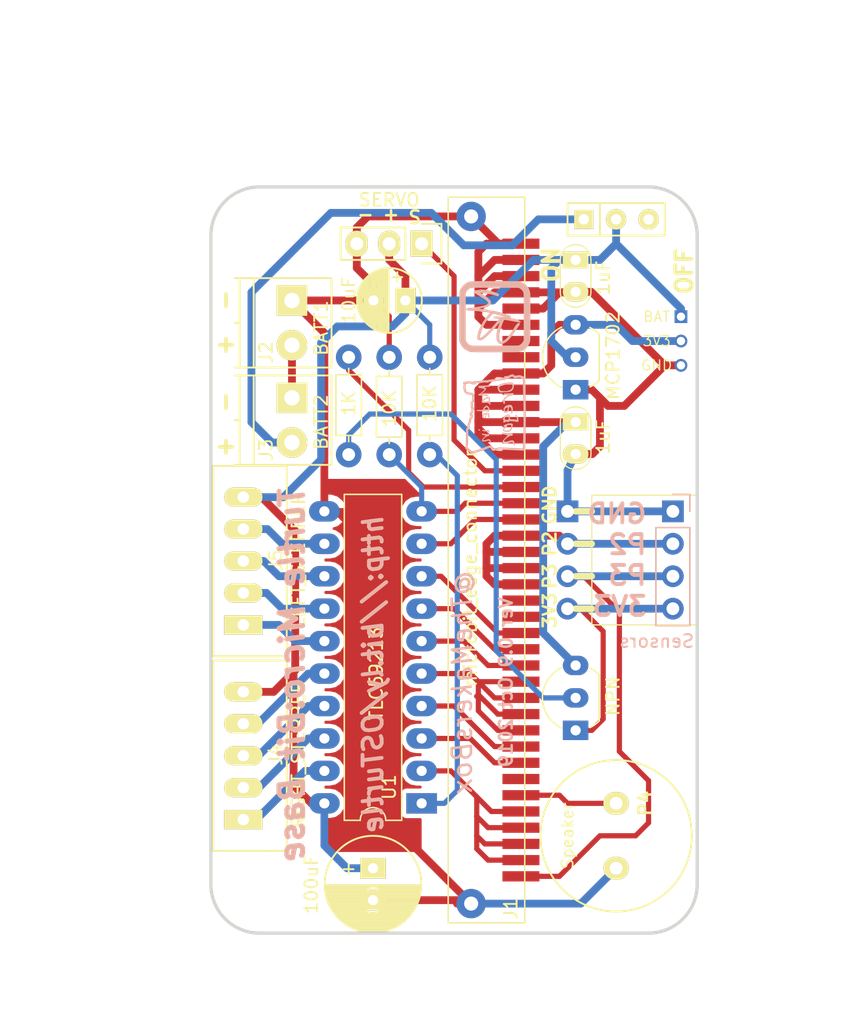
<source format=kicad_pcb>
(kicad_pcb (version 4) (host pcbnew 4.0.7)

  (general
    (links 79)
    (no_connects 0)
    (area 121.792999 59.562999 160.147001 118.237001)
    (thickness 1.6)
    (drawings 42)
    (tracks 279)
    (zones 0)
    (modules 27)
    (nets 36)
  )

  (page USLetter)
  (title_block
    (title "Itsy Robot Board")
    (date 2018-04-28)
    (rev 0.3)
    (company www.MakersBox.us)
    (comment 1 "K. Olsen")
  )

  (layers
    (0 F.Cu signal)
    (31 B.Cu signal)
    (34 B.Paste user)
    (35 F.Paste user)
    (36 B.SilkS user)
    (37 F.SilkS user)
    (38 B.Mask user)
    (39 F.Mask user)
    (40 Dwgs.User user)
    (44 Edge.Cuts user)
    (49 F.Fab user)
  )

  (setup
    (last_trace_width 0.4064)
    (user_trace_width 0.254)
    (user_trace_width 0.3048)
    (user_trace_width 0.4064)
    (user_trace_width 0.6096)
    (user_trace_width 2.032)
    (trace_clearance 0.1524)
    (zone_clearance 0.35)
    (zone_45_only no)
    (trace_min 0.1524)
    (segment_width 0.254)
    (edge_width 0.254)
    (via_size 0.6858)
    (via_drill 0.3302)
    (via_min_size 0.6858)
    (via_min_drill 0.3302)
    (user_via 1 0.5)
    (uvia_size 0.762)
    (uvia_drill 0.508)
    (uvias_allowed no)
    (uvia_min_size 0.508)
    (uvia_min_drill 0.127)
    (pcb_text_width 0.3)
    (pcb_text_size 1.5 1.5)
    (mod_edge_width 0.15)
    (mod_text_size 1 1)
    (mod_text_width 0.15)
    (pad_size 2 1.778)
    (pad_drill 1)
    (pad_to_mask_clearance 0)
    (aux_axis_origin 0 0)
    (grid_origin 210.82 95.25)
    (visible_elements 7FFFFFFF)
    (pcbplotparams
      (layerselection 0x010f0_80000001)
      (usegerberextensions true)
      (excludeedgelayer true)
      (linewidth 0.100000)
      (plotframeref false)
      (viasonmask false)
      (mode 1)
      (useauxorigin false)
      (hpglpennumber 1)
      (hpglpenspeed 20)
      (hpglpendiameter 15)
      (hpglpenoverlay 2)
      (psnegative false)
      (psa4output false)
      (plotreference true)
      (plotvalue true)
      (plotinvisibletext false)
      (padsonsilk false)
      (subtractmaskfromsilk false)
      (outputformat 1)
      (mirror false)
      (drillshape 0)
      (scaleselection 1)
      (outputdirectory gerbers/))
  )

  (net 0 "")
  (net 1 GND)
  (net 2 +3V3)
  (net 3 /P3)
  (net 4 /P0)
  (net 5 /P7)
  (net 6 /P1)
  (net 7 /P9)
  (net 8 /P2)
  (net 9 /P13)
  (net 10 /P15)
  (net 11 /P4)
  (net 12 /P6)
  (net 13 /P8)
  (net 14 /P10)
  (net 15 /P12)
  (net 16 /P14)
  (net 17 /P16)
  (net 18 /BAT)
  (net 19 "Net-(J2-Pad2)")
  (net 20 "Net-(J4-Pad1)")
  (net 21 "Net-(J4-Pad2)")
  (net 22 "Net-(J4-Pad3)")
  (net 23 "Net-(J4-Pad4)")
  (net 24 "Net-(J5-Pad1)")
  (net 25 "Net-(J5-Pad2)")
  (net 26 "Net-(J5-Pad3)")
  (net 27 "Net-(J5-Pad4)")
  (net 28 "Net-(J3-Pad2)")
  (net 29 "Net-(J1-Pad67)")
  (net 30 "Net-(J1-Pad47)")
  (net 31 "Net-(J1-Pad15)")
  (net 32 "Net-(J1-Pad13)")
  (net 33 "Net-(J8-Pad4)")
  (net 34 "Net-(Q4-Pad2)")
  (net 35 "Net-(R1-Pad1)")

  (net_class Default "This is the default net class."
    (clearance 0.1524)
    (trace_width 0.1524)
    (via_dia 0.6858)
    (via_drill 0.3302)
    (uvia_dia 0.762)
    (uvia_drill 0.508)
    (add_net +3V3)
    (add_net /BAT)
    (add_net /P0)
    (add_net /P1)
    (add_net /P10)
    (add_net /P12)
    (add_net /P13)
    (add_net /P14)
    (add_net /P15)
    (add_net /P16)
    (add_net /P2)
    (add_net /P3)
    (add_net /P4)
    (add_net /P6)
    (add_net /P7)
    (add_net /P8)
    (add_net /P9)
    (add_net GND)
    (add_net "Net-(J1-Pad13)")
    (add_net "Net-(J1-Pad15)")
    (add_net "Net-(J1-Pad47)")
    (add_net "Net-(J1-Pad67)")
    (add_net "Net-(J2-Pad2)")
    (add_net "Net-(J3-Pad2)")
    (add_net "Net-(J4-Pad1)")
    (add_net "Net-(J4-Pad2)")
    (add_net "Net-(J4-Pad3)")
    (add_net "Net-(J4-Pad4)")
    (add_net "Net-(J5-Pad1)")
    (add_net "Net-(J5-Pad2)")
    (add_net "Net-(J5-Pad3)")
    (add_net "Net-(J5-Pad4)")
    (add_net "Net-(J8-Pad4)")
    (add_net "Net-(Q4-Pad2)")
    (add_net "Net-(R1-Pad1)")
  )

  (module library:JST_B5B-XH-A (layer F.Cu) (tedit 5DABC6D7) (tstamp 5D671E72)
    (at 124.46 109.22 90)
    (descr "JST XH series connector, JST_B5B-XH-A")
    (tags "connector jst xh")
    (path /59BB5292)
    (fp_text reference J4 (at 5.08 2.54 90) (layer F.SilkS)
      (effects (font (size 1 1) (thickness 0.15)))
    )
    (fp_text value RIGHT_STEPPER (at 5.08 4.318 90) (layer F.SilkS)
      (effects (font (size 1 1) (thickness 0.15)))
    )
    (fp_line (start -2.45 -2.35) (end 12.45 -2.35) (layer F.SilkS) (width 0.15))
    (fp_line (start -2.45 3.4) (end 12.45 3.4) (layer F.SilkS) (width 0.15))
    (fp_line (start -2.45 -2.35) (end -2.45 3.4) (layer F.SilkS) (width 0.15))
    (fp_line (start 12.45 -2.35) (end 12.45 3.4) (layer F.SilkS) (width 0.15))
    (fp_line (start -2.95 -2.85) (end 12.95 -2.85) (layer F.CrtYd) (width 0.05))
    (fp_line (start -2.95 3.9) (end 12.95 3.9) (layer F.CrtYd) (width 0.05))
    (fp_line (start -2.95 -2.85) (end -2.95 3.9) (layer F.CrtYd) (width 0.05))
    (fp_line (start 12.95 -2.85) (end 12.95 3.9) (layer F.CrtYd) (width 0.05))
    (pad 1 thru_hole rect (at 0 0 90) (size 1.5 3) (drill 0.9) (layers *.Cu *.Mask F.SilkS)
      (net 20 "Net-(J4-Pad1)"))
    (pad 2 thru_hole oval (at 2.5 0 90) (size 1.5 3) (drill 0.9) (layers *.Cu *.Mask F.SilkS)
      (net 21 "Net-(J4-Pad2)"))
    (pad 3 thru_hole oval (at 5 0 90) (size 1.5 3) (drill 0.9) (layers *.Cu *.Mask F.SilkS)
      (net 22 "Net-(J4-Pad3)"))
    (pad 4 thru_hole oval (at 7.5 0 90) (size 1.5 3) (drill 0.9) (layers *.Cu *.Mask F.SilkS)
      (net 23 "Net-(J4-Pad4)"))
    (pad 5 thru_hole oval (at 10 0 90) (size 1.5 3) (drill 0.9) (layers *.Cu *.Mask F.SilkS)
      (net 18 /BAT))
    (pad "" np_thru_hole circle (at -1.6 2 90) (size 1.1 1.1) (drill 1.1) (layers *.Cu *.Mask))
    (model ./kicad-jst-xh.3dshapes/JST_B5B-XH-A.wrl
      (at (xyz 0 0 0))
      (scale (xyz 0.3937007874 0.3937007874 0.3937007874))
      (rotate (xyz 0 0 0))
    )
  )

  (module library:JST_B5B-XH-A (layer F.Cu) (tedit 5DABC6B9) (tstamp 5DA5426A)
    (at 124.46 93.98 90)
    (descr "JST XH series connector, JST_B5B-XH-A")
    (tags "connector jst xh")
    (path /59BB5353)
    (fp_text reference J5 (at 5.08 2.54 90) (layer F.SilkS)
      (effects (font (size 1 1) (thickness 0.15)))
    )
    (fp_text value LEFT_STEPPER (at 5.08 4.318 90) (layer F.SilkS)
      (effects (font (size 1 1) (thickness 0.15)))
    )
    (fp_line (start -2.45 -2.35) (end 12.45 -2.35) (layer F.SilkS) (width 0.15))
    (fp_line (start -2.45 3.4) (end 12.45 3.4) (layer F.SilkS) (width 0.15))
    (fp_line (start -2.45 -2.35) (end -2.45 3.4) (layer F.SilkS) (width 0.15))
    (fp_line (start 12.45 -2.35) (end 12.45 3.4) (layer F.SilkS) (width 0.15))
    (fp_line (start -2.95 -2.85) (end 12.95 -2.85) (layer F.CrtYd) (width 0.05))
    (fp_line (start -2.95 3.9) (end 12.95 3.9) (layer F.CrtYd) (width 0.05))
    (fp_line (start -2.95 -2.85) (end -2.95 3.9) (layer F.CrtYd) (width 0.05))
    (fp_line (start 12.95 -2.85) (end 12.95 3.9) (layer F.CrtYd) (width 0.05))
    (pad 1 thru_hole rect (at 0 0 90) (size 1.5 3) (drill 0.9) (layers *.Cu *.Mask F.SilkS)
      (net 24 "Net-(J5-Pad1)"))
    (pad 2 thru_hole oval (at 2.5 0 90) (size 1.5 3) (drill 0.9) (layers *.Cu *.Mask F.SilkS)
      (net 25 "Net-(J5-Pad2)"))
    (pad 3 thru_hole oval (at 5 0 90) (size 1.5 3) (drill 0.9) (layers *.Cu *.Mask F.SilkS)
      (net 26 "Net-(J5-Pad3)"))
    (pad 4 thru_hole oval (at 7.5 0 90) (size 1.5 3) (drill 0.9) (layers *.Cu *.Mask F.SilkS)
      (net 27 "Net-(J5-Pad4)"))
    (pad 5 thru_hole oval (at 10 0 90) (size 1.5 3) (drill 0.9) (layers *.Cu *.Mask F.SilkS)
      (net 18 /BAT))
    (pad "" np_thru_hole circle (at -1.6 2 90) (size 1.1 1.1) (drill 1.1) (layers *.Cu *.Mask))
    (model ./kicad-jst-xh.3dshapes/JST_B5B-XH-A.wrl
      (at (xyz 0 0 0))
      (scale (xyz 0.3937007874 0.3937007874 0.3937007874))
      (rotate (xyz 0 0 0))
    )
  )

  (module Pin_Headers:Pin_Header_Straight_1x03_Pitch1.27mm (layer F.Cu) (tedit 5DABC8BE) (tstamp 5D7BE4C8)
    (at 158.75 69.85)
    (descr "Through hole straight pin header, 1x03, 1.27mm pitch, single row")
    (tags "Through hole pin header THT 1x03 1.27mm single row")
    (path /5D7CBB2C)
    (fp_text reference J7 (at 0 1.5 90) (layer F.SilkS) hide
      (effects (font (size 1 1) (thickness 0.15)))
    )
    (fp_text value TEST (at 2.032 1.524 90) (layer F.Fab)
      (effects (font (size 0.8 0.8) (thickness 0.15)))
    )
    (fp_line (start -0.525 -0.635) (end 1.05 -0.635) (layer F.Fab) (width 0.1))
    (fp_line (start 1.05 -0.635) (end 1.05 3.175) (layer F.Fab) (width 0.1))
    (fp_line (start 1.05 3.175) (end -1.05 3.175) (layer F.Fab) (width 0.1))
    (fp_line (start -1.05 3.175) (end -1.05 -0.11) (layer F.Fab) (width 0.1))
    (fp_line (start -1.05 -0.11) (end -0.525 -0.635) (layer F.Fab) (width 0.1))
    (fp_line (start -1.55 -1.15) (end -1.55 3.7) (layer F.CrtYd) (width 0.05))
    (fp_line (start -1.55 3.7) (end 1.55 3.7) (layer F.CrtYd) (width 0.05))
    (fp_line (start 1.55 3.7) (end 1.55 -1.15) (layer F.CrtYd) (width 0.05))
    (fp_line (start 1.55 -1.15) (end -1.55 -1.15) (layer F.CrtYd) (width 0.05))
    (fp_text user %R (at 0 1.27 90) (layer F.Fab)
      (effects (font (size 1 1) (thickness 0.15)))
    )
    (pad 1 thru_hole rect (at 0 0) (size 1 1) (drill 0.65) (layers *.Cu *.Mask)
      (net 18 /BAT))
    (pad 2 thru_hole oval (at 0 1.905) (size 1 1) (drill 0.65) (layers *.Cu *.Mask)
      (net 2 +3V3))
    (pad 3 thru_hole oval (at 0 3.81) (size 1 1) (drill 0.65) (layers *.Cu *.Mask)
      (net 1 GND))
    (model ${KISYS3DMOD}/Pin_Headers.3dshapes/Pin_Header_Straight_1x03_Pitch1.27mm.wrl
      (at (xyz 0 0 0))
      (scale (xyz 1 1 1))
      (rotate (xyz 0 0 0))
    )
  )

  (module Pin_Headers:Pin_Header_Angled_1x04_Pitch2.54mm (layer F.Cu) (tedit 5D7EAA2F) (tstamp 5D7DB626)
    (at 149.86 85.09)
    (descr "Through hole angled pin header, 1x04, 2.54mm pitch, 6mm pin length, single row")
    (tags "Through hole angled pin header THT 1x04 2.54mm single row")
    (path /5D7DC1DC)
    (fp_text reference J9 (at 4.385 -2.27) (layer F.SilkS) hide
      (effects (font (size 1 1) (thickness 0.15)))
    )
    (fp_text value Sensors (at 4.385 9.89) (layer F.Fab)
      (effects (font (size 1 1) (thickness 0.15)))
    )
    (fp_line (start 1.905 7.62) (end 0.635 7.62) (layer F.SilkS) (width 0.5))
    (fp_line (start 1.905 5.08) (end 0.635 5.08) (layer F.SilkS) (width 0.5))
    (fp_line (start 1.905 2.54) (end 0.635 2.54) (layer F.SilkS) (width 0.5))
    (fp_line (start 0.635 0) (end 1.905 0) (layer F.SilkS) (width 0.5))
    (fp_line (start 1.905 -1.27) (end 10.16 -1.27) (layer F.SilkS) (width 0.1))
    (fp_line (start 10.16 -1.27) (end 10.16 8.89) (layer F.SilkS) (width 0.1))
    (fp_line (start 10.16 8.89) (end 1.905 8.89) (layer F.SilkS) (width 0.1))
    (fp_line (start 1.905 8.89) (end 1.905 -1.27) (layer F.SilkS) (width 0.1))
    (fp_line (start -0.32 -0.32) (end 1.5 -0.32) (layer F.Fab) (width 0.1))
    (fp_line (start -0.32 -0.32) (end -0.32 0.32) (layer F.Fab) (width 0.1))
    (fp_line (start -0.32 0.32) (end 1.5 0.32) (layer F.Fab) (width 0.1))
    (fp_line (start -0.32 2.22) (end 1.5 2.22) (layer F.Fab) (width 0.1))
    (fp_line (start -0.32 2.22) (end -0.32 2.86) (layer F.Fab) (width 0.1))
    (fp_line (start -0.32 2.86) (end 1.5 2.86) (layer F.Fab) (width 0.1))
    (fp_line (start -0.32 4.76) (end 1.5 4.76) (layer F.Fab) (width 0.1))
    (fp_line (start -0.32 4.76) (end -0.32 5.4) (layer F.Fab) (width 0.1))
    (fp_line (start -0.32 5.4) (end 1.5 5.4) (layer F.Fab) (width 0.1))
    (fp_line (start -0.32 7.3) (end 1.5 7.3) (layer F.Fab) (width 0.1))
    (fp_line (start -0.32 7.3) (end -0.32 7.94) (layer F.Fab) (width 0.1))
    (fp_line (start -0.32 7.94) (end 1.5 7.94) (layer F.Fab) (width 0.1))
    (fp_line (start -1.8 -1.8) (end -1.8 9.4) (layer F.CrtYd) (width 0.05))
    (fp_line (start -1.8 9.4) (end 10.55 9.4) (layer F.CrtYd) (width 0.05))
    (fp_line (start 10.55 9.4) (end 10.55 -1.8) (layer F.CrtYd) (width 0.05))
    (fp_line (start 10.55 -1.8) (end -1.8 -1.8) (layer F.CrtYd) (width 0.05))
    (pad 1 thru_hole rect (at 0 0) (size 1.7 1.7) (drill 1) (layers *.Cu *.Mask)
      (net 1 GND))
    (pad 2 thru_hole oval (at 0 2.54) (size 1.7 1.7) (drill 1) (layers *.Cu *.Mask)
      (net 8 /P2))
    (pad 3 thru_hole oval (at 0 5.08) (size 1.7 1.7) (drill 1) (layers *.Cu *.Mask)
      (net 3 /P3))
    (pad 4 thru_hole oval (at 0 7.62) (size 1.7 1.7) (drill 1) (layers *.Cu *.Mask)
      (net 33 "Net-(J8-Pad4)"))
    (model ${KISYS3DMOD}/Pin_Headers.3dshapes/Pin_Header_Angled_1x04_Pitch2.54mm.wrl
      (at (xyz 0 0 0))
      (scale (xyz 1 1 1))
      (rotate (xyz 0 0 0))
    )
  )

  (module Pin_Headers:Pin_Header_Straight_1x04_Pitch2.54mm (layer B.Cu) (tedit 5D7EAA59) (tstamp 5D7DA10F)
    (at 158.115 85.09 180)
    (descr "Through hole straight pin header, 1x04, 2.54mm pitch, single row")
    (tags "Through hole pin header THT 1x04 2.54mm single row")
    (path /5D7DB0FA)
    (fp_text reference J8 (at 0 2.33 180) (layer B.SilkS) hide
      (effects (font (size 1 1) (thickness 0.15)) (justify mirror))
    )
    (fp_text value Sensors (at 1.27 -10.16 180) (layer B.SilkS)
      (effects (font (size 1 1) (thickness 0.15)) (justify mirror))
    )
    (fp_line (start -0.635 1.27) (end 1.27 1.27) (layer B.Fab) (width 0.1))
    (fp_line (start 1.27 1.27) (end 1.27 -8.89) (layer B.Fab) (width 0.1))
    (fp_line (start 1.27 -8.89) (end -1.27 -8.89) (layer B.Fab) (width 0.1))
    (fp_line (start -1.27 -8.89) (end -1.27 0.635) (layer B.Fab) (width 0.1))
    (fp_line (start -1.27 0.635) (end -0.635 1.27) (layer B.Fab) (width 0.1))
    (fp_line (start -1.33 -8.95) (end 1.33 -8.95) (layer B.SilkS) (width 0.12))
    (fp_line (start -1.33 -1.27) (end -1.33 -8.95) (layer B.SilkS) (width 0.12))
    (fp_line (start 1.33 -1.27) (end 1.33 -8.95) (layer B.SilkS) (width 0.12))
    (fp_line (start -1.33 -1.27) (end 1.33 -1.27) (layer B.SilkS) (width 0.12))
    (fp_line (start -1.33 0) (end -1.33 1.33) (layer B.SilkS) (width 0.12))
    (fp_line (start -1.33 1.33) (end 0 1.33) (layer B.SilkS) (width 0.12))
    (fp_line (start -1.8 1.8) (end -1.8 -9.4) (layer B.CrtYd) (width 0.05))
    (fp_line (start -1.8 -9.4) (end 1.8 -9.4) (layer B.CrtYd) (width 0.05))
    (fp_line (start 1.8 -9.4) (end 1.8 1.8) (layer B.CrtYd) (width 0.05))
    (fp_line (start 1.8 1.8) (end -1.8 1.8) (layer B.CrtYd) (width 0.05))
    (fp_text user %R (at 0 -3.81 450) (layer B.Fab)
      (effects (font (size 1 1) (thickness 0.15)) (justify mirror))
    )
    (pad 1 thru_hole rect (at 0 0 180) (size 1.7 1.7) (drill 1) (layers *.Cu *.Mask)
      (net 1 GND))
    (pad 2 thru_hole oval (at 0 -2.54 180) (size 1.7 1.7) (drill 1) (layers *.Cu *.Mask)
      (net 8 /P2))
    (pad 3 thru_hole oval (at 0 -5.08 180) (size 1.7 1.7) (drill 1) (layers *.Cu *.Mask)
      (net 3 /P3))
    (pad 4 thru_hole oval (at 0 -7.62 180) (size 1.7 1.7) (drill 1) (layers *.Cu *.Mask)
      (net 33 "Net-(J8-Pad4)"))
    (model ${KISYS3DMOD}/Pin_Headers.3dshapes/Pin_Header_Straight_1x04_Pitch2.54mm.wrl
      (at (xyz 0 0 0))
      (scale (xyz 1 1 1))
      (rotate (xyz 0 0 0))
    )
  )

  (module library:SPEAKER (layer F.Cu) (tedit 5D7BF309) (tstamp 5D7BB512)
    (at 153.67 110.49)
    (descr "Switch inverseur")
    (tags "SWITCH DEV")
    (path /5D7C968F)
    (fp_text reference LS1 (at 0 5.08) (layer F.SilkS) hide
      (effects (font (size 1.016 1.016) (thickness 0.2032)))
    )
    (fp_text value Speaker (at -3.81 0 90) (layer F.SilkS)
      (effects (font (size 0.889 0.889) (thickness 0.127)))
    )
    (fp_circle (center 0 0) (end -5.842 -1.016) (layer F.SilkS) (width 0.15))
    (pad 2 thru_hole oval (at 0 2.54) (size 2 1.778) (drill 1) (layers *.Cu *.Mask F.SilkS)
      (net 1 GND))
    (pad 1 thru_hole oval (at 0 -2.54) (size 2 1.778) (drill 1) (layers *.Cu *.Mask F.SilkS)
      (net 11 /P4))
  )

  (module library:C_Disc_D3_P2.5 (layer F.Cu) (tedit 5DABC2F4) (tstamp 5D6719E1)
    (at 150.495 78.105 270)
    (descr "Capacitor 3mm Disc, Pitch 2.5mm")
    (tags Capacitor)
    (path /59BB8677)
    (fp_text reference C3 (at 3.81 1.27 270) (layer F.SilkS) hide
      (effects (font (size 1 1) (thickness 0.15)))
    )
    (fp_text value 1uF (at 1.143 -2.159 270) (layer F.SilkS)
      (effects (font (size 1 1) (thickness 0.15)))
    )
    (fp_line (start 0 -1.2) (end 2.5 -1.2) (layer F.SilkS) (width 0.1))
    (fp_line (start 0 1.2) (end 2.5 1.2) (layer F.SilkS) (width 0.1))
    (fp_arc (start 0 0) (end 0 1.2) (angle 90) (layer F.SilkS) (width 0.1))
    (fp_arc (start 0 0) (end -1.2 0) (angle 90) (layer F.SilkS) (width 0.1))
    (fp_arc (start 2.5 0) (end 3.7 0) (angle 90) (layer F.SilkS) (width 0.1))
    (fp_arc (start 2.5 0) (end 2.5 -1.2) (angle 90) (layer F.SilkS) (width 0.1))
    (fp_line (start -0.9 -1.5) (end 3.4 -1.5) (layer F.CrtYd) (width 0.05))
    (fp_line (start 3.4 -1.5) (end 3.4 1.5) (layer F.CrtYd) (width 0.05))
    (fp_line (start 3.4 1.5) (end -0.9 1.5) (layer F.CrtYd) (width 0.05))
    (fp_line (start -0.9 1.5) (end -0.9 -1.5) (layer F.CrtYd) (width 0.05))
    (pad 1 thru_hole rect (at 0 0 270) (size 1.3 2) (drill 0.8) (layers *.Cu *.Mask F.SilkS)
      (net 2 +3V3))
    (pad 2 thru_hole oval (at 2.5 0 270) (size 1.5 2) (drill 0.8001) (layers *.Cu *.Mask F.SilkS)
      (net 1 GND))
    (model Capacitors_ThroughHole.3dshapes/C_Disc_D3_P2.5.wrl
      (at (xyz 0.0492126 0 0))
      (scale (xyz 1 1 1))
      (rotate (xyz 0 0 0))
    )
  )

  (module library:C_Disc_D3_P2.5 (layer F.Cu) (tedit 5DABC306) (tstamp 59BB5BD8)
    (at 150.495 65.405 270)
    (descr "Capacitor 3mm Disc, Pitch 2.5mm")
    (tags Capacitor)
    (path /5D67D6A6)
    (fp_text reference C4 (at 3.81 1.27 270) (layer F.SilkS) hide
      (effects (font (size 1 1) (thickness 0.15)))
    )
    (fp_text value 1uF (at 1.397 -2.159 450) (layer F.SilkS)
      (effects (font (size 1 1) (thickness 0.15)))
    )
    (fp_line (start 0 -1.2) (end 2.5 -1.2) (layer F.SilkS) (width 0.1))
    (fp_line (start 0 1.2) (end 2.5 1.2) (layer F.SilkS) (width 0.1))
    (fp_arc (start 0 0) (end 0 1.2) (angle 90) (layer F.SilkS) (width 0.1))
    (fp_arc (start 0 0) (end -1.2 0) (angle 90) (layer F.SilkS) (width 0.1))
    (fp_arc (start 2.5 0) (end 3.7 0) (angle 90) (layer F.SilkS) (width 0.1))
    (fp_arc (start 2.5 0) (end 2.5 -1.2) (angle 90) (layer F.SilkS) (width 0.1))
    (fp_line (start -0.9 -1.5) (end 3.4 -1.5) (layer F.CrtYd) (width 0.05))
    (fp_line (start 3.4 -1.5) (end 3.4 1.5) (layer F.CrtYd) (width 0.05))
    (fp_line (start 3.4 1.5) (end -0.9 1.5) (layer F.CrtYd) (width 0.05))
    (fp_line (start -0.9 1.5) (end -0.9 -1.5) (layer F.CrtYd) (width 0.05))
    (pad 1 thru_hole rect (at 0 0 270) (size 1.3 2) (drill 0.8) (layers *.Cu *.Mask F.SilkS)
      (net 18 /BAT))
    (pad 2 thru_hole oval (at 2.5 0 270) (size 1.5 2) (drill 0.8001) (layers *.Cu *.Mask F.SilkS)
      (net 1 GND))
    (model Capacitors_ThroughHole.3dshapes/C_Disc_D3_P2.5.wrl
      (at (xyz 0.0492126 0 0))
      (scale (xyz 1 1 1))
      (rotate (xyz 0 0 0))
    )
  )

  (module library:C_Radial_D5_L11_P2.5 (layer F.Cu) (tedit 5DABC27B) (tstamp 59BB5BD2)
    (at 137.16 68.58 180)
    (descr "Radial Electrolytic Capacitor Diameter 5mm x Length 11mm, Pitch 2.5mm")
    (tags "Electrolytic Capacitor")
    (path /59BB864C)
    (fp_text reference C2 (at 0 -1.27 180) (layer F.SilkS) hide
      (effects (font (size 1 1) (thickness 0.15)))
    )
    (fp_text value 10uF (at 4.445 0 270) (layer F.SilkS)
      (effects (font (size 1 1) (thickness 0.15)))
    )
    (fp_text user + (at 0.635 1.905 180) (layer F.SilkS)
      (effects (font (size 1 1) (thickness 0.15)))
    )
    (fp_line (start 1.325 -2.499) (end 1.325 2.499) (layer F.SilkS) (width 0.15))
    (fp_line (start 1.465 -2.491) (end 1.465 2.491) (layer F.SilkS) (width 0.15))
    (fp_line (start 1.605 -2.475) (end 1.605 -0.095) (layer F.SilkS) (width 0.15))
    (fp_line (start 1.605 0.095) (end 1.605 2.475) (layer F.SilkS) (width 0.15))
    (fp_line (start 1.745 -2.451) (end 1.745 -0.49) (layer F.SilkS) (width 0.15))
    (fp_line (start 1.745 0.49) (end 1.745 2.451) (layer F.SilkS) (width 0.15))
    (fp_line (start 1.885 -2.418) (end 1.885 -0.657) (layer F.SilkS) (width 0.15))
    (fp_line (start 1.885 0.657) (end 1.885 2.418) (layer F.SilkS) (width 0.15))
    (fp_line (start 2.025 -2.377) (end 2.025 -0.764) (layer F.SilkS) (width 0.15))
    (fp_line (start 2.025 0.764) (end 2.025 2.377) (layer F.SilkS) (width 0.15))
    (fp_line (start 2.165 -2.327) (end 2.165 -0.835) (layer F.SilkS) (width 0.15))
    (fp_line (start 2.165 0.835) (end 2.165 2.327) (layer F.SilkS) (width 0.15))
    (fp_line (start 2.305 -2.266) (end 2.305 -0.879) (layer F.SilkS) (width 0.15))
    (fp_line (start 2.305 0.879) (end 2.305 2.266) (layer F.SilkS) (width 0.15))
    (fp_line (start 2.445 -2.196) (end 2.445 -0.898) (layer F.SilkS) (width 0.15))
    (fp_line (start 2.445 0.898) (end 2.445 2.196) (layer F.SilkS) (width 0.15))
    (fp_line (start 2.585 -2.114) (end 2.585 -0.896) (layer F.SilkS) (width 0.15))
    (fp_line (start 2.585 0.896) (end 2.585 2.114) (layer F.SilkS) (width 0.15))
    (fp_line (start 2.725 -2.019) (end 2.725 -0.871) (layer F.SilkS) (width 0.15))
    (fp_line (start 2.725 0.871) (end 2.725 2.019) (layer F.SilkS) (width 0.15))
    (fp_line (start 2.865 -1.908) (end 2.865 -0.823) (layer F.SilkS) (width 0.15))
    (fp_line (start 2.865 0.823) (end 2.865 1.908) (layer F.SilkS) (width 0.15))
    (fp_line (start 3.005 -1.78) (end 3.005 -0.745) (layer F.SilkS) (width 0.15))
    (fp_line (start 3.005 0.745) (end 3.005 1.78) (layer F.SilkS) (width 0.15))
    (fp_line (start 3.145 -1.631) (end 3.145 -0.628) (layer F.SilkS) (width 0.15))
    (fp_line (start 3.145 0.628) (end 3.145 1.631) (layer F.SilkS) (width 0.15))
    (fp_line (start 3.285 -1.452) (end 3.285 -0.44) (layer F.SilkS) (width 0.15))
    (fp_line (start 3.285 0.44) (end 3.285 1.452) (layer F.SilkS) (width 0.15))
    (fp_line (start 3.425 -1.233) (end 3.425 1.233) (layer F.SilkS) (width 0.15))
    (fp_line (start 3.565 -0.944) (end 3.565 0.944) (layer F.SilkS) (width 0.15))
    (fp_line (start 3.705 -0.472) (end 3.705 0.472) (layer F.SilkS) (width 0.15))
    (fp_circle (center 2.5 0) (end 2.5 -0.9) (layer F.SilkS) (width 0.15))
    (fp_circle (center 1.25 0) (end 1.25 -2.5375) (layer F.SilkS) (width 0.15))
    (fp_circle (center 1.25 0) (end 1.25 -2.8) (layer F.CrtYd) (width 0.05))
    (pad 1 thru_hole rect (at 0 0 180) (size 1.6 2) (drill 0.8) (layers *.Cu *.Mask F.SilkS)
      (net 18 /BAT))
    (pad 2 thru_hole oval (at 2.5 0 180) (size 1.6 2) (drill 0.8) (layers *.Cu *.Mask F.SilkS)
      (net 1 GND))
    (model Capacitors_ThroughHole.3dshapes/C_Radial_D5_L11_P2.5.wrl
      (at (xyz 0.049213 0 0))
      (scale (xyz 1 1 1))
      (rotate (xyz 0 0 90))
    )
  )

  (module library:C_Radial_D7.5_L11.2_P2.5 (layer F.Cu) (tedit 5DABC294) (tstamp 59BB5BCC)
    (at 134.62 113.03 270)
    (descr "Radial Electrolytic Capacitor Diameter 7.5mm x Length 11.2mm, Pitch 2.5mm")
    (tags "Electrolytic Capacitor")
    (path /59BB855D)
    (fp_text reference C1 (at 0 -2.54 270) (layer F.SilkS) hide
      (effects (font (size 1 1) (thickness 0.15)))
    )
    (fp_text value 100uF (at 1.27 4.826 450) (layer F.SilkS)
      (effects (font (size 1 1) (thickness 0.15)))
    )
    (fp_line (start 1.325 -3.749) (end 1.325 3.749) (layer F.SilkS) (width 0.15))
    (fp_line (start 1.465 -3.744) (end 1.465 3.744) (layer F.SilkS) (width 0.15))
    (fp_line (start 1.605 -3.733) (end 1.605 -0.446) (layer F.SilkS) (width 0.15))
    (fp_line (start 1.605 0.446) (end 1.605 3.733) (layer F.SilkS) (width 0.15))
    (fp_line (start 1.745 -3.717) (end 1.745 -0.656) (layer F.SilkS) (width 0.15))
    (fp_line (start 1.745 0.656) (end 1.745 3.717) (layer F.SilkS) (width 0.15))
    (fp_line (start 1.885 -3.696) (end 1.885 -0.789) (layer F.SilkS) (width 0.15))
    (fp_line (start 1.885 0.789) (end 1.885 3.696) (layer F.SilkS) (width 0.15))
    (fp_line (start 2.025 -3.669) (end 2.025 -0.88) (layer F.SilkS) (width 0.15))
    (fp_line (start 2.025 0.88) (end 2.025 3.669) (layer F.SilkS) (width 0.15))
    (fp_line (start 2.165 -3.637) (end 2.165 -0.942) (layer F.SilkS) (width 0.15))
    (fp_line (start 2.165 0.942) (end 2.165 3.637) (layer F.SilkS) (width 0.15))
    (fp_line (start 2.305 -3.599) (end 2.305 -0.981) (layer F.SilkS) (width 0.15))
    (fp_line (start 2.305 0.981) (end 2.305 3.599) (layer F.SilkS) (width 0.15))
    (fp_line (start 2.445 -3.555) (end 2.445 -0.998) (layer F.SilkS) (width 0.15))
    (fp_line (start 2.445 0.998) (end 2.445 3.555) (layer F.SilkS) (width 0.15))
    (fp_line (start 2.585 -3.504) (end 2.585 -0.996) (layer F.SilkS) (width 0.15))
    (fp_line (start 2.585 0.996) (end 2.585 3.504) (layer F.SilkS) (width 0.15))
    (fp_line (start 2.725 -3.448) (end 2.725 -0.974) (layer F.SilkS) (width 0.15))
    (fp_line (start 2.725 0.974) (end 2.725 3.448) (layer F.SilkS) (width 0.15))
    (fp_line (start 2.865 -3.384) (end 2.865 -0.931) (layer F.SilkS) (width 0.15))
    (fp_line (start 2.865 0.931) (end 2.865 3.384) (layer F.SilkS) (width 0.15))
    (fp_line (start 3.005 -3.314) (end 3.005 -0.863) (layer F.SilkS) (width 0.15))
    (fp_line (start 3.005 0.863) (end 3.005 3.314) (layer F.SilkS) (width 0.15))
    (fp_line (start 3.145 -3.236) (end 3.145 -0.764) (layer F.SilkS) (width 0.15))
    (fp_line (start 3.145 0.764) (end 3.145 3.236) (layer F.SilkS) (width 0.15))
    (fp_line (start 3.285 -3.15) (end 3.285 -0.619) (layer F.SilkS) (width 0.15))
    (fp_line (start 3.285 0.619) (end 3.285 3.15) (layer F.SilkS) (width 0.15))
    (fp_line (start 3.425 -3.055) (end 3.425 -0.38) (layer F.SilkS) (width 0.15))
    (fp_line (start 3.425 0.38) (end 3.425 3.055) (layer F.SilkS) (width 0.15))
    (fp_line (start 3.565 -2.95) (end 3.565 2.95) (layer F.SilkS) (width 0.15))
    (fp_line (start 3.705 -2.835) (end 3.705 2.835) (layer F.SilkS) (width 0.15))
    (fp_line (start 3.845 -2.707) (end 3.845 2.707) (layer F.SilkS) (width 0.15))
    (fp_line (start 3.985 -2.566) (end 3.985 2.566) (layer F.SilkS) (width 0.15))
    (fp_line (start 4.125 -2.408) (end 4.125 2.408) (layer F.SilkS) (width 0.15))
    (fp_line (start 4.265 -2.23) (end 4.265 2.23) (layer F.SilkS) (width 0.15))
    (fp_line (start 4.405 -2.027) (end 4.405 2.027) (layer F.SilkS) (width 0.15))
    (fp_line (start 4.545 -1.79) (end 4.545 1.79) (layer F.SilkS) (width 0.15))
    (fp_line (start 4.685 -1.504) (end 4.685 1.504) (layer F.SilkS) (width 0.15))
    (fp_line (start 4.825 -1.132) (end 4.825 1.132) (layer F.SilkS) (width 0.15))
    (fp_line (start 4.965 -0.511) (end 4.965 0.511) (layer F.SilkS) (width 0.15))
    (fp_circle (center 2.5 0) (end 2.5 -1) (layer F.SilkS) (width 0.15))
    (fp_circle (center 1.25 0) (end 1.25 -3.7875) (layer F.SilkS) (width 0.15))
    (fp_circle (center 1.25 0) (end 1.25 -4.1) (layer F.CrtYd) (width 0.05))
    (pad 2 thru_hole oval (at 2.5 0 270) (size 1.6 2) (drill 0.8) (layers *.Cu *.Mask F.SilkS)
      (net 1 GND))
    (pad 1 thru_hole rect (at 0 0 270) (size 1.6 2) (drill 0.8) (layers *.Cu *.Mask F.SilkS)
      (net 18 /BAT))
    (model Capacitors_ThroughHole.3dshapes/C_Radial_D7.5_L11.2_P2.5.wrl
      (at (xyz 0 0 0))
      (scale (xyz 1 1 1))
      (rotate (xyz 0 0 0))
    )
  )

  (module TO_SOT_Packages_THT:TO-92_Inline_Wide (layer F.Cu) (tedit 5DABC2D6) (tstamp 5D671A74)
    (at 150.495 75.565 90)
    (descr "TO-92 leads in-line, wide, drill 0.8mm (see NXP sot054_po.pdf)")
    (tags "to-92 sc-43 sc-43a sot54 PA33 transistor")
    (path /5D67D625)
    (fp_text reference U2 (at 2.54 -3.56 90) (layer F.SilkS) hide
      (effects (font (size 1 1) (thickness 0.15)))
    )
    (fp_text value MCP1702 (at 2.667 2.921 270) (layer F.SilkS)
      (effects (font (size 1 1) (thickness 0.15)))
    )
    (fp_text user %R (at 2.54 -3.56 270) (layer F.Fab)
      (effects (font (size 1 1) (thickness 0.15)))
    )
    (fp_line (start 0.74 1.85) (end 4.34 1.85) (layer F.SilkS) (width 0.12))
    (fp_line (start 0.8 1.75) (end 4.3 1.75) (layer F.Fab) (width 0.1))
    (fp_line (start -1.01 -2.73) (end 6.09 -2.73) (layer F.CrtYd) (width 0.05))
    (fp_line (start -1.01 -2.73) (end -1.01 2.01) (layer F.CrtYd) (width 0.05))
    (fp_line (start 6.09 2.01) (end 6.09 -2.73) (layer F.CrtYd) (width 0.05))
    (fp_line (start 6.09 2.01) (end -1.01 2.01) (layer F.CrtYd) (width 0.05))
    (fp_arc (start 2.54 0) (end 0.74 1.85) (angle 20) (layer F.SilkS) (width 0.12))
    (fp_arc (start 2.54 0) (end 2.54 -2.6) (angle -65) (layer F.SilkS) (width 0.12))
    (fp_arc (start 2.54 0) (end 2.54 -2.6) (angle 65) (layer F.SilkS) (width 0.12))
    (fp_arc (start 2.54 0) (end 2.54 -2.48) (angle 135) (layer F.Fab) (width 0.1))
    (fp_arc (start 2.54 0) (end 2.54 -2.48) (angle -135) (layer F.Fab) (width 0.1))
    (fp_arc (start 2.54 0) (end 4.34 1.85) (angle -20) (layer F.SilkS) (width 0.12))
    (pad 2 thru_hole oval (at 2.54 0 180) (size 2 1.52) (drill 0.8) (layers *.Cu *.Mask)
      (net 18 /BAT))
    (pad 3 thru_hole oval (at 5.08 0 180) (size 2 1.52) (drill 0.8) (layers *.Cu *.Mask)
      (net 2 +3V3))
    (pad 1 thru_hole rect (at 0 0 180) (size 2 1.52) (drill 0.8) (layers *.Cu *.Mask)
      (net 1 GND))
    (model ${KISYS3DMOD}/TO_SOT_Packages_THT.3dshapes/TO-92_Inline_Wide.wrl
      (at (xyz 0.1 0 0))
      (scale (xyz 1 1 1))
      (rotate (xyz 0 0 -90))
    )
  )

  (module TO_SOT_Packages_THT:TO-92_Inline_Wide (layer F.Cu) (tedit 5DABC2D2) (tstamp 5D7BB526)
    (at 150.495 102.235 90)
    (descr "TO-92 leads in-line, wide, drill 0.8mm (see NXP sot054_po.pdf)")
    (tags "to-92 sc-43 sc-43a sot54 PA33 transistor")
    (path /5D7C91E0)
    (fp_text reference Q4 (at 2.54 -1.27 90) (layer F.SilkS) hide
      (effects (font (size 1 1) (thickness 0.15)))
    )
    (fp_text value NPN (at 2.667 2.921 90) (layer F.SilkS)
      (effects (font (size 1 1) (thickness 0.15)))
    )
    (fp_text user %R (at 2.54 -1.27 270) (layer F.Fab)
      (effects (font (size 1 1) (thickness 0.15)))
    )
    (fp_line (start 0.74 1.85) (end 4.34 1.85) (layer F.SilkS) (width 0.12))
    (fp_line (start 0.8 1.75) (end 4.3 1.75) (layer F.Fab) (width 0.1))
    (fp_line (start -1.01 -2.73) (end 6.09 -2.73) (layer F.CrtYd) (width 0.05))
    (fp_line (start -1.01 -2.73) (end -1.01 2.01) (layer F.CrtYd) (width 0.05))
    (fp_line (start 6.09 2.01) (end 6.09 -2.73) (layer F.CrtYd) (width 0.05))
    (fp_line (start 6.09 2.01) (end -1.01 2.01) (layer F.CrtYd) (width 0.05))
    (fp_arc (start 2.54 0) (end 0.74 1.85) (angle 20) (layer F.SilkS) (width 0.12))
    (fp_arc (start 2.54 0) (end 2.54 -2.6) (angle -65) (layer F.SilkS) (width 0.12))
    (fp_arc (start 2.54 0) (end 2.54 -2.6) (angle 65) (layer F.SilkS) (width 0.12))
    (fp_arc (start 2.54 0) (end 2.54 -2.48) (angle 135) (layer F.Fab) (width 0.1))
    (fp_arc (start 2.54 0) (end 2.54 -2.48) (angle -135) (layer F.Fab) (width 0.1))
    (fp_arc (start 2.54 0) (end 4.34 1.85) (angle -20) (layer F.SilkS) (width 0.12))
    (pad 2 thru_hole oval (at 2.54 0 180) (size 2 1.52) (drill 0.8) (layers *.Cu *.Mask)
      (net 34 "Net-(Q4-Pad2)"))
    (pad 3 thru_hole oval (at 5.08 0 180) (size 2 1.52) (drill 0.8) (layers *.Cu *.Mask)
      (net 2 +3V3))
    (pad 1 thru_hole rect (at 0 0 180) (size 2 1.52) (drill 0.8) (layers *.Cu *.Mask)
      (net 33 "Net-(J8-Pad4)"))
    (model ${KISYS3DMOD}/TO_SOT_Packages_THT.3dshapes/TO-92_Inline_Wide.wrl
      (at (xyz 0.1 0 0))
      (scale (xyz 1 1 1))
      (rotate (xyz 0 0 -90))
    )
  )

  (module library:Lego_Pad (layer F.Cu) (tedit 59BB65D8) (tstamp 5D672747)
    (at 157.48 99.06)
    (descr "Through hole pin header")
    (tags "pin header")
    (fp_text reference P9 (at 0 0) (layer F.SilkS) hide
      (effects (font (size 1 1) (thickness 0.15)))
    )
    (fp_text value CONN_01X01 (at 0 -1.27) (layer F.Fab) hide
      (effects (font (size 0.127 0.127) (thickness 0.03175)))
    )
    (pad "" np_thru_hole circle (at 0 0) (size 3.25 3.25) (drill 3.25) (layers *.Cu *.Mask))
  )

  (module library:Lego_Pad (layer F.Cu) (tedit 59BB65D8) (tstamp 59BD6DCD)
    (at 125.73 114.3)
    (descr "Through hole pin header")
    (tags "pin header")
    (fp_text reference P9 (at 0 0) (layer F.SilkS) hide
      (effects (font (size 1 1) (thickness 0.15)))
    )
    (fp_text value CONN_01X01 (at 0 -1.27) (layer F.Fab) hide
      (effects (font (size 0.127 0.127) (thickness 0.03175)))
    )
    (pad "" np_thru_hole circle (at 0 0) (size 3.25 3.25) (drill 3.25) (layers *.Cu *.Mask))
  )

  (module library:Lego_Pad (layer F.Cu) (tedit 59BB65F8) (tstamp 59BD6DC0)
    (at 157.48 78.74)
    (descr "Through hole pin header")
    (tags "pin header")
    (fp_text reference P9 (at 0 0) (layer F.SilkS) hide
      (effects (font (size 1 1) (thickness 0.15)))
    )
    (fp_text value CONN_01X01 (at 0 -1.27) (layer F.Fab) hide
      (effects (font (size 0.127 0.127) (thickness 0.03175)))
    )
    (pad "" np_thru_hole circle (at 0 0) (size 3.25 3.25) (drill 3.25) (layers *.Cu *.Mask))
    (model Pin_Headers.3dshapes/Pin_Header_Straight_1x01.wrl
      (at (xyz 0 0 0))
      (scale (xyz 1 1 1))
      (rotate (xyz 0 0 90))
    )
  )

  (module library:Lego_Pad (layer F.Cu) (tedit 59BB65E8) (tstamp 59BD6DA2)
    (at 125.73 63.5)
    (descr "Through hole pin header")
    (tags "pin header")
    (fp_text reference P9 (at 0 0) (layer F.SilkS) hide
      (effects (font (size 1 1) (thickness 0.15)))
    )
    (fp_text value CONN_01X01 (at 0 -1.27) (layer F.Fab) hide
      (effects (font (size 0.127 0.127) (thickness 0.03175)))
    )
    (pad "" np_thru_hole circle (at 0 0) (size 3.25 3.25) (drill 3.25) (layers *.Cu *.Mask))
    (model Pin_Headers.3dshapes/Pin_Header_Straight_1x01.wrl
      (at (xyz 0 0 0))
      (scale (xyz 1 1 1))
      (rotate (xyz 0 0 90))
    )
  )

  (module library:Pin_Header_Straight_1x03 (layer F.Cu) (tedit 5D7BEE56) (tstamp 59BB5C1D)
    (at 138.43 64.135 270)
    (descr "Through hole pin header")
    (tags "pin header")
    (path /59BB83B4)
    (fp_text reference J6 (at 0 7.62 360) (layer F.SilkS) hide
      (effects (font (size 1 1) (thickness 0.15)))
    )
    (fp_text value SERVO (at -3.429 2.54 360) (layer F.SilkS)
      (effects (font (size 1 1) (thickness 0.15)))
    )
    (fp_line (start -1.75 -1.75) (end -1.75 6.85) (layer F.CrtYd) (width 0.05))
    (fp_line (start 1.75 -1.75) (end 1.75 6.85) (layer F.CrtYd) (width 0.05))
    (fp_line (start -1.75 -1.75) (end 1.75 -1.75) (layer F.CrtYd) (width 0.05))
    (fp_line (start -1.75 6.85) (end 1.75 6.85) (layer F.CrtYd) (width 0.05))
    (fp_line (start -1.27 1.27) (end -1.27 6.35) (layer F.SilkS) (width 0.15))
    (fp_line (start -1.27 6.35) (end 1.27 6.35) (layer F.SilkS) (width 0.15))
    (fp_line (start 1.27 6.35) (end 1.27 1.27) (layer F.SilkS) (width 0.15))
    (fp_line (start 1.55 -1.55) (end 1.55 0) (layer F.SilkS) (width 0.15))
    (fp_line (start 1.27 1.27) (end -1.27 1.27) (layer F.SilkS) (width 0.15))
    (fp_line (start -1.55 0) (end -1.55 -1.55) (layer F.SilkS) (width 0.15))
    (fp_line (start -1.55 -1.55) (end 1.55 -1.55) (layer F.SilkS) (width 0.15))
    (pad 1 thru_hole rect (at 0 0 270) (size 2.032 1.7272) (drill 1.016) (layers *.Cu *.Mask F.SilkS)
      (net 17 /P16))
    (pad 2 thru_hole oval (at 0 2.54 270) (size 2.032 1.7272) (drill 1.016) (layers *.Cu *.Mask F.SilkS)
      (net 18 /BAT))
    (pad 3 thru_hole oval (at 0 5.08 270) (size 2.032 1.7272) (drill 1.016) (layers *.Cu *.Mask F.SilkS)
      (net 1 GND))
    (model Pin_Headers.3dshapes/Pin_Header_Straight_1x03.wrl
      (at (xyz 0 -0.1 0))
      (scale (xyz 1 1 1))
      (rotate (xyz 0 0 90))
    )
  )

  (module library:MadeInOregonRev25 (layer F.Cu) (tedit 0) (tstamp 59BE0219)
    (at 144.145 77.47 90)
    (fp_text reference VAL (at 0 0 90) (layer F.SilkS) hide
      (effects (font (size 1.143 1.143) (thickness 0.1778)))
    )
    (fp_text value MadeInOregonRev25 (at 0 0 90) (layer F.SilkS) hide
      (effects (font (size 1.143 1.143) (thickness 0.1778)))
    )
    (fp_poly (pts (xy -3.09626 -1.76022) (xy -3.09626 -1.72212) (xy -3.09372 -1.69672) (xy -3.09118 -1.67386)
      (xy -3.0861 -1.65608) (xy -3.07594 -1.63576) (xy -3.0734 -1.62814) (xy -3.0607 -1.6002)
      (xy -3.05054 -1.5748) (xy -3.04038 -1.54432) (xy -3.03022 -1.50876) (xy -3.02006 -1.46304)
      (xy -3.00736 -1.4097) (xy -3.00228 -1.39192) (xy -2.98704 -1.31826) (xy -2.96926 -1.2573)
      (xy -2.95402 -1.20396) (xy -2.9337 -1.15824) (xy -2.91338 -1.1176) (xy -2.91338 -1.74752)
      (xy -2.91338 -1.76276) (xy -2.91084 -1.77546) (xy -2.90322 -1.78816) (xy -2.89052 -1.8034)
      (xy -2.86766 -1.82118) (xy -2.8575 -1.83134) (xy -2.82956 -1.8542) (xy -2.80416 -1.8796)
      (xy -2.78638 -1.90246) (xy -2.77876 -1.91008) (xy -2.76606 -1.92786) (xy -2.74574 -1.95326)
      (xy -2.72034 -1.98374) (xy -2.69494 -2.01422) (xy -2.6924 -2.01676) (xy -2.66954 -2.0447)
      (xy -2.64922 -2.0701) (xy -2.63652 -2.08788) (xy -2.6289 -2.09804) (xy -2.6289 -2.10058)
      (xy -2.62382 -2.10566) (xy -2.60604 -2.10566) (xy -2.58064 -2.10566) (xy -2.55016 -2.10058)
      (xy -2.51968 -2.0955) (xy -2.50952 -2.09296) (xy -2.49682 -2.09042) (xy -2.48412 -2.08534)
      (xy -2.46888 -2.08534) (xy -2.4511 -2.0828) (xy -2.4257 -2.08026) (xy -2.39268 -2.07772)
      (xy -2.35458 -2.07772) (xy -2.30632 -2.07518) (xy -2.2479 -2.07518) (xy -2.17678 -2.07264)
      (xy -2.09296 -2.0701) (xy -2.03962 -2.0701) (xy -1.95326 -2.06756) (xy -1.8669 -2.06756)
      (xy -1.78054 -2.06502) (xy -1.69672 -2.06502) (xy -1.61798 -2.06248) (xy -1.54686 -2.06248)
      (xy -1.48336 -2.06248) (xy -1.4351 -2.06248) (xy -1.4224 -2.06248) (xy -1.22936 -2.06248)
      (xy -1.1684 -2.00152) (xy -1.10744 -1.9431) (xy -1.0668 -1.9431) (xy -1.03886 -1.9431)
      (xy -1.0033 -1.94564) (xy -0.97536 -1.95072) (xy -0.94234 -1.95326) (xy -0.91186 -1.95072)
      (xy -0.87884 -1.94564) (xy -0.8382 -1.93548) (xy -0.79248 -1.9177) (xy -0.7366 -1.89484)
      (xy -0.72136 -1.88976) (xy -0.67818 -1.86944) (xy -0.64516 -1.85674) (xy -0.61722 -1.84912)
      (xy -0.59182 -1.84404) (xy -0.56388 -1.83896) (xy -0.5461 -1.83642) (xy -0.50038 -1.83134)
      (xy -0.46482 -1.82626) (xy -0.43688 -1.81864) (xy -0.41656 -1.80848) (xy -0.39624 -1.79578)
      (xy -0.37592 -1.77546) (xy -0.37338 -1.77292) (xy -0.35052 -1.7526) (xy -0.32512 -1.73482)
      (xy -0.30734 -1.72212) (xy -0.30734 -1.72212) (xy -0.28702 -1.71704) (xy -0.25654 -1.71196)
      (xy -0.22098 -1.70434) (xy -0.18288 -1.7018) (xy -0.14986 -1.69672) (xy -0.12446 -1.69672)
      (xy -0.10922 -1.69926) (xy -0.09652 -1.70688) (xy -0.07366 -1.71958) (xy -0.05334 -1.73736)
      (xy -0.03048 -1.75768) (xy -0.01524 -1.7653) (xy -0.00508 -1.76784) (xy 0 -1.7653)
      (xy 0.01016 -1.75768) (xy 0.03048 -1.74498) (xy 0.05842 -1.7272) (xy 0.0889 -1.70688)
      (xy 0.09652 -1.7018) (xy 0.18288 -1.64846) (xy 0.25908 -1.64592) (xy 0.29464 -1.64338)
      (xy 0.3175 -1.64084) (xy 0.3302 -1.6383) (xy 0.34036 -1.63322) (xy 0.34544 -1.6256)
      (xy 0.34798 -1.62052) (xy 0.3683 -1.59766) (xy 0.39624 -1.58242) (xy 0.42672 -1.5748)
      (xy 0.4318 -1.5748) (xy 0.45974 -1.58242) (xy 0.48768 -1.6002) (xy 0.51562 -1.63068)
      (xy 0.52578 -1.64338) (xy 0.53848 -1.65608) (xy 0.5461 -1.66624) (xy 0.55626 -1.67386)
      (xy 0.56896 -1.68148) (xy 0.58928 -1.68402) (xy 0.61468 -1.6891) (xy 0.65278 -1.69418)
      (xy 0.70104 -1.69672) (xy 0.71628 -1.69926) (xy 0.8255 -1.70942) (xy 0.85598 -1.68148)
      (xy 0.89154 -1.64846) (xy 0.9271 -1.62306) (xy 0.95758 -1.60274) (xy 0.96774 -1.59766)
      (xy 0.9906 -1.59258) (xy 1.02362 -1.5875) (xy 1.0668 -1.58242) (xy 1.11252 -1.57734)
      (xy 1.16332 -1.57226) (xy 1.21158 -1.56972) (xy 1.2573 -1.56972) (xy 1.25984 -1.56972)
      (xy 1.3081 -1.56972) (xy 1.35128 -1.5748) (xy 1.39446 -1.57988) (xy 1.44272 -1.59004)
      (xy 1.48844 -1.6002) (xy 1.52146 -1.61036) (xy 1.54686 -1.62306) (xy 1.56972 -1.63576)
      (xy 1.59258 -1.65608) (xy 1.61798 -1.68148) (xy 1.63576 -1.7018) (xy 1.651 -1.72212)
      (xy 1.65862 -1.74498) (xy 1.66624 -1.77292) (xy 1.67386 -1.80848) (xy 1.6764 -1.85166)
      (xy 1.68148 -1.90246) (xy 1.6891 -1.9812) (xy 1.7018 -2.04978) (xy 1.72212 -2.10566)
      (xy 1.74752 -2.15138) (xy 1.75006 -2.15646) (xy 1.77546 -2.18186) (xy 1.81356 -2.2098)
      (xy 1.82626 -2.21742) (xy 1.8542 -2.23012) (xy 1.87706 -2.24028) (xy 1.89484 -2.24282)
      (xy 1.9177 -2.24282) (xy 1.92024 -2.24282) (xy 1.95834 -2.24282) (xy 2.00152 -2.25044)
      (xy 2.032 -2.25806) (xy 2.0701 -2.27076) (xy 2.09804 -2.27584) (xy 2.11582 -2.27838)
      (xy 2.13106 -2.2733) (xy 2.1463 -2.26822) (xy 2.15392 -2.26314) (xy 2.1844 -2.2479)
      (xy 2.22758 -2.24282) (xy 2.27584 -2.2479) (xy 2.29108 -2.25298) (xy 2.31394 -2.25806)
      (xy 2.33426 -2.26314) (xy 2.34188 -2.26314) (xy 2.34188 -2.25806) (xy 2.34442 -2.23774)
      (xy 2.34442 -2.21488) (xy 2.34442 -2.21234) (xy 2.34442 -2.1844) (xy 2.34696 -2.16408)
      (xy 2.35204 -2.1463) (xy 2.36474 -2.12852) (xy 2.3876 -2.0955) (xy 2.37998 -1.97612)
      (xy 2.37744 -1.9304) (xy 2.37236 -1.89738) (xy 2.36982 -1.87198) (xy 2.36474 -1.8542)
      (xy 2.35966 -1.83896) (xy 2.35204 -1.82372) (xy 2.34696 -1.8161) (xy 2.33172 -1.78562)
      (xy 2.3241 -1.75768) (xy 2.3241 -1.73736) (xy 2.32156 -1.70942) (xy 2.31902 -1.68656)
      (xy 2.31648 -1.67894) (xy 2.31394 -1.66116) (xy 2.30886 -1.63576) (xy 2.30886 -1.60274)
      (xy 2.30886 -1.59004) (xy 2.30886 -1.55702) (xy 2.30886 -1.5367) (xy 2.31394 -1.52146)
      (xy 2.32156 -1.5113) (xy 2.33172 -1.4986) (xy 2.33426 -1.49606) (xy 2.35458 -1.48082)
      (xy 2.3749 -1.4732) (xy 2.37744 -1.47066) (xy 2.3876 -1.47066) (xy 2.39268 -1.46558)
      (xy 2.39776 -1.45034) (xy 2.4003 -1.42494) (xy 2.40284 -1.39192) (xy 2.40538 -1.35382)
      (xy 2.40538 -1.33096) (xy 2.40792 -1.28778) (xy 2.413 -1.2319) (xy 2.42062 -1.16078)
      (xy 2.43332 -1.07442) (xy 2.4511 -0.97536) (xy 2.4511 -0.96774) (xy 2.45872 -0.92456)
      (xy 2.4638 -0.88392) (xy 2.46888 -0.85344) (xy 2.47142 -0.83058) (xy 2.47396 -0.82296)
      (xy 2.47396 -0.81026) (xy 2.47142 -0.7874) (xy 2.47142 -0.75692) (xy 2.46888 -0.72644)
      (xy 2.46888 -0.69342) (xy 2.46634 -0.66294) (xy 2.4638 -0.64262) (xy 2.46126 -0.635)
      (xy 2.4511 -0.6096) (xy 2.44856 -0.57912) (xy 2.4511 -0.54864) (xy 2.46126 -0.52324)
      (xy 2.4765 -0.51054) (xy 2.48412 -0.49784) (xy 2.49174 -0.47244) (xy 2.5019 -0.4318)
      (xy 2.50952 -0.37592) (xy 2.51968 -0.30734) (xy 2.5273 -0.2286) (xy 2.53238 -0.16764)
      (xy 2.53746 -0.1143) (xy 2.54254 -0.0635) (xy 2.54762 -0.02032) (xy 2.5527 0.01524)
      (xy 2.55524 0.04064) (xy 2.55778 0.05334) (xy 2.56794 0.07366) (xy 2.5781 0.1016)
      (xy 2.58826 0.127) (xy 2.59588 0.14732) (xy 2.6035 0.16256) (xy 2.60604 0.18034)
      (xy 2.60858 0.20066) (xy 2.60858 0.22606) (xy 2.60604 0.25908) (xy 2.6035 0.3048)
      (xy 2.6035 0.32512) (xy 2.60096 0.37084) (xy 2.60096 0.4064) (xy 2.60604 0.43434)
      (xy 2.61366 0.45974) (xy 2.62636 0.48768) (xy 2.64668 0.5207) (xy 2.66446 0.5588)
      (xy 2.67462 0.58674) (xy 2.6797 0.61468) (xy 2.67462 0.64262) (xy 2.66446 0.68072)
      (xy 2.65938 0.69088) (xy 2.64668 0.72898) (xy 2.63906 0.75946) (xy 2.63906 0.77978)
      (xy 2.6416 0.79756) (xy 2.64922 0.8128) (xy 2.64922 0.81534) (xy 2.66446 0.83058)
      (xy 2.68986 0.84836) (xy 2.72034 0.86614) (xy 2.75336 0.87884) (xy 2.77368 0.88646)
      (xy 2.794 0.89154) (xy 2.794 0.98044) (xy 2.794 1.07188) (xy 2.82448 1.13538)
      (xy 2.8575 1.20396) (xy 2.8829 1.26238) (xy 2.90322 1.31064) (xy 2.91592 1.3462)
      (xy 2.921 1.36652) (xy 2.92354 1.3843) (xy 2.92354 1.39954) (xy 2.91592 1.41478)
      (xy 2.90068 1.4351) (xy 2.90068 1.43764) (xy 2.87274 1.47828) (xy 2.84988 1.51638)
      (xy 2.8321 1.5621) (xy 2.82448 1.59004) (xy 2.80924 1.64338) (xy 2.8321 1.74244)
      (xy 2.84734 1.80848) (xy 2.85496 1.86182) (xy 2.86004 1.90754) (xy 2.86004 1.94818)
      (xy 2.85242 1.98628) (xy 2.84226 2.02438) (xy 2.84226 2.02438) (xy 2.82702 2.06756)
      (xy 2.81432 2.10566) (xy 2.79908 2.13868) (xy 2.78892 2.16154) (xy 2.77876 2.1717)
      (xy 2.77876 2.17424) (xy 2.7686 2.17678) (xy 2.74828 2.1844) (xy 2.74066 2.18948)
      (xy 2.7178 2.1971) (xy 2.68224 2.20472) (xy 2.63398 2.2098) (xy 2.57302 2.21234)
      (xy 2.49682 2.21488) (xy 2.40792 2.21742) (xy 2.30632 2.21742) (xy 2.29616 2.21742)
      (xy 2.24028 2.21996) (xy 2.17424 2.21996) (xy 2.10058 2.2225) (xy 2.02184 2.2225)
      (xy 1.9431 2.22504) (xy 1.86944 2.23012) (xy 1.84912 2.23012) (xy 1.6129 2.23774)
      (xy 1.38684 2.2479) (xy 1.16332 2.25298) (xy 0.9398 2.25806) (xy 0.71882 2.26314)
      (xy 0.4953 2.26568) (xy 0.26924 2.26822) (xy 0.03556 2.26822) (xy -0.2032 2.26822)
      (xy -0.45466 2.26822) (xy -0.71628 2.26568) (xy -0.84836 2.26314) (xy -1.03378 2.2606)
      (xy -1.20396 2.25806) (xy -1.36144 2.25552) (xy -1.50622 2.25298) (xy -1.64084 2.25044)
      (xy -1.7653 2.2479) (xy -1.88214 2.24536) (xy -1.98882 2.24282) (xy -2.08788 2.23774)
      (xy -2.17932 2.2352) (xy -2.26822 2.23266) (xy -2.35204 2.22758) (xy -2.39776 2.22504)
      (xy -2.46126 2.2225) (xy -2.51968 2.21742) (xy -2.57302 2.21488) (xy -2.61874 2.21234)
      (xy -2.65176 2.2098) (xy -2.67462 2.2098) (xy -2.68732 2.2098) (xy -2.68732 2.2098)
      (xy -2.68732 2.20218) (xy -2.68478 2.17932) (xy -2.68478 2.1463) (xy -2.68224 2.09804)
      (xy -2.6797 2.03962) (xy -2.67716 1.97104) (xy -2.67208 1.8923) (xy -2.66954 1.80594)
      (xy -2.66446 1.70942) (xy -2.65938 1.60782) (xy -2.65684 1.50114) (xy -2.65176 1.38684)
      (xy -2.64414 1.27) (xy -2.64414 1.25476) (xy -2.63906 1.11506) (xy -2.63398 0.98806)
      (xy -2.6289 0.87376) (xy -2.62382 0.77216) (xy -2.61874 0.68326) (xy -2.6162 0.60452)
      (xy -2.61366 0.53848) (xy -2.61112 0.47752) (xy -2.61112 0.42926) (xy -2.61112 0.38608)
      (xy -2.61112 0.35306) (xy -2.61112 0.32258) (xy -2.61112 0.29972) (xy -2.61366 0.28194)
      (xy -2.6162 0.2667) (xy -2.61874 0.25654) (xy -2.62128 0.24638) (xy -2.62636 0.23876)
      (xy -2.63144 0.23368) (xy -2.63652 0.22606) (xy -2.6416 0.21844) (xy -2.6543 0.2032)
      (xy -2.66192 0.18796) (xy -2.66446 0.17272) (xy -2.66192 0.14732) (xy -2.66192 0.13716)
      (xy -2.66192 0.1016) (xy -2.66446 0.06858) (xy -2.67462 0.02794) (xy -2.67462 0.0254)
      (xy -2.68732 -0.01778) (xy -2.69494 -0.04826) (xy -2.69748 -0.07112) (xy -2.69748 -0.08382)
      (xy -2.69494 -0.09398) (xy -2.68732 -0.09906) (xy -2.68732 -0.1016) (xy -2.66954 -0.10668)
      (xy -2.64668 -0.1143) (xy -2.63652 -0.1143) (xy -2.60858 -0.12192) (xy -2.58572 -0.13208)
      (xy -2.5654 -0.14732) (xy -2.54762 -0.17018) (xy -2.52476 -0.20574) (xy -2.50698 -0.2413)
      (xy -2.4638 -0.3302) (xy -2.47142 -0.40894) (xy -2.4765 -0.43942) (xy -2.48158 -0.46736)
      (xy -2.4892 -0.49276) (xy -2.49682 -0.5207) (xy -2.50952 -0.55626) (xy -2.52984 -0.59944)
      (xy -2.53492 -0.61214) (xy -2.55524 -0.66294) (xy -2.5781 -0.71374) (xy -2.60096 -0.76708)
      (xy -2.62128 -0.8128) (xy -2.63144 -0.83058) (xy -2.64668 -0.86868) (xy -2.65938 -0.89662)
      (xy -2.667 -0.91694) (xy -2.66954 -0.92964) (xy -2.667 -0.9398) (xy -2.667 -0.94996)
      (xy -2.65938 -0.97536) (xy -2.65938 -1.00584) (xy -2.66954 -1.03886) (xy -2.68732 -1.0795)
      (xy -2.71272 -1.12776) (xy -2.71526 -1.1303) (xy -2.73812 -1.17094) (xy -2.75844 -1.2065)
      (xy -2.77368 -1.23698) (xy -2.78384 -1.26746) (xy -2.79654 -1.30048) (xy -2.8067 -1.34112)
      (xy -2.81686 -1.38684) (xy -2.82702 -1.43256) (xy -2.84226 -1.49606) (xy -2.85496 -1.54686)
      (xy -2.86512 -1.5875) (xy -2.87528 -1.62052) (xy -2.88544 -1.64846) (xy -2.89306 -1.67132)
      (xy -2.90068 -1.68148) (xy -2.9083 -1.70942) (xy -2.91338 -1.7399) (xy -2.91338 -1.74752)
      (xy -2.91338 -1.1176) (xy -2.91084 -1.11506) (xy -2.90576 -1.09982) (xy -2.88798 -1.07188)
      (xy -2.87782 -1.04902) (xy -2.87274 -1.03632) (xy -2.87274 -1.02616) (xy -2.87782 -1.016)
      (xy -2.88036 -0.99822) (xy -2.8829 -0.98044) (xy -2.87782 -0.95758) (xy -2.8702 -0.92964)
      (xy -2.85496 -0.89408) (xy -2.83464 -0.84582) (xy -2.8194 -0.81534) (xy -2.78384 -0.73406)
      (xy -2.74828 -0.65786) (xy -2.72034 -0.58928) (xy -2.69494 -0.52832) (xy -2.67462 -0.47752)
      (xy -2.66192 -0.43688) (xy -2.6543 -0.40894) (xy -2.6543 -0.4064) (xy -2.64922 -0.37846)
      (xy -2.65176 -0.36068) (xy -2.65684 -0.34036) (xy -2.66446 -0.32766) (xy -2.67462 -0.30734)
      (xy -2.68732 -0.29464) (xy -2.70256 -0.28702) (xy -2.72542 -0.28194) (xy -2.73812 -0.2794)
      (xy -2.75336 -0.27686) (xy -2.77114 -0.2667) (xy -2.78892 -0.25146) (xy -2.81686 -0.22606)
      (xy -2.82448 -0.2159) (xy -2.84988 -0.1905) (xy -2.86766 -0.17272) (xy -2.87782 -0.16002)
      (xy -2.8829 -0.14732) (xy -2.8829 -0.13208) (xy -2.8829 -0.12192) (xy -2.88036 -0.06858)
      (xy -2.86766 -0.00762) (xy -2.85242 0.05588) (xy -2.8448 0.08382) (xy -2.84226 0.10668)
      (xy -2.84226 0.12954) (xy -2.8448 0.16002) (xy -2.84734 0.1651) (xy -2.84988 0.19812)
      (xy -2.84988 0.22606) (xy -2.84226 0.24892) (xy -2.82448 0.27686) (xy -2.8067 0.29972)
      (xy -2.78384 0.32766) (xy -2.82702 1.3081) (xy -2.8321 1.42748) (xy -2.83718 1.54432)
      (xy -2.84226 1.65608) (xy -2.84734 1.76276) (xy -2.84988 1.86182) (xy -2.85496 1.95326)
      (xy -2.8575 2.03708) (xy -2.86004 2.11074) (xy -2.86258 2.17424) (xy -2.86512 2.22758)
      (xy -2.86512 2.26822) (xy -2.86512 2.29616) (xy -2.86512 2.3114) (xy -2.86512 2.3114)
      (xy -2.85496 2.3368) (xy -2.83464 2.35966) (xy -2.81178 2.3749) (xy -2.8067 2.37744)
      (xy -2.794 2.37998) (xy -2.76606 2.38252) (xy -2.72796 2.38506) (xy -2.6797 2.39014)
      (xy -2.62128 2.39268) (xy -2.55778 2.39776) (xy -2.48412 2.4003) (xy -2.40792 2.40538)
      (xy -2.32664 2.40792) (xy -2.24536 2.413) (xy -2.16154 2.41554) (xy -2.08026 2.41808)
      (xy -1.99898 2.42062) (xy -1.92278 2.42316) (xy -1.85166 2.4257) (xy -1.80848 2.42824)
      (xy -1.74752 2.42824) (xy -1.67386 2.43078) (xy -1.59004 2.43078) (xy -1.4986 2.43332)
      (xy -1.397 2.43586) (xy -1.29032 2.43586) (xy -1.1811 2.4384) (xy -1.0668 2.4384)
      (xy -0.95504 2.44094) (xy -0.84582 2.44348) (xy -0.80264 2.44348) (xy -0.70104 2.44348)
      (xy -0.59944 2.44602) (xy -0.50038 2.44602) (xy -0.40386 2.44856) (xy -0.31496 2.44856)
      (xy -0.23114 2.44856) (xy -0.15748 2.4511) (xy -0.09398 2.4511) (xy -0.04064 2.4511)
      (xy 0 2.4511) (xy 0.02286 2.4511) (xy 0.05842 2.4511) (xy 0.10922 2.4511)
      (xy 0.17018 2.4511) (xy 0.2413 2.4511) (xy 0.3175 2.4511) (xy 0.39878 2.44856)
      (xy 0.4826 2.44856) (xy 0.56642 2.44602) (xy 0.60198 2.44602) (xy 0.75692 2.44348)
      (xy 0.90678 2.4384) (xy 1.0541 2.43586) (xy 1.1938 2.43078) (xy 1.32588 2.42824)
      (xy 1.45034 2.42316) (xy 1.56464 2.42062) (xy 1.66624 2.41808) (xy 1.7526 2.413)
      (xy 1.77038 2.413) (xy 1.82626 2.41046) (xy 1.8923 2.40792) (xy 1.96342 2.40792)
      (xy 2.03454 2.40538) (xy 2.10312 2.40538) (xy 2.12852 2.40538) (xy 2.19456 2.40538)
      (xy 2.26822 2.40284) (xy 2.3495 2.40284) (xy 2.42824 2.39776) (xy 2.50444 2.39522)
      (xy 2.54254 2.39522) (xy 2.75844 2.38252) (xy 2.82956 2.3495) (xy 2.86258 2.33172)
      (xy 2.88798 2.31902) (xy 2.90576 2.30632) (xy 2.91084 2.30124) (xy 2.92608 2.28092)
      (xy 2.94132 2.25044) (xy 2.96164 2.2098) (xy 2.97942 2.16662) (xy 2.9972 2.12344)
      (xy 3.01244 2.08534) (xy 3.02514 2.0447) (xy 3.03276 2.01168) (xy 3.03784 1.98628)
      (xy 3.04038 1.9558) (xy 3.04038 1.93548) (xy 3.0353 1.86182) (xy 3.0226 1.778)
      (xy 3.00736 1.70434) (xy 2.99974 1.66878) (xy 2.99974 1.64084) (xy 3.00736 1.61036)
      (xy 3.0226 1.57734) (xy 3.04546 1.53924) (xy 3.0607 1.52146) (xy 3.08356 1.4859)
      (xy 3.0988 1.4605) (xy 3.10642 1.4351) (xy 3.10896 1.4097) (xy 3.10642 1.37668)
      (xy 3.0988 1.33858) (xy 3.09118 1.3081) (xy 3.07848 1.26746) (xy 3.0607 1.22174)
      (xy 3.04038 1.1684) (xy 3.01498 1.1176) (xy 2.99466 1.07442) (xy 2.98704 1.05664)
      (xy 2.97942 1.0414) (xy 2.97688 1.02362) (xy 2.97434 1.0033) (xy 2.97434 0.97282)
      (xy 2.97434 0.93218) (xy 2.97434 0.9271) (xy 2.9718 0.87884) (xy 2.96926 0.8382)
      (xy 2.96418 0.81026) (xy 2.95148 0.7874) (xy 2.9337 0.76708) (xy 2.90576 0.7493)
      (xy 2.86766 0.72898) (xy 2.84734 0.71882) (xy 2.84734 0.7112) (xy 2.84988 0.69342)
      (xy 2.85496 0.66802) (xy 2.8575 0.6604) (xy 2.86258 0.61468) (xy 2.86258 0.5842)
      (xy 2.86258 0.57658) (xy 2.84988 0.5334) (xy 2.82956 0.48768) (xy 2.8067 0.44196)
      (xy 2.79908 0.42926) (xy 2.79146 0.41656) (xy 2.78638 0.40386) (xy 2.7813 0.38862)
      (xy 2.7813 0.37084) (xy 2.7813 0.34798) (xy 2.7813 0.3175) (xy 2.78638 0.27432)
      (xy 2.79146 0.22098) (xy 2.79146 0.21844) (xy 2.79146 0.19304) (xy 2.79146 0.16764)
      (xy 2.78384 0.1397) (xy 2.77622 0.11176) (xy 2.76352 0.07874) (xy 2.75336 0.04826)
      (xy 2.7432 0.0254) (xy 2.74066 0.02032) (xy 2.73558 0.00762) (xy 2.7305 -0.0127)
      (xy 2.72796 -0.04064) (xy 2.72288 -0.07874) (xy 2.7178 -0.12954) (xy 2.71272 -0.1905)
      (xy 2.7051 -0.25908) (xy 2.69748 -0.32512) (xy 2.68986 -0.38862) (xy 2.6797 -0.44958)
      (xy 2.67208 -0.50292) (xy 2.66446 -0.5461) (xy 2.6543 -0.57658) (xy 2.65176 -0.58674)
      (xy 2.65176 -0.60452) (xy 2.6543 -0.6223) (xy 2.65684 -0.6477) (xy 2.65176 -0.68326)
      (xy 2.65176 -0.68326) (xy 2.64668 -0.71628) (xy 2.64922 -0.75184) (xy 2.65176 -0.76962)
      (xy 2.6543 -0.79248) (xy 2.65684 -0.8128) (xy 2.6543 -0.83566) (xy 2.65176 -0.8636)
      (xy 2.64414 -0.90424) (xy 2.6416 -0.91948) (xy 2.62382 -1.01346) (xy 2.61112 -1.09982)
      (xy 2.60096 -1.1811) (xy 2.59334 -1.26238) (xy 2.58572 -1.35128) (xy 2.58064 -1.42748)
      (xy 2.5781 -1.49352) (xy 2.57302 -1.54432) (xy 2.57048 -1.58496) (xy 2.5654 -1.61544)
      (xy 2.56286 -1.6383) (xy 2.55524 -1.65608) (xy 2.54762 -1.66878) (xy 2.53746 -1.6764)
      (xy 2.52984 -1.68402) (xy 2.51714 -1.69418) (xy 2.51206 -1.70688) (xy 2.5146 -1.72466)
      (xy 2.52222 -1.75006) (xy 2.53238 -1.77546) (xy 2.53238 -1.77546) (xy 2.54 -1.78816)
      (xy 2.54254 -1.79832) (xy 2.54762 -1.81102) (xy 2.55016 -1.8288) (xy 2.5527 -1.85166)
      (xy 2.55524 -1.88214) (xy 2.55778 -1.92532) (xy 2.56286 -1.97866) (xy 2.56286 -2.0066)
      (xy 2.57302 -2.159) (xy 2.54762 -2.18948) (xy 2.52222 -2.21996) (xy 2.52984 -2.29616)
      (xy 2.53238 -2.34442) (xy 2.53238 -2.37998) (xy 2.52984 -2.40538) (xy 2.51968 -2.4257)
      (xy 2.50698 -2.44094) (xy 2.50444 -2.44348) (xy 2.4892 -2.45618) (xy 2.47142 -2.46126)
      (xy 2.44856 -2.4638) (xy 2.42062 -2.4638) (xy 2.38252 -2.45618) (xy 2.33172 -2.44602)
      (xy 2.32664 -2.44348) (xy 2.2352 -2.42316) (xy 2.19964 -2.44348) (xy 2.17424 -2.45618)
      (xy 2.15138 -2.4638) (xy 2.12344 -2.4638) (xy 2.09296 -2.45872) (xy 2.04978 -2.4511)
      (xy 2.0193 -2.44348) (xy 1.98374 -2.43332) (xy 1.9558 -2.4257) (xy 1.93802 -2.42316)
      (xy 1.92024 -2.4257) (xy 1.90754 -2.42824) (xy 1.88722 -2.43078) (xy 1.86944 -2.43078)
      (xy 1.84912 -2.42824) (xy 1.82372 -2.41808) (xy 1.79324 -2.40284) (xy 1.76022 -2.38506)
      (xy 1.71958 -2.3622) (xy 1.6891 -2.34442) (xy 1.66624 -2.32664) (xy 1.64846 -2.3114)
      (xy 1.63068 -2.29362) (xy 1.6129 -2.27076) (xy 1.59258 -2.2479) (xy 1.57734 -2.22504)
      (xy 1.56718 -2.20472) (xy 1.55702 -2.17932) (xy 1.54432 -2.1463) (xy 1.53162 -2.10312)
      (xy 1.52908 -2.09296) (xy 1.51638 -2.0447) (xy 1.50876 -2.00406) (xy 1.50368 -1.96596)
      (xy 1.4986 -1.92278) (xy 1.4986 -1.90754) (xy 1.49606 -1.86182) (xy 1.49352 -1.8288)
      (xy 1.4859 -1.80594) (xy 1.4732 -1.7907) (xy 1.45288 -1.778) (xy 1.4224 -1.77038)
      (xy 1.39446 -1.76276) (xy 1.3335 -1.7526) (xy 1.26238 -1.74752) (xy 1.18364 -1.75006)
      (xy 1.10998 -1.75768) (xy 1.03124 -1.7653) (xy 0.9652 -1.82372) (xy 0.9398 -1.84912)
      (xy 0.9144 -1.8669) (xy 0.89408 -1.88214) (xy 0.88392 -1.88722) (xy 0.86868 -1.88722)
      (xy 0.84328 -1.88722) (xy 0.80518 -1.88722) (xy 0.762 -1.88214) (xy 0.7112 -1.8796)
      (xy 0.6604 -1.87452) (xy 0.6096 -1.86944) (xy 0.56642 -1.86436) (xy 0.52324 -1.85674)
      (xy 0.49276 -1.85166) (xy 0.47244 -1.8415) (xy 0.45974 -1.83642) (xy 0.44958 -1.8288)
      (xy 0.43942 -1.82372) (xy 0.42418 -1.82118) (xy 0.40386 -1.82118) (xy 0.37592 -1.82118)
      (xy 0.33782 -1.82118) (xy 0.23622 -1.82372) (xy 0.13208 -1.8923) (xy 0.09398 -1.9177)
      (xy 0.06096 -1.93802) (xy 0.03302 -1.9558) (xy 0.0127 -1.96596) (xy 0.00508 -1.97104)
      (xy -0.02286 -1.97866) (xy -0.04826 -1.97358) (xy -0.07874 -1.95834) (xy -0.1143 -1.92786)
      (xy -0.11684 -1.92532) (xy -0.1397 -1.905) (xy -0.15748 -1.8923) (xy -0.17272 -1.88468)
      (xy -0.18796 -1.88214) (xy -0.19304 -1.88214) (xy -0.21082 -1.88468) (xy -0.22352 -1.88722)
      (xy -0.2413 -1.89992) (xy -0.26162 -1.9177) (xy -0.27178 -1.92786) (xy -0.30226 -1.95326)
      (xy -0.33528 -1.97358) (xy -0.37338 -1.98882) (xy -0.41656 -1.99898) (xy -0.47244 -2.00914)
      (xy -0.50038 -2.01168) (xy -0.53848 -2.01676) (xy -0.56896 -2.02438) (xy -0.59944 -2.03454)
      (xy -0.635 -2.04724) (xy -0.66548 -2.05994) (xy -0.70866 -2.07772) (xy -0.75692 -2.0955)
      (xy -0.80264 -2.11074) (xy -0.83058 -2.11836) (xy -0.86868 -2.12598) (xy -0.89662 -2.1336)
      (xy -0.91948 -2.1336) (xy -0.94234 -2.1336) (xy -0.97282 -2.13106) (xy -1.03378 -2.12344)
      (xy -1.0922 -2.17678) (xy -1.12776 -2.2098) (xy -1.1557 -2.23012) (xy -1.17348 -2.2352)
      (xy -1.18618 -2.23774) (xy -1.21412 -2.23774) (xy -1.24968 -2.24028) (xy -1.2954 -2.24028)
      (xy -1.3462 -2.24028) (xy -1.40208 -2.24028) (xy -1.40462 -2.24028) (xy -1.48844 -2.24028)
      (xy -1.57734 -2.24282) (xy -1.66878 -2.24282) (xy -1.76022 -2.24282) (xy -1.85166 -2.24536)
      (xy -1.94056 -2.2479) (xy -2.02438 -2.2479) (xy -2.10566 -2.25044) (xy -2.18186 -2.25298)
      (xy -2.25044 -2.25552) (xy -2.30886 -2.25806) (xy -2.35966 -2.2606) (xy -2.39776 -2.26314)
      (xy -2.42316 -2.26568) (xy -2.43586 -2.26822) (xy -2.45364 -2.27076) (xy -2.48666 -2.27584)
      (xy -2.52476 -2.28092) (xy -2.5654 -2.28346) (xy -2.58572 -2.286) (xy -2.63144 -2.28854)
      (xy -2.66446 -2.29108) (xy -2.68732 -2.29108) (xy -2.7051 -2.29108) (xy -2.7178 -2.28854)
      (xy -2.72796 -2.28346) (xy -2.7305 -2.28092) (xy -2.7559 -2.2606) (xy -2.77876 -2.22758)
      (xy -2.78892 -2.19202) (xy -2.79654 -2.17678) (xy -2.81178 -2.15392) (xy -2.8321 -2.13106)
      (xy -2.83718 -2.12344) (xy -2.86258 -2.09296) (xy -2.88544 -2.06502) (xy -2.90576 -2.04216)
      (xy -2.9083 -2.03708) (xy -2.92354 -2.0193) (xy -2.94894 -1.9939) (xy -2.97688 -1.96596)
      (xy -3.00482 -1.93802) (xy -3.03276 -1.91262) (xy -3.05816 -1.88976) (xy -3.07594 -1.87198)
      (xy -3.0861 -1.85928) (xy -3.0861 -1.85928) (xy -3.09118 -1.8415) (xy -3.09626 -1.81102)
      (xy -3.09626 -1.77038) (xy -3.09626 -1.76022) (xy -3.09626 -1.76022)) (layer B.SilkS) (width 0.00254))
    (fp_poly (pts (xy -0.67056 0.70358) (xy -0.67056 0.72136) (xy -0.66802 0.72644) (xy -0.66548 0.74676)
      (xy -0.65532 0.7747) (xy -0.64262 0.80772) (xy -0.63246 0.83312) (xy -0.61468 0.8763)
      (xy -0.60198 0.90932) (xy -0.59436 0.93218) (xy -0.59182 0.94996) (xy -0.5969 0.9652)
      (xy -0.60198 0.9779) (xy -0.61722 0.99568) (xy -0.63246 1.01092) (xy -0.64516 1.02362)
      (xy -0.6477 1.03632) (xy -0.64262 1.05156) (xy -0.62484 1.07188) (xy -0.6223 1.07696)
      (xy -0.59944 1.10236) (xy -0.5842 1.12522) (xy -0.57404 1.14554) (xy -0.56896 1.17348)
      (xy -0.56388 1.2065) (xy -0.56134 1.24968) (xy -0.56134 1.26238) (xy -0.56134 1.31572)
      (xy -0.56134 1.36652) (xy -0.56642 1.41986) (xy -0.5715 1.47828) (xy -0.58166 1.54686)
      (xy -0.59182 1.62306) (xy -0.59944 1.66116) (xy -0.60706 1.71704) (xy -0.61468 1.76022)
      (xy -0.61722 1.79324) (xy -0.61976 1.8161) (xy -0.61722 1.83388) (xy -0.61468 1.84658)
      (xy -0.6096 1.85674) (xy -0.6096 1.85928) (xy -0.60198 1.8669) (xy -0.59436 1.86944)
      (xy -0.58166 1.87198) (xy -0.56134 1.87452) (xy -0.53086 1.87452) (xy -0.51308 1.87452)
      (xy -0.47752 1.87452) (xy -0.45974 1.87198) (xy -0.45974 0.94234) (xy -0.45212 0.89662)
      (xy -0.43688 0.85344) (xy -0.41402 0.81788) (xy -0.40894 0.81026) (xy -0.38354 0.79502)
      (xy -0.35306 0.79248) (xy -0.32258 0.8001) (xy -0.2921 0.81788) (xy -0.26162 0.84582)
      (xy -0.23622 0.87884) (xy -0.21844 0.91948) (xy -0.21336 0.92964) (xy -0.20828 0.9525)
      (xy -0.2032 0.98044) (xy -0.19812 1.01092) (xy -0.19304 1.0414) (xy -0.1905 1.06934)
      (xy -0.18796 1.08712) (xy -0.1905 1.09728) (xy -0.20066 1.09982) (xy -0.22098 1.1049)
      (xy -0.24892 1.10998) (xy -0.2794 1.11252) (xy -0.30734 1.11506) (xy -0.3302 1.1176)
      (xy -0.34036 1.1176) (xy -0.36322 1.10998) (xy -0.38862 1.09474) (xy -0.39878 1.08458)
      (xy -0.4191 1.06172) (xy -0.43688 1.03886) (xy -0.44196 1.02616) (xy -0.4572 0.98806)
      (xy -0.45974 0.94234) (xy -0.45974 1.87198) (xy -0.4445 1.87198) (xy -0.42164 1.87198)
      (xy -0.41148 1.86944) (xy -0.37338 1.86182) (xy -0.3302 1.85166) (xy -0.28448 1.83642)
      (xy -0.24384 1.82372) (xy -0.21336 1.80848) (xy -0.20828 1.80848) (xy -0.17018 1.78562)
      (xy -0.13462 1.75768) (xy -0.10414 1.7272) (xy -0.08382 1.69926) (xy -0.07112 1.67386)
      (xy -0.07112 1.651) (xy -0.07112 1.651) (xy -0.08382 1.63068) (xy -0.10414 1.6129)
      (xy -0.12446 1.60528) (xy -0.12446 1.60528) (xy -0.1397 1.6129) (xy -0.16256 1.62814)
      (xy -0.19558 1.65608) (xy -0.20066 1.65862) (xy -0.24384 1.69672) (xy -0.28702 1.72466)
      (xy -0.3302 1.74498) (xy -0.37084 1.75768) (xy -0.40386 1.76276) (xy -0.4318 1.75514)
      (xy -0.43942 1.75006) (xy -0.44958 1.74244) (xy -0.45212 1.73482) (xy -0.45212 1.71958)
      (xy -0.44704 1.69672) (xy -0.4445 1.69418) (xy -0.44196 1.67386) (xy -0.43688 1.64338)
      (xy -0.4318 1.60274) (xy -0.42926 1.55194) (xy -0.42418 1.4859) (xy -0.4191 1.4097)
      (xy -0.41402 1.31826) (xy -0.41148 1.29286) (xy -0.4064 1.20142) (xy -0.27178 1.20142)
      (xy -0.21336 1.20142) (xy -0.17018 1.20142) (xy -0.13462 1.19888) (xy -0.10668 1.19126)
      (xy -0.08636 1.18364) (xy -0.06858 1.1684) (xy -0.0508 1.15316) (xy -0.04572 1.14808)
      (xy -0.03048 1.12776) (xy -0.0254 1.11506) (xy -0.0254 1.09474) (xy -0.02794 1.08458)
      (xy -0.04318 0.99822) (xy -0.06858 0.92202) (xy -0.1016 0.85598) (xy -0.14224 0.8001)
      (xy -0.1524 0.78994) (xy -0.18796 0.75692) (xy -0.22352 0.73406) (xy -0.26416 0.71374)
      (xy -0.29718 0.70104) (xy -0.3302 0.68834) (xy -0.36322 0.6731) (xy -0.37846 0.66548)
      (xy -0.4191 0.64262) (xy -0.44704 0.66548) (xy -0.4699 0.68326) (xy -0.49022 0.69596)
      (xy -0.51308 0.6985) (xy -0.54102 0.69596) (xy -0.57404 0.69088) (xy -0.60706 0.68326)
      (xy -0.62992 0.68326) (xy -0.64516 0.68326) (xy -0.65532 0.6858) (xy -0.66802 0.69342)
      (xy -0.67056 0.70358) (xy -0.67056 0.70358)) (layer B.SilkS) (width 0.00254))
    (fp_poly (pts (xy -2.47904 1.55448) (xy -2.47142 1.56464) (xy -2.47142 1.56718) (xy -2.45364 1.5748)
      (xy -2.4257 1.57988) (xy -2.39014 1.58242) (xy -2.3495 1.57988) (xy -2.30886 1.57734)
      (xy -2.29108 1.57226) (xy -2.24536 1.5621) (xy -2.1971 1.54686) (xy -2.15392 1.52654)
      (xy -2.11836 1.50622) (xy -2.0955 1.49098) (xy -2.08026 1.47828) (xy -2.07264 1.46558)
      (xy -2.06756 1.44526) (xy -2.06248 1.41986) (xy -2.05994 1.41224) (xy -2.0574 1.35636)
      (xy -2.06248 1.30048) (xy -2.07518 1.23698) (xy -2.09804 1.16586) (xy -2.10312 1.14808)
      (xy -2.13106 1.0668) (xy -2.15138 0.99568) (xy -2.16408 0.93218) (xy -2.16916 0.87376)
      (xy -2.16916 0.86614) (xy -2.16662 0.81788) (xy -2.159 0.77978) (xy -2.1463 0.75692)
      (xy -2.12598 0.74676) (xy -2.10058 0.75184) (xy -2.0955 0.75184) (xy -2.07772 0.76454)
      (xy -2.04978 0.78486) (xy -2.0193 0.81026) (xy -1.98628 0.8382) (xy -1.95326 0.86868)
      (xy -1.92278 0.89662) (xy -1.91516 0.90678) (xy -1.8415 0.99314) (xy -1.78308 1.08458)
      (xy -1.73736 1.17602) (xy -1.70688 1.27) (xy -1.69672 1.3335) (xy -1.69164 1.36398)
      (xy -1.68402 1.39192) (xy -1.6764 1.4097) (xy -1.6764 1.4097) (xy -1.66878 1.41986)
      (xy -1.66116 1.4224) (xy -1.64592 1.42494) (xy -1.62306 1.4224) (xy -1.59258 1.41732)
      (xy -1.55702 1.41224) (xy -1.51892 1.40462) (xy -1.51384 1.32334) (xy -1.5113 1.28016)
      (xy -1.5113 1.22936) (xy -1.50876 1.1811) (xy -1.50876 1.16078) (xy -1.50876 1.11252)
      (xy -1.50622 1.06426) (xy -1.50114 1.016) (xy -1.49606 0.96266) (xy -1.4859 0.89916)
      (xy -1.47574 0.82804) (xy -1.46812 0.78232) (xy -1.4605 0.7366) (xy -1.45542 0.69596)
      (xy -1.45034 0.6604) (xy -1.4478 0.63754) (xy -1.4478 0.62484) (xy -1.4478 0.6223)
      (xy -1.45796 0.61468) (xy -1.47574 0.61214) (xy -1.50114 0.61722) (xy -1.52654 0.62992)
      (xy -1.54686 0.64516) (xy -1.56464 0.66548) (xy -1.57988 0.69342) (xy -1.59512 0.73152)
      (xy -1.61036 0.77978) (xy -1.62306 0.84328) (xy -1.6256 0.84836) (xy -1.6383 0.9017)
      (xy -1.64592 0.94488) (xy -1.65608 0.97536) (xy -1.66116 0.99568) (xy -1.66624 1.00838)
      (xy -1.67132 1.01346) (xy -1.6764 1.016) (xy -1.6764 1.016) (xy -1.68402 1.01092)
      (xy -1.7018 0.99568) (xy -1.7272 0.97536) (xy -1.75768 0.94742) (xy -1.79324 0.9144)
      (xy -1.83134 0.8763) (xy -1.83388 0.87376) (xy -1.89992 0.81026) (xy -1.9558 0.75946)
      (xy -2.00152 0.71628) (xy -2.04216 0.68326) (xy -2.07772 0.65786) (xy -2.10566 0.64008)
      (xy -2.13106 0.62992) (xy -2.15392 0.62484) (xy -2.17678 0.62738) (xy -2.19964 0.63246)
      (xy -2.2225 0.64516) (xy -2.24282 0.65786) (xy -2.26822 0.67564) (xy -2.286 0.69342)
      (xy -2.29616 0.71882) (xy -2.30378 0.7493) (xy -2.30632 0.78994) (xy -2.30886 0.83566)
      (xy -2.30632 0.90424) (xy -2.30124 0.96266) (xy -2.28854 1.01346) (xy -2.27076 1.0668)
      (xy -2.26314 1.08712) (xy -2.24028 1.14808) (xy -2.2225 1.20904) (xy -2.21234 1.26746)
      (xy -2.20472 1.3208) (xy -2.20726 1.36906) (xy -2.21234 1.39954) (xy -2.21996 1.41732)
      (xy -2.23266 1.43256) (xy -2.25298 1.4478) (xy -2.28092 1.4605) (xy -2.31902 1.47574)
      (xy -2.3622 1.49098) (xy -2.39776 1.50368) (xy -2.42824 1.51638) (xy -2.45364 1.52908)
      (xy -2.4638 1.5367) (xy -2.4765 1.54686) (xy -2.47904 1.55448) (xy -2.47904 1.55448)) (layer B.SilkS) (width 0.00254))
    (fp_poly (pts (xy 1.69672 0.45974) (xy 1.69672 0.49784) (xy 1.69672 0.54356) (xy 1.69926 0.59944)
      (xy 1.7018 0.65786) (xy 1.7018 0.72136) (xy 1.70434 0.78486) (xy 1.70688 0.84836)
      (xy 1.70942 0.90678) (xy 1.71196 0.96012) (xy 1.7145 1.0033) (xy 1.71704 1.03886)
      (xy 1.71958 1.05664) (xy 1.7272 1.11252) (xy 1.74244 1.16332) (xy 1.7526 1.19634)
      (xy 1.76784 1.22936) (xy 1.78054 1.26238) (xy 1.78562 1.27762) (xy 1.78562 0.90424)
      (xy 1.78562 0.86614) (xy 1.78816 0.81788) (xy 1.78816 0.77978) (xy 1.7907 0.70358)
      (xy 1.79578 0.63754) (xy 1.80086 0.5842) (xy 1.80848 0.54102) (xy 1.8161 0.50292)
      (xy 1.8288 0.47244) (xy 1.83642 0.4572) (xy 1.85674 0.42418) (xy 1.8796 0.40386)
      (xy 1.91262 0.39116) (xy 1.95326 0.38862) (xy 1.95326 0.38862) (xy 1.9812 0.38862)
      (xy 1.99898 0.38354) (xy 2.01168 0.37592) (xy 2.01676 0.37084) (xy 2.03708 0.35306)
      (xy 2.05994 0.35052) (xy 2.0828 0.36068) (xy 2.11074 0.38354) (xy 2.11836 0.39116)
      (xy 2.15646 0.43942) (xy 2.19202 0.50038) (xy 2.2225 0.57404) (xy 2.25044 0.65532)
      (xy 2.2733 0.74676) (xy 2.286 0.80772) (xy 2.29362 0.86614) (xy 2.30124 0.92964)
      (xy 2.30632 0.99568) (xy 2.3114 1.06172) (xy 2.31394 1.12522) (xy 2.31648 1.18364)
      (xy 2.31648 1.23698) (xy 2.31394 1.28016) (xy 2.30886 1.31064) (xy 2.30886 1.31572)
      (xy 2.29362 1.34874) (xy 2.26822 1.37922) (xy 2.24028 1.39954) (xy 2.22758 1.40208)
      (xy 2.20726 1.40716) (xy 2.19202 1.4097) (xy 2.17424 1.4097) (xy 2.15138 1.40716)
      (xy 2.14376 1.40462) (xy 2.09296 1.38938) (xy 2.03962 1.36398) (xy 1.98882 1.3335)
      (xy 1.94564 1.29794) (xy 1.91008 1.25984) (xy 1.90246 1.24968) (xy 1.88976 1.22682)
      (xy 1.87452 1.1938) (xy 1.85674 1.15316) (xy 1.83896 1.10998) (xy 1.82118 1.0668)
      (xy 1.80594 1.02616) (xy 1.79578 0.99568) (xy 1.79578 0.99314) (xy 1.79324 0.97536)
      (xy 1.78816 0.95504) (xy 1.78816 0.93218) (xy 1.78562 0.90424) (xy 1.78562 1.27762)
      (xy 1.7907 1.29286) (xy 1.79324 1.29794) (xy 1.81356 1.33096) (xy 1.84404 1.36906)
      (xy 1.88468 1.40462) (xy 1.93294 1.44018) (xy 1.94818 1.4478) (xy 1.9685 1.4605)
      (xy 1.98882 1.47066) (xy 2.00914 1.47828) (xy 2.032 1.4859) (xy 2.06248 1.49098)
      (xy 2.10058 1.4986) (xy 2.15138 1.50876) (xy 2.159 1.50876) (xy 2.20726 1.51638)
      (xy 2.24028 1.52146) (xy 2.26822 1.524) (xy 2.28854 1.52146) (xy 2.30632 1.51892)
      (xy 2.3241 1.5113) (xy 2.32918 1.50876) (xy 2.3622 1.48844) (xy 2.39776 1.4605)
      (xy 2.42824 1.42748) (xy 2.4511 1.39446) (xy 2.45364 1.38938) (xy 2.46634 1.36398)
      (xy 2.47396 1.33604) (xy 2.47904 1.3081) (xy 2.48158 1.27254) (xy 2.48158 1.2319)
      (xy 2.47904 1.18364) (xy 2.47396 1.12522) (xy 2.46634 1.05664) (xy 2.45618 0.97536)
      (xy 2.44856 0.92964) (xy 2.43332 0.81788) (xy 2.413 0.71882) (xy 2.39522 0.62992)
      (xy 2.3749 0.55626) (xy 2.35458 0.49022) (xy 2.32918 0.43434) (xy 2.30378 0.38354)
      (xy 2.27584 0.3429) (xy 2.25044 0.31242) (xy 2.20472 0.27178) (xy 2.15392 0.24384)
      (xy 2.09804 0.2286) (xy 2.0447 0.22352) (xy 2.01676 0.22606) (xy 1.99898 0.23114)
      (xy 1.9812 0.2413) (xy 1.9812 0.24384) (xy 1.9558 0.25908) (xy 1.92024 0.2667)
      (xy 1.91262 0.26924) (xy 1.87706 0.27432) (xy 1.84404 0.28956) (xy 1.81102 0.31242)
      (xy 1.77292 0.34544) (xy 1.75006 0.3683) (xy 1.72466 0.3937) (xy 1.70942 0.41148)
      (xy 1.7018 0.42672) (xy 1.69672 0.43942) (xy 1.69672 0.45466) (xy 1.69672 0.45974)
      (xy 1.69672 0.45974)) (layer B.SilkS) (width 0.00254))
    (fp_poly (pts (xy 0.77978 0.74168) (xy 0.7874 0.75946) (xy 0.8001 0.7747) (xy 0.83566 0.80264)
      (xy 0.87376 0.81788) (xy 0.91948 0.82042) (xy 0.97028 0.81026) (xy 0.98298 0.80772)
      (xy 1.0287 0.79502) (xy 1.07188 0.79248) (xy 1.10998 0.80264) (xy 1.15062 0.8255)
      (xy 1.1938 0.86106) (xy 1.22428 0.889) (xy 1.28778 0.96266) (xy 1.33858 1.03378)
      (xy 1.37922 1.10998) (xy 1.4097 1.18872) (xy 1.43256 1.27762) (xy 1.44526 1.34366)
      (xy 1.45288 1.39446) (xy 1.4605 1.43002) (xy 1.46812 1.45542) (xy 1.47574 1.46812)
      (xy 1.48336 1.4732) (xy 1.49352 1.47574) (xy 1.51638 1.47828) (xy 1.54686 1.48336)
      (xy 1.56464 1.48336) (xy 1.6383 1.48844) (xy 1.63322 1.45034) (xy 1.63068 1.4351)
      (xy 1.63068 1.40462) (xy 1.62814 1.36398) (xy 1.6256 1.31572) (xy 1.6256 1.2573)
      (xy 1.62306 1.19634) (xy 1.62052 1.1303) (xy 1.62052 1.10998) (xy 1.62052 1.04394)
      (xy 1.61798 0.98044) (xy 1.61544 0.92456) (xy 1.6129 0.87376) (xy 1.61036 0.83312)
      (xy 1.61036 0.80264) (xy 1.60782 0.78486) (xy 1.60782 0.78232) (xy 1.59512 0.7493)
      (xy 1.57734 0.73152) (xy 1.55702 0.72644) (xy 1.5367 0.73406) (xy 1.52146 0.74422)
      (xy 1.50114 0.76962) (xy 1.49098 0.79502) (xy 1.48844 0.82296) (xy 1.49098 0.84582)
      (xy 1.49098 0.87122) (xy 1.49098 0.9017) (xy 1.48844 0.93218) (xy 1.4859 0.9652)
      (xy 1.48082 0.9906) (xy 1.47574 1.00838) (xy 1.47066 1.016) (xy 1.45796 1.01092)
      (xy 1.44018 0.99568) (xy 1.41986 0.97536) (xy 1.39446 0.94996) (xy 1.37414 0.92456)
      (xy 1.35382 0.89916) (xy 1.34112 0.88138) (xy 1.34112 0.87884) (xy 1.31826 0.84074)
      (xy 1.28778 0.80264) (xy 1.24714 0.76454) (xy 1.20142 0.72898) (xy 1.1557 0.6985)
      (xy 1.11252 0.67818) (xy 1.1049 0.67564) (xy 1.06426 0.66802) (xy 1.016 0.66548)
      (xy 0.96012 0.67056) (xy 0.9017 0.68072) (xy 0.87884 0.68834) (xy 0.83312 0.70104)
      (xy 0.80264 0.71374) (xy 0.78486 0.72644) (xy 0.77978 0.74168) (xy 0.77978 0.74168)) (layer B.SilkS) (width 0.00254))
    (fp_poly (pts (xy 0.0381 1.34112) (xy 0.0381 1.35636) (xy 0.04572 1.36652) (xy 0.0635 1.37922)
      (xy 0.06604 1.38176) (xy 0.1016 1.39446) (xy 0.14732 1.40716) (xy 0.20066 1.41732)
      (xy 0.25908 1.42494) (xy 0.32004 1.43002) (xy 0.381 1.43256) (xy 0.43688 1.43002)
      (xy 0.4826 1.42494) (xy 0.49784 1.4224) (xy 0.55626 1.40462) (xy 0.6096 1.37922)
      (xy 0.65532 1.34874) (xy 0.68834 1.31572) (xy 0.70358 1.29032) (xy 0.7112 1.26746)
      (xy 0.71374 1.23444) (xy 0.71628 1.20142) (xy 0.71882 1.16332) (xy 0.71628 1.12522)
      (xy 0.71374 1.0922) (xy 0.70866 1.0668) (xy 0.70104 1.04902) (xy 0.69342 1.04648)
      (xy 0.68834 1.03886) (xy 0.68072 1.02362) (xy 0.67564 1.00076) (xy 0.6731 0.98044)
      (xy 0.6731 0.97028) (xy 0.66802 0.94996) (xy 0.65786 0.91948) (xy 0.64008 0.889)
      (xy 0.6223 0.85598) (xy 0.60198 0.83058) (xy 0.59944 0.83058) (xy 0.57658 0.80772)
      (xy 0.5461 0.78232) (xy 0.508 0.75692) (xy 0.47244 0.73406) (xy 0.43942 0.71882)
      (xy 0.42672 0.71374) (xy 0.4064 0.7112) (xy 0.37846 0.7112) (xy 0.3429 0.7112)
      (xy 0.32004 0.71374) (xy 0.2667 0.71628) (xy 0.22606 0.72136) (xy 0.19558 0.72644)
      (xy 0.17272 0.7366) (xy 0.15494 0.74676) (xy 0.14732 0.75438) (xy 0.11938 0.78486)
      (xy 0.10414 0.82042) (xy 0.09906 0.8636) (xy 0.09906 0.88392) (xy 0.10668 0.94488)
      (xy 0.127 0.99314) (xy 0.15748 1.03124) (xy 0.19558 1.06172) (xy 0.19558 0.85598)
      (xy 0.20828 0.83312) (xy 0.23114 0.8128) (xy 0.26162 0.8001) (xy 0.29718 0.79248)
      (xy 0.33782 0.79502) (xy 0.35306 0.8001) (xy 0.38608 0.81534) (xy 0.4191 0.84328)
      (xy 0.45212 0.87884) (xy 0.4826 0.92202) (xy 0.50546 0.96774) (xy 0.508 0.9779)
      (xy 0.51562 1.0033) (xy 0.51816 1.02108) (xy 0.51308 1.03378) (xy 0.50038 1.0414)
      (xy 0.47498 1.0414) (xy 0.43942 1.03632) (xy 0.39116 1.02616) (xy 0.3683 1.02362)
      (xy 0.33528 1.01346) (xy 0.3048 1.0033) (xy 0.28194 0.99568) (xy 0.27432 0.9906)
      (xy 0.254 0.97282) (xy 0.23368 0.94742) (xy 0.21336 0.91948) (xy 0.20066 0.89408)
      (xy 0.19812 0.88392) (xy 0.19558 0.85598) (xy 0.19558 1.06172) (xy 0.19812 1.06172)
      (xy 0.2286 1.07442) (xy 0.24892 1.08204) (xy 0.26924 1.08966) (xy 0.28956 1.09474)
      (xy 0.3175 1.09982) (xy 0.35306 1.10744) (xy 0.39878 1.11506) (xy 0.41656 1.1176)
      (xy 0.4699 1.12776) (xy 0.51054 1.13792) (xy 0.53848 1.15316) (xy 0.55372 1.1684)
      (xy 0.55626 1.18872) (xy 0.54864 1.21158) (xy 0.54864 1.21412) (xy 0.52578 1.2446)
      (xy 0.49022 1.27254) (xy 0.4445 1.29794) (xy 0.39624 1.31318) (xy 0.34036 1.3208)
      (xy 0.27686 1.3208) (xy 0.2032 1.31064) (xy 0.18796 1.3081) (xy 0.14986 1.30048)
      (xy 0.12446 1.2954) (xy 0.10668 1.2954) (xy 0.09398 1.2954) (xy 0.08128 1.29794)
      (xy 0.06858 1.30556) (xy 0.0508 1.31572) (xy 0.04064 1.33096) (xy 0.0381 1.34112)
      (xy 0.0381 1.34112)) (layer B.SilkS) (width 0.00254))
    (fp_poly (pts (xy -1.38938 0.9398) (xy -1.38684 0.9906) (xy -1.38684 1.03886) (xy -1.3843 1.08458)
      (xy -1.38176 1.12522) (xy -1.37668 1.1557) (xy -1.37414 1.1684) (xy -1.36144 1.19634)
      (xy -1.33096 1.2319) (xy -1.31826 1.2446) (xy -1.29794 1.26238) (xy -1.29794 0.9017)
      (xy -1.29794 0.85598) (xy -1.2954 0.82042) (xy -1.29286 0.81788) (xy -1.28016 0.78994)
      (xy -1.26238 0.76708) (xy -1.23952 0.75184) (xy -1.22174 0.74676) (xy -1.2065 0.75184)
      (xy -1.18618 0.762) (xy -1.16078 0.77978) (xy -1.16078 0.77978) (xy -1.13792 0.8001)
      (xy -1.10998 0.82296) (xy -1.08204 0.8509) (xy -1.05156 0.87884) (xy -1.02616 0.90678)
      (xy -1.00584 0.92964) (xy -0.9906 0.94996) (xy -0.98552 0.96012) (xy -0.98298 0.97028)
      (xy -0.96774 0.9779) (xy -0.94234 0.98044) (xy -0.92456 0.98044) (xy -0.88646 0.98298)
      (xy -0.8763 1.016) (xy -0.87122 1.03632) (xy -0.86614 1.06934) (xy -0.86106 1.1049)
      (xy -0.85852 1.12268) (xy -0.85598 1.17348) (xy -0.85598 1.2192) (xy -0.86106 1.25476)
      (xy -0.86868 1.2827) (xy -0.87884 1.29286) (xy -0.9017 1.30556) (xy -0.93218 1.31064)
      (xy -0.97536 1.3081) (xy -1.02616 1.29794) (xy -1.06934 1.28778) (xy -1.12522 1.26746)
      (xy -1.1684 1.24714) (xy -1.20396 1.2192) (xy -1.22936 1.18618) (xy -1.25222 1.14554)
      (xy -1.26492 1.10744) (xy -1.27762 1.05918) (xy -1.28778 1.00584) (xy -1.2954 0.9525)
      (xy -1.29794 0.9017) (xy -1.29794 1.26238) (xy -1.27508 1.2827) (xy -1.22174 1.31572)
      (xy -1.15824 1.3462) (xy -1.08458 1.3716) (xy -0.99822 1.397) (xy -0.9271 1.41224)
      (xy -0.889 1.41986) (xy -0.85598 1.42748) (xy -0.83058 1.43256) (xy -0.81534 1.4351)
      (xy -0.8128 1.4351) (xy -0.80264 1.42748) (xy -0.78994 1.41478) (xy -0.77724 1.39954)
      (xy -0.75692 1.36906) (xy -0.74422 1.3335) (xy -0.7366 1.29286) (xy -0.73152 1.24206)
      (xy -0.73152 1.22174) (xy -0.7366 1.14046) (xy -0.74676 1.06426) (xy -0.76454 0.9906)
      (xy -0.79248 0.9144) (xy -0.8255 0.84074) (xy -0.84074 0.80772) (xy -0.85598 0.77724)
      (xy -0.86614 0.75438) (xy -0.87122 0.74168) (xy -0.88138 0.7239) (xy -0.90424 0.7112)
      (xy -0.92964 0.70612) (xy -0.9525 0.7112) (xy -0.97282 0.72136) (xy -0.97282 0.72136)
      (xy -0.98044 0.7366) (xy -0.98552 0.75692) (xy -0.98552 0.75946) (xy -0.9906 0.77978)
      (xy -1.0033 0.78994) (xy -1.01854 0.78486) (xy -1.04394 0.76962) (xy -1.04648 0.76708)
      (xy -1.1049 0.7239) (xy -1.1557 0.69342) (xy -1.20142 0.6731) (xy -1.24206 0.66548)
      (xy -1.27762 0.66802) (xy -1.31318 0.68326) (xy -1.32334 0.68834) (xy -1.3462 0.70866)
      (xy -1.36144 0.7366) (xy -1.37414 0.77216) (xy -1.38176 0.82042) (xy -1.38684 0.85344)
      (xy -1.38684 0.89408) (xy -1.38938 0.9398) (xy -1.38938 0.9398)) (layer B.SilkS) (width 0.00254))
    (fp_poly (pts (xy -2.27076 -0.31496) (xy -2.26568 -0.30734) (xy -2.2606 -0.30226) (xy -2.24028 -0.29972)
      (xy -2.21234 -0.29972) (xy -2.17678 -0.30226) (xy -2.14122 -0.3048) (xy -2.1209 -0.30988)
      (xy -2.08026 -0.32258) (xy -2.04216 -0.34036) (xy -2.00914 -0.35814) (xy -1.99136 -0.37338)
      (xy -1.98374 -0.38354) (xy -1.97866 -0.39624) (xy -1.97612 -0.41656) (xy -1.97612 -0.44704)
      (xy -1.97612 -0.4572) (xy -1.97866 -0.49784) (xy -1.9812 -0.52832) (xy -1.98882 -0.5588)
      (xy -1.99898 -0.58166) (xy -2.0193 -0.6477) (xy -2.03708 -0.70866) (xy -2.04724 -0.762)
      (xy -2.05486 -0.81026) (xy -2.05232 -0.8509) (xy -2.04724 -0.87884) (xy -2.03454 -0.89662)
      (xy -2.02946 -0.89916) (xy -2.01422 -0.89916) (xy -1.9939 -0.89154) (xy -1.9685 -0.87376)
      (xy -1.93548 -0.84582) (xy -1.90754 -0.82042) (xy -1.83896 -0.7493) (xy -1.78816 -0.67564)
      (xy -1.74752 -0.60452) (xy -1.72212 -0.52832) (xy -1.7145 -0.48768) (xy -1.70688 -0.45212)
      (xy -1.7018 -0.42926) (xy -1.69164 -0.41656) (xy -1.6764 -0.41148) (xy -1.651 -0.41402)
      (xy -1.6256 -0.4191) (xy -1.58496 -0.42672) (xy -1.58242 -0.508) (xy -1.57734 -0.65024)
      (xy -1.55956 -0.80264) (xy -1.5494 -0.86868) (xy -1.54432 -0.90678) (xy -1.53924 -0.94234)
      (xy -1.53416 -0.96774) (xy -1.53162 -0.98298) (xy -1.53162 -0.98552) (xy -1.5367 -0.99314)
      (xy -1.55194 -0.99314) (xy -1.5748 -0.9906) (xy -1.59258 -0.98298) (xy -1.60528 -0.97282)
      (xy -1.61544 -0.96266) (xy -1.6256 -0.94488) (xy -1.63576 -0.91948) (xy -1.64592 -0.88392)
      (xy -1.65862 -0.83566) (xy -1.66116 -0.82042) (xy -1.67132 -0.78232) (xy -1.67894 -0.7493)
      (xy -1.68656 -0.7239) (xy -1.69418 -0.7112) (xy -1.69418 -0.70866) (xy -1.7018 -0.7112)
      (xy -1.71958 -0.7239) (xy -1.75006 -0.7493) (xy -1.78816 -0.78232) (xy -1.8161 -0.81026)
      (xy -1.87198 -0.8636) (xy -1.9177 -0.90424) (xy -1.95326 -0.93726) (xy -1.98374 -0.96012)
      (xy -2.00914 -0.97536) (xy -2.02692 -0.98298) (xy -2.04216 -0.98552) (xy -2.07518 -0.98044)
      (xy -2.1082 -0.96266) (xy -2.1336 -0.9398) (xy -2.14122 -0.92964) (xy -2.1463 -0.91948)
      (xy -2.15138 -0.90678) (xy -2.15138 -0.889) (xy -2.15138 -0.8636) (xy -2.15138 -0.8255)
      (xy -2.14884 -0.81788) (xy -2.14884 -0.77724) (xy -2.1463 -0.74676) (xy -2.14122 -0.72136)
      (xy -2.13614 -0.6985) (xy -2.12598 -0.6731) (xy -2.1209 -0.65278) (xy -2.09804 -0.59436)
      (xy -2.08534 -0.53848) (xy -2.07772 -0.49022) (xy -2.07772 -0.44958) (xy -2.08534 -0.42418)
      (xy -2.10058 -0.40386) (xy -2.13106 -0.38354) (xy -2.17678 -0.3683) (xy -2.21488 -0.3556)
      (xy -2.24536 -0.34036) (xy -2.26314 -0.32766) (xy -2.27076 -0.31496) (xy -2.27076 -0.31496)) (layer B.SilkS) (width 0.00254))
    (fp_poly (pts (xy 0.6985 -0.33528) (xy 0.6985 -0.32766) (xy 0.70866 -0.32258) (xy 0.73152 -0.32258)
      (xy 0.762 -0.32258) (xy 0.8001 -0.32512) (xy 0.84074 -0.33274) (xy 0.8509 -0.33274)
      (xy 0.89408 -0.3429) (xy 0.93726 -0.35814) (xy 0.96266 -0.3683) (xy 0.98806 -0.37846)
      (xy 0.9906 -0.381) (xy 0.9906 -0.77724) (xy 0.9906 -0.81534) (xy 0.9906 -0.84328)
      (xy 0.99314 -0.86106) (xy 0.99568 -0.87376) (xy 0.99822 -0.88138) (xy 1.0033 -0.88646)
      (xy 1.01092 -0.89408) (xy 1.01854 -0.89408) (xy 1.0287 -0.88392) (xy 1.04394 -0.86868)
      (xy 1.06426 -0.84328) (xy 1.08458 -0.8128) (xy 1.10236 -0.78486) (xy 1.1176 -0.75692)
      (xy 1.13792 -0.71882) (xy 1.15824 -0.68326) (xy 1.1684 -0.66548) (xy 1.1938 -0.6223)
      (xy 1.20904 -0.58928) (xy 1.2192 -0.56134) (xy 1.22428 -0.53594) (xy 1.22428 -0.51054)
      (xy 1.22428 -0.508) (xy 1.22174 -0.48768) (xy 1.21412 -0.47498) (xy 1.19888 -0.46482)
      (xy 1.17602 -0.45974) (xy 1.143 -0.4572) (xy 1.1049 -0.45466) (xy 1.0668 -0.4572)
      (xy 1.03886 -0.4572) (xy 1.02362 -0.46228) (xy 1.016 -0.46736) (xy 1.00838 -0.48514)
      (xy 1.0033 -0.51562) (xy 0.99822 -0.56388) (xy 0.99314 -0.62484) (xy 0.9906 -0.70104)
      (xy 0.9906 -0.72644) (xy 0.9906 -0.77724) (xy 0.9906 -0.381) (xy 1.00584 -0.38608)
      (xy 1.01854 -0.38608) (xy 1.0287 -0.38354) (xy 1.05664 -0.37338) (xy 1.08712 -0.37084)
      (xy 1.12776 -0.3683) (xy 1.17602 -0.37084) (xy 1.19888 -0.37338) (xy 1.25222 -0.37846)
      (xy 1.29032 -0.38354) (xy 1.31572 -0.39116) (xy 1.33604 -0.40386) (xy 1.3462 -0.4191)
      (xy 1.35128 -0.43942) (xy 1.35128 -0.4699) (xy 1.35128 -0.48006) (xy 1.35128 -0.51562)
      (xy 1.3462 -0.54864) (xy 1.33604 -0.58166) (xy 1.3208 -0.61722) (xy 1.30048 -0.6604)
      (xy 1.27254 -0.70866) (xy 1.24968 -0.74422) (xy 1.22936 -0.77724) (xy 1.20904 -0.81026)
      (xy 1.19126 -0.84074) (xy 1.18618 -0.84582) (xy 1.16078 -0.88646) (xy 1.12268 -0.92456)
      (xy 1.08204 -0.96012) (xy 1.04394 -0.98806) (xy 1.03124 -0.99568) (xy 0.98806 -1.01092)
      (xy 0.9525 -1.016) (xy 0.91948 -1.00838) (xy 0.89662 -0.98806) (xy 0.88138 -0.96012)
      (xy 0.87884 -0.94742) (xy 0.8763 -0.92964) (xy 0.8763 -0.9017) (xy 0.87884 -0.8636)
      (xy 0.88138 -0.81788) (xy 0.88392 -0.76708) (xy 0.88392 -0.75184) (xy 0.88646 -0.68834)
      (xy 0.889 -0.63754) (xy 0.889 -0.59944) (xy 0.889 -0.56896) (xy 0.88392 -0.5461)
      (xy 0.87884 -0.53086) (xy 0.87122 -0.5207) (xy 0.8636 -0.51054) (xy 0.84836 -0.49276)
      (xy 0.83566 -0.4699) (xy 0.83566 -0.4699) (xy 0.8255 -0.44704) (xy 0.80518 -0.42418)
      (xy 0.77978 -0.40386) (xy 0.75438 -0.39116) (xy 0.74422 -0.38862) (xy 0.73152 -0.381)
      (xy 0.71628 -0.36576) (xy 0.70612 -0.34798) (xy 0.6985 -0.33528) (xy 0.6985 -0.33528)) (layer B.SilkS) (width 0.00254))
    (fp_poly (pts (xy 1.39954 -0.5207) (xy 1.40208 -0.508) (xy 1.40208 -0.50546) (xy 1.41224 -0.50292)
      (xy 1.4351 -0.50038) (xy 1.4605 -0.4953) (xy 1.46304 -0.4953) (xy 1.51384 -0.49022)
      (xy 1.51892 -0.53848) (xy 1.52146 -0.5588) (xy 1.524 -0.59182) (xy 1.52654 -0.635)
      (xy 1.53162 -0.68326) (xy 1.53416 -0.73914) (xy 1.53924 -0.79502) (xy 1.54432 -0.86614)
      (xy 1.5494 -0.92456) (xy 1.55448 -0.97028) (xy 1.55956 -1.00584) (xy 1.5621 -1.03124)
      (xy 1.56718 -1.04648) (xy 1.57226 -1.0541) (xy 1.57734 -1.05664) (xy 1.57988 -1.05664)
      (xy 1.5875 -1.04902) (xy 1.6002 -1.03378) (xy 1.62052 -1.00838) (xy 1.64592 -0.97536)
      (xy 1.67386 -0.9398) (xy 1.67894 -0.93472) (xy 1.7272 -0.87122) (xy 1.77038 -0.81788)
      (xy 1.80594 -0.77724) (xy 1.83896 -0.74422) (xy 1.86436 -0.72136) (xy 1.88976 -0.70612)
      (xy 1.905 -0.6985) (xy 1.92786 -0.68834) (xy 1.94564 -0.68072) (xy 1.95072 -0.67564)
      (xy 1.96596 -0.66802) (xy 1.98628 -0.66548) (xy 2.0066 -0.6731) (xy 2.01422 -0.67818)
      (xy 2.02438 -0.69088) (xy 2.03708 -0.7112) (xy 2.05486 -0.7366) (xy 2.05486 -0.7366)
      (xy 2.07518 -0.76708) (xy 2.09042 -0.78232) (xy 2.09804 -0.78486) (xy 2.10312 -0.78486)
      (xy 2.1082 -0.77978) (xy 2.11074 -0.77216) (xy 2.11328 -0.75946) (xy 2.11582 -0.73914)
      (xy 2.1209 -0.70866) (xy 2.12344 -0.66802) (xy 2.12598 -0.61722) (xy 2.12852 -0.56388)
      (xy 2.1336 -0.49784) (xy 2.13868 -0.44704) (xy 2.14376 -0.40894) (xy 2.14884 -0.38608)
      (xy 2.15392 -0.37592) (xy 2.16662 -0.37084) (xy 2.18948 -0.36576) (xy 2.21488 -0.36576)
      (xy 2.23774 -0.36576) (xy 2.25806 -0.37084) (xy 2.27076 -0.381) (xy 2.27584 -0.39624)
      (xy 2.2733 -0.42164) (xy 2.26568 -0.44958) (xy 2.25806 -0.47752) (xy 2.25044 -0.50546)
      (xy 2.24536 -0.53594) (xy 2.24028 -0.56896) (xy 2.23774 -0.6096) (xy 2.23266 -0.65532)
      (xy 2.23012 -0.70866) (xy 2.22758 -0.7747) (xy 2.2225 -0.8509) (xy 2.21996 -0.9398)
      (xy 2.21996 -0.98298) (xy 2.21488 -1.0541) (xy 2.21234 -1.10998) (xy 2.2098 -1.1557)
      (xy 2.20726 -1.18872) (xy 2.20218 -1.21666) (xy 2.19964 -1.23444) (xy 2.19202 -1.24714)
      (xy 2.1844 -1.25476) (xy 2.1844 -1.25476) (xy 2.16916 -1.26238) (xy 2.14376 -1.26238)
      (xy 2.11836 -1.26238) (xy 2.09296 -1.2573) (xy 2.09042 -1.25476) (xy 2.07264 -1.24714)
      (xy 2.05994 -1.2319) (xy 2.04978 -1.20904) (xy 2.04216 -1.17348) (xy 2.03454 -1.13792)
      (xy 2.0193 -1.04394) (xy 2.00152 -0.96266) (xy 1.98628 -0.89662) (xy 1.9685 -0.84582)
      (xy 1.95072 -0.81026) (xy 1.9431 -0.79756) (xy 1.93294 -0.7874) (xy 1.92024 -0.7874)
      (xy 1.905 -0.79248) (xy 1.88722 -0.80264) (xy 1.85928 -0.8255) (xy 1.8288 -0.85852)
      (xy 1.79324 -0.89408) (xy 1.75514 -0.93726) (xy 1.71704 -0.98044) (xy 1.68148 -1.02616)
      (xy 1.64846 -1.07188) (xy 1.61798 -1.11252) (xy 1.59512 -1.14808) (xy 1.57734 -1.17602)
      (xy 1.57226 -1.1938) (xy 1.55956 -1.23698) (xy 1.54432 -1.27) (xy 1.524 -1.28778)
      (xy 1.50368 -1.29032) (xy 1.49606 -1.29032) (xy 1.48336 -1.28016) (xy 1.4732 -1.26492)
      (xy 1.46558 -1.23952) (xy 1.45796 -1.20396) (xy 1.45288 -1.15824) (xy 1.45034 -1.09982)
      (xy 1.45034 -1.0287) (xy 1.45034 -0.98552) (xy 1.4478 -0.89916) (xy 1.44526 -0.82804)
      (xy 1.44018 -0.76708) (xy 1.4351 -0.71374) (xy 1.42748 -0.67056) (xy 1.41986 -0.64262)
      (xy 1.4097 -0.6096) (xy 1.40208 -0.57404) (xy 1.39954 -0.54356) (xy 1.39954 -0.5207)
      (xy 1.39954 -0.5207)) (layer B.SilkS) (width 0.00254))
    (fp_poly (pts (xy -1.4859 -0.44704) (xy -1.47574 -0.43688) (xy -1.45542 -0.42418) (xy -1.43002 -0.41402)
      (xy -1.40462 -0.40386) (xy -1.38176 -0.40132) (xy -1.35382 -0.40132) (xy -1.3208 -0.40386)
      (xy -1.31318 -0.40386) (xy -1.29032 -0.41148) (xy -1.27508 -0.42164) (xy -1.27 -0.42418)
      (xy -1.27 -0.43434) (xy -1.26746 -0.45974) (xy -1.26492 -0.49276) (xy -1.26238 -0.53594)
      (xy -1.25984 -0.5842) (xy -1.2573 -0.63754) (xy -1.25476 -0.69342) (xy -1.25476 -0.75184)
      (xy -1.25222 -0.80518) (xy -1.25222 -0.85598) (xy -1.25222 -0.88138) (xy -1.25222 -0.9144)
      (xy -1.25222 -0.93472) (xy -1.25476 -0.94742) (xy -1.25984 -0.9525) (xy -1.26746 -0.95504)
      (xy -1.27 -0.95504) (xy -1.29794 -0.95504) (xy -1.3208 -0.94234) (xy -1.33096 -0.9271)
      (xy -1.3335 -0.9144) (xy -1.33858 -0.889) (xy -1.34112 -0.85344) (xy -1.3462 -0.81026)
      (xy -1.35128 -0.76454) (xy -1.35382 -0.75438) (xy -1.3589 -0.68834) (xy -1.36398 -0.63246)
      (xy -1.3716 -0.58928) (xy -1.37668 -0.55626) (xy -1.38176 -0.5334) (xy -1.39192 -0.51308)
      (xy -1.40208 -0.50038) (xy -1.41478 -0.49022) (xy -1.43002 -0.4826) (xy -1.4478 -0.47244)
      (xy -1.47066 -0.46228) (xy -1.48336 -0.45212) (xy -1.4859 -0.44704) (xy -1.4859 -0.44704)) (layer B.SilkS) (width 0.00254))
    (fp_poly (pts (xy 0.15748 -0.47244) (xy 0.19812 -0.45212) (xy 0.2286 -0.43942) (xy 0.2667 -0.42926)
      (xy 0.30988 -0.4191) (xy 0.35052 -0.41148) (xy 0.35052 -0.71374) (xy 0.35306 -0.74422)
      (xy 0.35306 -0.7493) (xy 0.36322 -0.77216) (xy 0.37846 -0.78232) (xy 0.40132 -0.78232)
      (xy 0.42418 -0.77216) (xy 0.45212 -0.7493) (xy 0.48006 -0.72136) (xy 0.508 -0.68326)
      (xy 0.51816 -0.66294) (xy 0.5334 -0.635) (xy 0.53594 -0.61214) (xy 0.53086 -0.59436)
      (xy 0.5207 -0.58166) (xy 0.50546 -0.56642) (xy 0.48514 -0.54864) (xy 0.45974 -0.52832)
      (xy 0.43688 -0.51054) (xy 0.41402 -0.49784) (xy 0.39878 -0.48768) (xy 0.3937 -0.48768)
      (xy 0.38608 -0.4953) (xy 0.37592 -0.51308) (xy 0.37084 -0.52832) (xy 0.36322 -0.55372)
      (xy 0.35814 -0.58928) (xy 0.35306 -0.63246) (xy 0.35052 -0.67564) (xy 0.35052 -0.71374)
      (xy 0.35052 -0.41148) (xy 0.35306 -0.41148) (xy 0.3937 -0.4064) (xy 0.42926 -0.40386)
      (xy 0.45466 -0.4064) (xy 0.46228 -0.40894) (xy 0.47498 -0.41656) (xy 0.4953 -0.42926)
      (xy 0.5207 -0.4445) (xy 0.53086 -0.45212) (xy 0.57658 -0.48768) (xy 0.61214 -0.52832)
      (xy 0.64008 -0.57404) (xy 0.64516 -0.58166) (xy 0.65278 -0.60452) (xy 0.65532 -0.6223)
      (xy 0.65278 -0.64516) (xy 0.65024 -0.65024) (xy 0.62992 -0.6985) (xy 0.59944 -0.74676)
      (xy 0.5588 -0.78994) (xy 0.51562 -0.82804) (xy 0.47498 -0.85344) (xy 0.42672 -0.8763)
      (xy 0.41402 -0.88138) (xy 0.38608 -0.89154) (xy 0.36322 -0.90424) (xy 0.35052 -0.9144)
      (xy 0.3429 -0.92964) (xy 0.33528 -0.9525) (xy 0.3302 -0.98806) (xy 0.32512 -1.03378)
      (xy 0.32258 -1.08966) (xy 0.32258 -1.16078) (xy 0.32004 -1.20904) (xy 0.32004 -1.2573)
      (xy 0.32004 -1.30048) (xy 0.32004 -1.33604) (xy 0.3175 -1.36398) (xy 0.3175 -1.37922)
      (xy 0.3175 -1.37922) (xy 0.31242 -1.38938) (xy 0.30226 -1.39446) (xy 0.28448 -1.397)
      (xy 0.27178 -1.397) (xy 0.24892 -1.397) (xy 0.23368 -1.397) (xy 0.23114 -1.39446)
      (xy 0.23114 -1.38684) (xy 0.23114 -1.36652) (xy 0.2286 -1.3335) (xy 0.2286 -1.28778)
      (xy 0.2286 -1.23444) (xy 0.22606 -1.17348) (xy 0.22606 -1.1049) (xy 0.22606 -1.0287)
      (xy 0.22352 -0.9779) (xy 0.22352 -0.88392) (xy 0.22098 -0.79756) (xy 0.21844 -0.7239)
      (xy 0.2159 -0.6604) (xy 0.2159 -0.6096) (xy 0.21336 -0.5715) (xy 0.21082 -0.5461)
      (xy 0.20828 -0.53594) (xy 0.19812 -0.51308) (xy 0.18034 -0.49276) (xy 0.1778 -0.49022)
      (xy 0.15748 -0.47244) (xy 0.15748 -0.47244)) (layer B.SilkS) (width 0.00254))
    (fp_poly (pts (xy -0.381 -0.4699) (xy -0.37338 -0.45466) (xy -0.35052 -0.44196) (xy -0.31496 -0.42926)
      (xy -0.28956 -0.42164) (xy -0.25908 -0.41656) (xy -0.22098 -0.41148) (xy -0.1778 -0.40894)
      (xy -0.13716 -0.4064) (xy -0.1016 -0.4064) (xy -0.07874 -0.40894) (xy -0.02794 -0.42164)
      (xy 0.02032 -0.43942) (xy 0.05842 -0.46482) (xy 0.08636 -0.49276) (xy 0.09398 -0.50292)
      (xy 0.1016 -0.52832) (xy 0.10668 -0.56134) (xy 0.10922 -0.60198) (xy 0.10414 -0.64008)
      (xy 0.09652 -0.67564) (xy 0.09144 -0.69088) (xy 0.08128 -0.71374) (xy 0.0762 -0.73406)
      (xy 0.07366 -0.7366) (xy 0.06858 -0.76708) (xy 0.0508 -0.80264) (xy 0.02286 -0.83566)
      (xy -0.01016 -0.86868) (xy -0.04826 -0.89662) (xy -0.0889 -0.91694) (xy -0.09398 -0.91948)
      (xy -0.11176 -0.92202) (xy -0.14224 -0.92456) (xy -0.17526 -0.92456) (xy -0.21336 -0.92202)
      (xy -0.24638 -0.91694) (xy -0.27178 -0.91186) (xy -0.27686 -0.91186) (xy -0.29464 -0.89916)
      (xy -0.31242 -0.88138) (xy -0.3175 -0.87376) (xy -0.3302 -0.85598) (xy -0.33528 -0.84074)
      (xy -0.33528 -0.82042) (xy -0.33528 -0.79502) (xy -0.32512 -0.74676) (xy -0.3048 -0.70866)
      (xy -0.27178 -0.67818) (xy -0.2667 -0.67564) (xy -0.2667 -0.81788) (xy -0.26162 -0.83058)
      (xy -0.24638 -0.84582) (xy -0.21844 -0.8636) (xy -0.18288 -0.86614) (xy -0.14732 -0.85852)
      (xy -0.1143 -0.84074) (xy -0.09144 -0.81788) (xy -0.07366 -0.79502) (xy -0.05588 -0.76708)
      (xy -0.04318 -0.73914) (xy -0.03556 -0.71628) (xy -0.03302 -0.70104) (xy -0.03302 -0.6985)
      (xy -0.04318 -0.69088) (xy -0.06858 -0.68834) (xy -0.10414 -0.69088) (xy -0.14478 -0.6985)
      (xy -0.17526 -0.70612) (xy -0.19558 -0.71628) (xy -0.2159 -0.72898) (xy -0.2286 -0.74422)
      (xy -0.24638 -0.76454) (xy -0.26162 -0.7874) (xy -0.26416 -0.8001) (xy -0.2667 -0.81788)
      (xy -0.2667 -0.67564) (xy -0.26162 -0.6731) (xy -0.2413 -0.66548) (xy -0.21082 -0.65532)
      (xy -0.17526 -0.6477) (xy -0.13462 -0.64008) (xy -0.13462 -0.63754) (xy -0.09652 -0.63246)
      (xy -0.0635 -0.62484) (xy -0.0381 -0.61722) (xy -0.0254 -0.61214) (xy -0.02286 -0.61214)
      (xy -0.01016 -0.5969) (xy -0.00762 -0.57658) (xy -0.01778 -0.55372) (xy -0.04064 -0.53086)
      (xy -0.07112 -0.508) (xy -0.07874 -0.50546) (xy -0.09652 -0.49784) (xy -0.11684 -0.49276)
      (xy -0.14224 -0.49022) (xy -0.1778 -0.49022) (xy -0.18034 -0.49022) (xy -0.21844 -0.49022)
      (xy -0.26162 -0.49276) (xy -0.29718 -0.4953) (xy -0.3048 -0.49784) (xy -0.34036 -0.49784)
      (xy -0.36322 -0.4953) (xy -0.37592 -0.48768) (xy -0.381 -0.47244) (xy -0.381 -0.4699)
      (xy -0.381 -0.4699)) (layer B.SilkS) (width 0.00254))
    (fp_poly (pts (xy -1.29032 -1.15062) (xy -1.28778 -1.143) (xy -1.27762 -1.1303) (xy -1.26238 -1.12776)
      (xy -1.24206 -1.14046) (xy -1.2192 -1.16332) (xy -1.1938 -1.1938) (xy -1.18364 -1.2192)
      (xy -1.18618 -1.23952) (xy -1.20142 -1.25476) (xy -1.22428 -1.26746) (xy -1.23952 -1.27508)
      (xy -1.24968 -1.27762) (xy -1.25222 -1.27762) (xy -1.25984 -1.27) (xy -1.27 -1.25222)
      (xy -1.27762 -1.22936) (xy -1.28524 -1.20142) (xy -1.29032 -1.17348) (xy -1.29032 -1.15062)
      (xy -1.29032 -1.15062)) (layer B.SilkS) (width 0.00254))
  )

  (module library:MB225rev (layer F.Cu) (tedit 0) (tstamp 59BE07B5)
    (at 144.145 69.85 90)
    (fp_text reference VAL (at 0 0 90) (layer F.SilkS) hide
      (effects (font (size 1.143 1.143) (thickness 0.1778)))
    )
    (fp_text value MB225rev (at 0 0 90) (layer F.SilkS) hide
      (effects (font (size 1.143 1.143) (thickness 0.1778)))
    )
    (fp_poly (pts (xy -2.78638 0.6096) (xy -2.78638 0.85344) (xy -2.78638 1.0668) (xy -2.78384 1.24714)
      (xy -2.78384 1.40208) (xy -2.7813 1.53162) (xy -2.7813 1.64084) (xy -2.77876 1.7272)
      (xy -2.77622 1.79832) (xy -2.77114 1.8542) (xy -2.7686 1.89738) (xy -2.76352 1.93294)
      (xy -2.75844 1.96088) (xy -2.75336 1.98374) (xy -2.74828 1.99644) (xy -2.667 2.19964)
      (xy -2.5527 2.37744) (xy -2.40792 2.53238) (xy -2.26822 2.63398) (xy -2.26822 -0.81026)
      (xy -2.26822 -1.0287) (xy -2.26568 -1.21666) (xy -2.26568 -1.37668) (xy -2.26314 -1.5113)
      (xy -2.25806 -1.6256) (xy -2.25298 -1.71704) (xy -2.24536 -1.7907) (xy -2.23774 -1.85166)
      (xy -2.22758 -1.89992) (xy -2.21488 -1.93802) (xy -2.19964 -1.9685) (xy -2.18186 -1.9939)
      (xy -2.16154 -2.0193) (xy -2.13868 -2.04216) (xy -2.11328 -2.0701) (xy -2.0447 -2.13106)
      (xy -1.9685 -2.18694) (xy -1.92024 -2.21234) (xy -1.81356 -2.25806) (xy 0 -2.25806)
      (xy 1.81356 -2.25806) (xy 1.92024 -2.21234) (xy 2.01168 -2.15646) (xy 2.09804 -2.0828)
      (xy 2.11582 -2.06248) (xy 2.14376 -2.03454) (xy 2.16662 -2.01168) (xy 2.1844 -1.98628)
      (xy 2.20218 -1.95834) (xy 2.21742 -1.92786) (xy 2.23012 -1.88976) (xy 2.24028 -1.8415)
      (xy 2.2479 -1.78054) (xy 2.25552 -1.70434) (xy 2.2606 -1.61036) (xy 2.26314 -1.49606)
      (xy 2.26568 -1.3589) (xy 2.26822 -1.19888) (xy 2.26822 -1.00838) (xy 2.26822 -0.7874)
      (xy 2.26822 -0.53594) (xy 2.26568 -0.24638) (xy 2.26568 0.05334) (xy 2.2606 1.87452)
      (xy 2.21234 1.96596) (xy 2.13868 2.0828) (xy 2.04978 2.16916) (xy 1.93294 2.23774)
      (xy 1.87452 2.26314) (xy 1.8542 2.26822) (xy 1.81102 2.27076) (xy 1.74244 2.27584)
      (xy 1.651 2.27838) (xy 1.53416 2.28092) (xy 1.38684 2.28092) (xy 1.20904 2.28346)
      (xy 1.00076 2.28346) (xy 0.75692 2.28346) (xy 0.47752 2.28346) (xy 0.16002 2.28346)
      (xy -0.02032 2.28346) (xy -1.8542 2.28092) (xy -1.94818 2.23012) (xy -2.07264 2.1463)
      (xy -2.1717 2.03454) (xy -2.21234 1.96596) (xy -2.25806 1.87452) (xy -2.26568 0.0508)
      (xy -2.26568 -0.27178) (xy -2.26568 -0.5588) (xy -2.26822 -0.81026) (xy -2.26822 2.63398)
      (xy -2.2352 2.65684) (xy -2.03708 2.75082) (xy -1.98628 2.7686) (xy -1.96342 2.77622)
      (xy -1.94056 2.7813) (xy -1.91008 2.78638) (xy -1.86944 2.78892) (xy -1.81864 2.794)
      (xy -1.75514 2.79654) (xy -1.67386 2.79908) (xy -1.5748 2.80162) (xy -1.45542 2.80416)
      (xy -1.3081 2.80416) (xy -1.13538 2.8067) (xy -0.93218 2.8067) (xy -0.6985 2.8067)
      (xy -0.42926 2.80924) (xy -0.12192 2.80924) (xy -0.08128 2.80924) (xy 0.18796 2.80924)
      (xy 0.44704 2.80924) (xy 0.69596 2.80924) (xy 0.9271 2.80924) (xy 1.13792 2.8067)
      (xy 1.32842 2.8067) (xy 1.49352 2.80416) (xy 1.62814 2.80162) (xy 1.73482 2.80162)
      (xy 1.8034 2.79908) (xy 1.83388 2.79654) (xy 2.03454 2.75082) (xy 2.21996 2.667)
      (xy 2.38506 2.5527) (xy 2.52984 2.40792) (xy 2.64668 2.2352) (xy 2.73558 2.03962)
      (xy 2.74828 1.99644) (xy 2.7559 1.97358) (xy 2.76098 1.94818) (xy 2.76606 1.9177)
      (xy 2.77114 1.88214) (xy 2.77368 1.83388) (xy 2.77622 1.77292) (xy 2.77876 1.69672)
      (xy 2.7813 1.6002) (xy 2.78384 1.4859) (xy 2.78384 1.3462) (xy 2.78638 1.18364)
      (xy 2.78638 0.98806) (xy 2.78638 0.76454) (xy 2.78638 0.508) (xy 2.78638 0.21336)
      (xy 2.78638 0.02032) (xy 2.78638 -0.30226) (xy 2.78638 -0.58928) (xy 2.78638 -0.84074)
      (xy 2.78638 -1.05664) (xy 2.78638 -1.2446) (xy 2.78384 -1.40716) (xy 2.7813 -1.54432)
      (xy 2.77622 -1.65862) (xy 2.77368 -1.75514) (xy 2.76606 -1.83388) (xy 2.75844 -1.89992)
      (xy 2.75082 -1.95326) (xy 2.74066 -1.99898) (xy 2.72542 -2.03962) (xy 2.71272 -2.07518)
      (xy 2.69494 -2.11328) (xy 2.67462 -2.15138) (xy 2.6543 -2.19202) (xy 2.58826 -2.29362)
      (xy 2.49936 -2.40284) (xy 2.39522 -2.50444) (xy 2.28854 -2.5908) (xy 2.23012 -2.6289)
      (xy 2.18948 -2.65176) (xy 2.15392 -2.67208) (xy 2.1209 -2.68986) (xy 2.08534 -2.7051)
      (xy 2.04724 -2.7178) (xy 2.00152 -2.72796) (xy 1.94818 -2.73812) (xy 1.88468 -2.74574)
      (xy 1.8034 -2.75082) (xy 1.70942 -2.7559) (xy 1.59258 -2.75844) (xy 1.45542 -2.76352)
      (xy 1.29286 -2.76352) (xy 1.1049 -2.76606) (xy 0.88646 -2.76606) (xy 0.635 -2.76606)
      (xy 0.34798 -2.76606) (xy 0.02286 -2.76606) (xy -0.02032 -2.76606) (xy -1.91516 -2.76606)
      (xy -2.04724 -2.71526) (xy -2.24282 -2.61874) (xy -2.41046 -2.49682) (xy -2.5527 -2.34442)
      (xy -2.66446 -2.16154) (xy -2.74828 -1.96596) (xy -2.7559 -1.94564) (xy -2.76098 -1.92278)
      (xy -2.76606 -1.89484) (xy -2.7686 -1.85928) (xy -2.77368 -1.81356) (xy -2.77622 -1.75768)
      (xy -2.77876 -1.68402) (xy -2.7813 -1.59258) (xy -2.78384 -1.48082) (xy -2.78384 -1.3462)
      (xy -2.78638 -1.18618) (xy -2.78638 -0.99822) (xy -2.78638 -0.77978) (xy -2.78638 -0.52832)
      (xy -2.78638 -0.23876) (xy -2.78638 0.01016) (xy -2.78638 0.32766) (xy -2.78638 0.6096)
      (xy -2.78638 0.6096)) (layer B.SilkS) (width 0.00254))
    (fp_poly (pts (xy -2.14122 0.51562) (xy -2.1209 0.63246) (xy -2.06756 0.76708) (xy -1.9812 0.90932)
      (xy -1.92532 0.98298) (xy -1.86436 1.0541) (xy -1.79578 1.12268) (xy -1.7145 1.19634)
      (xy -1.6129 1.27762) (xy -1.49098 1.36652) (xy -1.34366 1.47066) (xy -1.19634 1.57226)
      (xy -1.08458 1.64592) (xy -0.9779 1.71958) (xy -0.88392 1.78562) (xy -0.81026 1.83896)
      (xy -0.75946 1.87452) (xy -0.75438 1.87706) (xy -0.69342 1.92278) (xy -0.62992 1.95834)
      (xy -0.60452 1.97104) (xy -0.55626 1.9812) (xy -0.52832 1.97358) (xy -0.51308 1.9558)
      (xy -0.49022 1.90754) (xy -0.48514 1.8796) (xy -0.50546 1.8288) (xy -0.5588 1.7653)
      (xy -0.64516 1.6891) (xy -0.762 1.60274) (xy -0.90932 1.50876) (xy -0.9398 1.49098)
      (xy -1.17856 1.34112) (xy -1.38938 1.19634) (xy -1.56718 1.05664) (xy -1.71196 0.92202)
      (xy -1.82118 0.79756) (xy -1.8923 0.6858) (xy -1.9304 0.59944) (xy -1.9431 0.53594)
      (xy -1.92786 0.48768) (xy -1.8923 0.44958) (xy -1.80594 0.40386) (xy -1.6891 0.37592)
      (xy -1.54432 0.37084) (xy -1.37668 0.381) (xy -1.19126 0.41402) (xy -1.06172 0.4445)
      (xy -0.97282 0.4699) (xy -0.8636 0.50546) (xy -0.74676 0.54356) (xy -0.62738 0.58674)
      (xy -0.51562 0.62992) (xy -0.41402 0.67056) (xy -0.33528 0.70612) (xy -0.28448 0.73152)
      (xy -0.27432 0.7366) (xy -0.26416 0.74676) (xy -0.25908 0.76708) (xy -0.25908 0.8001)
      (xy -0.26416 0.85344) (xy -0.27432 0.9271) (xy -0.28956 1.03124) (xy -0.31242 1.1684)
      (xy -0.32512 1.23698) (xy -0.34798 1.37668) (xy -0.37084 1.50876) (xy -0.3937 1.62814)
      (xy -0.41148 1.72466) (xy -0.42164 1.79324) (xy -0.42672 1.81356) (xy -0.44704 1.92786)
      (xy -0.45212 2.0066) (xy -0.44196 2.04978) (xy -0.41656 2.0574) (xy -0.37592 2.02946)
      (xy -0.35814 2.00914) (xy -0.31242 1.93802) (xy -0.26162 1.83642) (xy -0.2159 1.7145)
      (xy -0.17272 1.58242) (xy -0.14224 1.45796) (xy -0.127 1.37668) (xy -0.11176 1.31318)
      (xy -0.09906 1.27254) (xy -0.09652 1.26492) (xy -0.07112 1.26492) (xy -0.03302 1.27508)
      (xy 0.00508 1.28524) (xy 0.03556 1.27) (xy 0.05842 1.24206) (xy 0.09144 1.17856)
      (xy 0.12954 1.08712) (xy 0.17526 0.9652) (xy 0.22098 0.8255) (xy 0.26924 0.6731)
      (xy 0.3175 0.51308) (xy 0.36068 0.35306) (xy 0.39878 0.20066) (xy 0.42926 0.0635)
      (xy 0.45212 -0.05588) (xy 0.46482 -0.14478) (xy 0.46736 -0.1778) (xy 0.47244 -0.23368)
      (xy 0.48514 -0.3175) (xy 0.50546 -0.41148) (xy 0.51816 -0.4572) (xy 0.53848 -0.54864)
      (xy 0.55626 -0.63246) (xy 0.56642 -0.69596) (xy 0.56896 -0.71628) (xy 0.5715 -0.762)
      (xy 0.57912 -0.8382) (xy 0.59182 -0.92964) (xy 0.60198 -1.0033) (xy 0.61468 -1.09474)
      (xy 0.62738 -1.15316) (xy 0.63754 -1.17856) (xy 0.65024 -1.1684) (xy 0.66294 -1.12268)
      (xy 0.67818 -1.0414) (xy 0.6985 -0.91948) (xy 0.6985 -0.91186) (xy 0.72136 -0.7747)
      (xy 0.74168 -0.67056) (xy 0.75692 -0.59436) (xy 0.7747 -0.53848) (xy 0.79502 -0.4953)
      (xy 0.81788 -0.4572) (xy 0.84328 -0.42926) (xy 0.9271 -0.35052) (xy 1.02108 -0.30226)
      (xy 1.11506 -0.28448) (xy 1.20142 -0.29972) (xy 1.23698 -0.3175) (xy 1.3335 -0.3937)
      (xy 1.4351 -0.49784) (xy 1.54432 -0.62992) (xy 1.66624 -0.79756) (xy 1.75768 -0.93726)
      (xy 1.80594 -1.01346) (xy 1.8415 -1.0668) (xy 1.86436 -1.09474) (xy 1.87706 -1.09474)
      (xy 1.87706 -1.06426) (xy 1.86944 -1.00076) (xy 1.85166 -0.9017) (xy 1.82626 -0.76708)
      (xy 1.82626 -0.762) (xy 1.80848 -0.66294) (xy 1.79324 -0.57404) (xy 1.78562 -0.50546)
      (xy 1.78308 -0.47244) (xy 1.778 -0.41148) (xy 1.76276 -0.32512) (xy 1.7399 -0.21844)
      (xy 1.7145 -0.10668) (xy 1.68656 -0.00254) (xy 1.65862 0.0889) (xy 1.63576 0.14732)
      (xy 1.61036 0.2159) (xy 1.60528 0.25908) (xy 1.61544 0.2794) (xy 1.65354 0.32004)
      (xy 1.69926 0.34544) (xy 1.74244 0.34798) (xy 1.75514 0.3429) (xy 1.78816 0.29972)
      (xy 1.8288 0.22606) (xy 1.87198 0.127) (xy 1.91516 0.00508) (xy 1.96088 -0.127)
      (xy 2.00406 -0.26162) (xy 2.03962 -0.39878) (xy 2.05994 -0.48514) (xy 2.0828 -0.61214)
      (xy 2.10058 -0.73914) (xy 2.11582 -0.8636) (xy 2.12344 -0.97282) (xy 2.12598 -1.0668)
      (xy 2.1209 -1.1303) (xy 2.11074 -1.16078) (xy 2.10058 -1.1938) (xy 2.08788 -1.25476)
      (xy 2.07772 -1.33604) (xy 2.07518 -1.37922) (xy 2.06248 -1.49352) (xy 2.0447 -1.57226)
      (xy 2.0193 -1.61798) (xy 1.98628 -1.6383) (xy 1.96342 -1.64084) (xy 1.93294 -1.63068)
      (xy 1.8923 -1.59512) (xy 1.84404 -1.5367) (xy 1.78054 -1.4478) (xy 1.70434 -1.32842)
      (xy 1.6129 -1.17348) (xy 1.59004 -1.13538) (xy 1.4732 -0.9398) (xy 1.3716 -0.77978)
      (xy 1.28016 -0.65786) (xy 1.19888 -0.56896) (xy 1.12776 -0.5207) (xy 1.06426 -0.508)
      (xy 1.00838 -0.5334) (xy 0.95758 -0.5969) (xy 0.91186 -0.70104) (xy 0.86868 -0.84074)
      (xy 0.8255 -1.02362) (xy 0.78232 -1.24206) (xy 0.75946 -1.38176) (xy 0.7366 -1.51892)
      (xy 0.71882 -1.65354) (xy 0.70358 -1.778) (xy 0.69342 -1.8796) (xy 0.68834 -1.95326)
      (xy 0.68834 -1.95834) (xy 0.68326 -2.07518) (xy 0.66548 -2.15392) (xy 0.63754 -2.20218)
      (xy 0.59182 -2.22504) (xy 0.58674 -2.22504) (xy 0.55118 -2.22504) (xy 0.52324 -2.21488)
      (xy 0.50292 -2.18948) (xy 0.48768 -2.14376) (xy 0.47752 -2.07264) (xy 0.4699 -1.97104)
      (xy 0.46228 -1.83388) (xy 0.46228 -1.79578) (xy 0.45466 -1.63068) (xy 0.44704 -1.4986)
      (xy 0.44196 -1.397) (xy 0.43688 -1.3208) (xy 0.4318 -1.25984) (xy 0.42418 -1.21412)
      (xy 0.41656 -1.17348) (xy 0.4064 -1.13538) (xy 0.381 -1.0033) (xy 0.3683 -0.84328)
      (xy 0.36576 -0.74676) (xy 0.36068 -0.6858) (xy 0.35052 -0.60706) (xy 0.33274 -0.52324)
      (xy 0.31496 -0.44704) (xy 0.29718 -0.39116) (xy 0.28956 -0.37846) (xy 0.27178 -0.38608)
      (xy 0.23368 -0.41402) (xy 0.1778 -0.46228) (xy 0.13462 -0.50038) (xy -0.12192 -0.71374)
      (xy -0.4064 -0.90932) (xy -0.70866 -1.07696) (xy -1.02108 -1.21666) (xy -1.28524 -1.30556)
      (xy -1.40208 -1.3335) (xy -1.51892 -1.35128) (xy -1.62814 -1.3589) (xy -1.71704 -1.35382)
      (xy -1.78054 -1.33858) (xy -1.79324 -1.33096) (xy -1.82372 -1.28524) (xy -1.84404 -1.21666)
      (xy -1.85166 -1.13284) (xy -1.84404 -1.04902) (xy -1.82626 -0.98298) (xy -1.77292 -0.89154)
      (xy -1.69164 -0.77978) (xy -1.64084 -0.72136) (xy -1.64084 -1.09728) (xy -1.6383 -1.13538)
      (xy -1.6256 -1.15316) (xy -1.59004 -1.15316) (xy -1.55448 -1.14554) (xy -1.4859 -1.1303)
      (xy -1.38684 -1.10236) (xy -1.27 -1.0668) (xy -1.14046 -1.02362) (xy -1.01346 -0.97536)
      (xy -0.89154 -0.92964) (xy -0.78994 -0.88646) (xy -0.75692 -0.87122) (xy -0.65278 -0.82042)
      (xy -0.54102 -0.75692) (xy -0.43688 -0.69342) (xy -0.41656 -0.68072) (xy -0.3429 -0.62484)
      (xy -0.254 -0.55626) (xy -0.16002 -0.48006) (xy -0.06604 -0.39878) (xy 0.02286 -0.32004)
      (xy 0.1016 -0.24638) (xy 0.16256 -0.18542) (xy 0.2032 -0.1397) (xy 0.21336 -0.12192)
      (xy 0.21844 -0.0889) (xy 0.2159 -0.04572) (xy 0.20574 0.0127) (xy 0.18542 0.09398)
      (xy 0.1524 0.20828) (xy 0.14224 0.24384) (xy 0.1143 0.33528) (xy 0.09144 0.42418)
      (xy 0.0762 0.49276) (xy 0.07112 0.51562) (xy 0.05842 0.58166) (xy 0.04064 0.65024)
      (xy 0.02032 0.71628) (xy 0.00254 0.76708) (xy -0.01016 0.79502) (xy -0.01524 0.79502)
      (xy -0.01524 0.76708) (xy -0.0127 0.70866) (xy -0.00762 0.6223) (xy 0.00254 0.51816)
      (xy 0.00762 0.4445) (xy 0.01778 0.32258) (xy 0.0254 0.22098) (xy 0.02794 0.14224)
      (xy 0.0254 0.09398) (xy 0.02286 0.08382) (xy 0.0127 0.04064) (xy 0.01524 -0.01524)
      (xy 0.01778 -0.06096) (xy 0.00508 -0.07874) (xy -0.02286 -0.08128) (xy -0.07874 -0.07366)
      (xy -0.11684 -0.04826) (xy -0.14224 0) (xy -0.15494 0.07874) (xy -0.15748 0.14986)
      (xy -0.1651 0.23622) (xy -0.17272 0.29718) (xy -0.18542 0.32258) (xy -0.18796 0.32512)
      (xy -0.2032 0.32004) (xy -0.23114 0.3048) (xy -0.27178 0.27432) (xy -0.3302 0.2286)
      (xy -0.4064 0.16764) (xy -0.50546 0.08128) (xy -0.62992 -0.0254) (xy -0.6985 -0.08382)
      (xy -0.89408 -0.25654) (xy -1.07188 -0.4191) (xy -1.22936 -0.5715) (xy -1.36398 -0.70866)
      (xy -1.4732 -0.83058) (xy -1.55702 -0.93472) (xy -1.6129 -1.01854) (xy -1.64084 -1.08204)
      (xy -1.64084 -1.09728) (xy -1.64084 -0.72136) (xy -1.57988 -0.6477) (xy -1.44018 -0.50038)
      (xy -1.27508 -0.33528) (xy -1.08712 -0.15748) (xy -0.87884 0.03048) (xy -0.81534 0.08636)
      (xy -0.71628 0.17272) (xy -0.62738 0.25146) (xy -0.55372 0.31496) (xy -0.50038 0.36322)
      (xy -0.4699 0.39116) (xy -0.46482 0.39624) (xy -0.4826 0.3937) (xy -0.53086 0.37846)
      (xy -0.60452 0.35306) (xy -0.69088 0.32258) (xy -0.69342 0.32258) (xy -0.95504 0.23622)
      (xy -1.19126 0.1778) (xy -1.39954 0.14478) (xy -1.5875 0.1397) (xy -1.75514 0.16002)
      (xy -1.905 0.20574) (xy -1.99898 0.254) (xy -2.08026 0.32258) (xy -2.12852 0.40894)
      (xy -2.14122 0.51562) (xy -2.14122 0.51562)) (layer B.SilkS) (width 0.00254))
  )

  (module library:TerminalBlock_Pheonix_PT-3.5mm_2pol (layer F.Cu) (tedit 5D7BEF2C) (tstamp 59BB5C10)
    (at 128.27 68.58 270)
    (descr "2-way 3.5mm pitch terminal block, Phoenix PT series")
    (path /59BB6BDF)
    (fp_text reference J2 (at 4.064 2.032 270) (layer F.SilkS)
      (effects (font (size 1 1) (thickness 0.15)))
    )
    (fp_text value BATT1 (at 2.159 -2.286 270) (layer F.SilkS)
      (effects (font (size 1 1) (thickness 0.15)))
    )
    (fp_line (start -1.9 -3.3) (end 5.4 -3.3) (layer F.CrtYd) (width 0.05))
    (fp_line (start -1.9 4.7) (end -1.9 -3.3) (layer F.CrtYd) (width 0.05))
    (fp_line (start 5.4 4.7) (end -1.9 4.7) (layer F.CrtYd) (width 0.05))
    (fp_line (start 5.4 -3.3) (end 5.4 4.7) (layer F.CrtYd) (width 0.05))
    (fp_line (start 1.75 4.1) (end 1.75 4.5) (layer F.SilkS) (width 0.15))
    (fp_line (start -1.75 3) (end 5.25 3) (layer F.SilkS) (width 0.15))
    (fp_line (start -1.75 4.1) (end 5.25 4.1) (layer F.SilkS) (width 0.15))
    (fp_line (start -1.75 -3.1) (end -1.75 4.5) (layer F.SilkS) (width 0.15))
    (fp_line (start 5.25 4.5) (end 5.25 -3.1) (layer F.SilkS) (width 0.15))
    (fp_line (start 5.25 -3.1) (end -1.75 -3.1) (layer F.SilkS) (width 0.15))
    (pad 2 thru_hole circle (at 3.5 0 270) (size 2.4 2.4) (drill 1.2) (layers *.Cu *.Mask F.SilkS)
      (net 19 "Net-(J2-Pad2)"))
    (pad 1 thru_hole rect (at 0 0 270) (size 2.4 2.4) (drill 1.2) (layers *.Cu *.Mask F.SilkS)
      (net 1 GND))
    (model Terminal_Blocks.3dshapes/TerminalBlock_Pheonix_PT-3.5mm_2pol.wrl
      (at (xyz 0 0 0))
      (scale (xyz 1 1 1))
      (rotate (xyz 0 0 0))
    )
  )

  (module library:TerminalBlock_Pheonix_PT-3.5mm_2pol (layer F.Cu) (tedit 5D7BEF28) (tstamp 59BB5C16)
    (at 128.27 76.2 270)
    (descr "2-way 3.5mm pitch terminal block, Phoenix PT series")
    (path /59BB6C46)
    (fp_text reference J3 (at 4.064 2.032 270) (layer F.SilkS)
      (effects (font (size 1 1) (thickness 0.15)))
    )
    (fp_text value BATT2 (at 1.905 -2.286 270) (layer F.SilkS)
      (effects (font (size 1 1) (thickness 0.15)))
    )
    (fp_line (start -1.9 -3.3) (end 5.4 -3.3) (layer F.CrtYd) (width 0.05))
    (fp_line (start -1.9 4.7) (end -1.9 -3.3) (layer F.CrtYd) (width 0.05))
    (fp_line (start 5.4 4.7) (end -1.9 4.7) (layer F.CrtYd) (width 0.05))
    (fp_line (start 5.4 -3.3) (end 5.4 4.7) (layer F.CrtYd) (width 0.05))
    (fp_line (start 1.75 4.1) (end 1.75 4.5) (layer F.SilkS) (width 0.15))
    (fp_line (start -1.75 3) (end 5.25 3) (layer F.SilkS) (width 0.15))
    (fp_line (start -1.75 4.1) (end 5.25 4.1) (layer F.SilkS) (width 0.15))
    (fp_line (start -1.75 -3.1) (end -1.75 4.5) (layer F.SilkS) (width 0.15))
    (fp_line (start 5.25 4.5) (end 5.25 -3.1) (layer F.SilkS) (width 0.15))
    (fp_line (start 5.25 -3.1) (end -1.75 -3.1) (layer F.SilkS) (width 0.15))
    (pad 2 thru_hole circle (at 3.5 0 270) (size 2.4 2.4) (drill 1.2) (layers *.Cu *.Mask F.SilkS)
      (net 28 "Net-(J3-Pad2)"))
    (pad 1 thru_hole rect (at 0 0 270) (size 2.4 2.4) (drill 1.2) (layers *.Cu *.Mask F.SilkS)
      (net 19 "Net-(J2-Pad2)"))
    (model Terminal_Blocks.3dshapes/TerminalBlock_Pheonix_PT-3.5mm_2pol.wrl
      (at (xyz 0 0 0))
      (scale (xyz 1 1 1))
      (rotate (xyz 0 0 0))
    )
  )

  (module library:MicroBit40 (layer F.Cu) (tedit 5D7BEE3B) (tstamp 5D671A34)
    (at 143.51 88.9 180)
    (descr "surface-mounted straight pin header, 1x40, 1.27mm pitch, single row, style 1 (pin 1 left)")
    (tags "Surface mounted pin header SMD 1x40 1.27mm single row style1 pin1 left")
    (path /5D66BD33)
    (attr smd)
    (fp_text reference J1 (at -1.905 -27.305 270) (layer F.SilkS)
      (effects (font (size 1 1) (thickness 0.15)))
    )
    (fp_text value microbit_edge_connector (at 1.27 -0.635 270) (layer F.SilkS)
      (effects (font (size 1 1) (thickness 0.15)))
    )
    (fp_line (start -3 28.4) (end 3 28.4) (layer F.SilkS) (width 0.12))
    (fp_line (start -3 -28.4) (end 3 -28.4) (layer F.SilkS) (width 0.12))
    (fp_line (start -3 -28.4) (end -3 28.4) (layer F.SilkS) (width 0.12))
    (fp_line (start 3 -28.4) (end 3 28.4) (layer F.SilkS) (width 0.12))
    (fp_text user %R (at -1.905 -27.305 270) (layer F.Fab)
      (effects (font (size 1 1) (thickness 0.15)))
    )
    (pad 1 thru_hole circle (at 1.2 26.9 180) (size 2.3 2.3) (drill 1.1) (layers *.Cu *.Mask)
      (net 1 GND))
    (pad 79 smd rect (at -2.7 -24.765 180) (size 2.9 0.8) (layers F.Cu F.Paste F.Mask)
      (net 3 /P3))
    (pad 75 smd rect (at -2.7 -22.225 180) (size 2.9 0.8) (layers F.Cu F.Paste F.Mask)
      (net 4 /P0))
    (pad 71 smd rect (at -2.7 -19.685 180) (size 2.9 0.8) (layers F.Cu F.Paste F.Mask)
      (net 4 /P0))
    (pad 67 smd rect (at -2.7 -17.145 180) (size 2.9 0.8) (layers F.Cu F.Paste F.Mask)
      (net 29 "Net-(J1-Pad67)"))
    (pad 63 smd rect (at -2.7 -14.605 180) (size 2.9 0.8) (layers F.Cu F.Paste F.Mask)
      (net 5 /P7))
    (pad 59 smd rect (at -2.7 -12.065 180) (size 2.9 0.8) (layers F.Cu F.Paste F.Mask)
      (net 6 /P1))
    (pad 55 smd rect (at -2.7 -9.525 180) (size 2.9 0.8) (layers F.Cu F.Paste F.Mask)
      (net 6 /P1))
    (pad 51 smd rect (at -2.7 -6.985 180) (size 2.9 0.8) (layers F.Cu F.Paste F.Mask)
      (net 7 /P9))
    (pad 47 smd rect (at -2.7 -4.445 180) (size 2.9 0.8) (layers F.Cu F.Paste F.Mask)
      (net 30 "Net-(J1-Pad47)"))
    (pad 43 smd rect (at -2.7 -1.905 180) (size 2.9 0.8) (layers F.Cu F.Paste F.Mask)
      (net 8 /P2))
    (pad 39 smd rect (at -2.7 0.635 180) (size 2.9 0.8) (layers F.Cu F.Paste F.Mask)
      (net 8 /P2))
    (pad 35 smd rect (at -2.7 3.175 180) (size 2.9 0.8) (layers F.Cu F.Paste F.Mask)
      (net 9 /P13))
    (pad 31 smd rect (at -2.7 5.715 180) (size 2.9 0.8) (layers F.Cu F.Paste F.Mask)
      (net 10 /P15))
    (pad 27 smd rect (at -2.7 8.255 180) (size 2.9 0.8) (layers F.Cu F.Paste F.Mask)
      (net 2 +3V3))
    (pad 23 smd rect (at -2.7 10.795 180) (size 2.9 0.8) (layers F.Cu F.Paste F.Mask)
      (net 2 +3V3))
    (pad 19 smd rect (at -2.7 13.335 180) (size 2.9 0.8) (layers F.Cu F.Paste F.Mask)
      (net 2 +3V3))
    (pad 15 smd rect (at -2.7 15.875 180) (size 2.9 0.8) (layers F.Cu F.Paste F.Mask)
      (net 31 "Net-(J1-Pad15)"))
    (pad 11 smd rect (at -2.7 18.415 180) (size 2.9 0.8) (layers F.Cu F.Paste F.Mask)
      (net 1 GND))
    (pad 7 smd rect (at -2.7 20.955 180) (size 2.9 0.8) (layers F.Cu F.Paste F.Mask)
      (net 1 GND))
    (pad 3 smd rect (at -2.7 23.495 180) (size 2.9 0.8) (layers F.Cu F.Paste F.Mask)
      (net 1 GND))
    (pad 77 smd rect (at -2.7 -23.495 180) (size 2.9 0.8) (layers F.Cu F.Paste F.Mask)
      (net 4 /P0))
    (pad 73 smd rect (at -2.7 -20.955 180) (size 2.9 0.8) (layers F.Cu F.Paste F.Mask)
      (net 4 /P0))
    (pad 69 smd rect (at -2.7 -18.415 180) (size 2.9 0.8) (layers F.Cu F.Paste F.Mask)
      (net 11 /P4))
    (pad 65 smd rect (at -2.7 -15.875 180) (size 2.9 0.8) (layers F.Cu F.Paste F.Mask)
      (net 12 /P6))
    (pad 61 smd rect (at -2.7 -13.335 180) (size 2.9 0.8) (layers F.Cu F.Paste F.Mask)
      (net 6 /P1))
    (pad 57 smd rect (at -2.7 -10.795 180) (size 2.9 0.8) (layers F.Cu F.Paste F.Mask)
      (net 6 /P1))
    (pad 53 smd rect (at -2.7 -8.255 180) (size 2.9 0.8) (layers F.Cu F.Paste F.Mask)
      (net 13 /P8))
    (pad 49 smd rect (at -2.7 -5.715 180) (size 2.9 0.8) (layers F.Cu F.Paste F.Mask)
      (net 14 /P10))
    (pad 45 smd rect (at -2.7 -3.175 180) (size 2.9 0.8) (layers F.Cu F.Paste F.Mask)
      (net 15 /P12))
    (pad 41 smd rect (at -2.7 -0.635 180) (size 2.9 0.8) (layers F.Cu F.Paste F.Mask)
      (net 8 /P2))
    (pad 37 smd rect (at -2.7 1.905 180) (size 2.9 0.8) (layers F.Cu F.Paste F.Mask)
      (net 8 /P2))
    (pad 33 smd rect (at -2.7 4.445 180) (size 2.9 0.8) (layers F.Cu F.Paste F.Mask)
      (net 16 /P14))
    (pad 29 smd rect (at -2.7 6.985 180) (size 2.9 0.8) (layers F.Cu F.Paste F.Mask)
      (net 17 /P16))
    (pad 25 smd rect (at -2.7 9.525 180) (size 2.9 0.8) (layers F.Cu F.Paste F.Mask)
      (net 2 +3V3))
    (pad 21 smd rect (at -2.7 12.065 180) (size 2.9 0.8) (layers F.Cu F.Paste F.Mask)
      (net 2 +3V3))
    (pad 17 smd rect (at -2.7 14.605 180) (size 2.9 0.8) (layers F.Cu F.Paste F.Mask)
      (net 2 +3V3))
    (pad 13 smd rect (at -2.7 17.145 180) (size 2.9 0.8) (layers F.Cu F.Paste F.Mask)
      (net 32 "Net-(J1-Pad13)"))
    (pad 9 smd rect (at -2.7 19.685 180) (size 2.9 0.8) (layers F.Cu F.Paste F.Mask)
      (net 1 GND))
    (pad 5 smd rect (at -2.7 22.225 180) (size 2.9 0.8) (layers F.Cu F.Paste F.Mask)
      (net 1 GND))
    (pad 1 smd rect (at -2.7 24.765 180) (size 2.9 0.8) (layers F.Cu F.Paste F.Mask)
      (net 1 GND))
    (pad 1 thru_hole circle (at 1.2 -26.9 180) (size 2.3 2.3) (drill 1.1) (layers *.Cu *.Mask)
      (net 1 GND))
    (model ${KISYS3DMOD}/Pin_Headers.3dshapes/Pin_Header_Straight_1x40_Pitch1.27mm_SMD_Pin1Left.wrl
      (at (xyz 0 0 0))
      (scale (xyz 1 1 1))
      (rotate (xyz 0 0 0))
    )
  )

  (module library:R__7.62mm (layer F.Cu) (tedit 5D680CDD) (tstamp 5D88FDE2)
    (at 132.715 76.835 90)
    (descr "Resistor, Axial_DIN0204 series, Axial, Horizontal, pin pitch=7.62mm, 0.16666666666666666W = 1/6W, length*diameter=3.6*1.6mm^2, http://cdn-reichelt.de/documents/datenblatt/B400/1_4W%23YAG.pdf")
    (tags "Resistor Axial_DIN0204 series Axial Horizontal pin pitch 7.62mm 0.16666666666666666W = 1/6W length 3.6mm diameter 1.6mm")
    (path /5D8909C8)
    (fp_text reference R2 (at 0 -1.86 90) (layer F.SilkS) hide
      (effects (font (size 1 1) (thickness 0.15)))
    )
    (fp_text value 1K (at 0.19 0 90) (layer F.SilkS)
      (effects (font (size 1 1) (thickness 0.15)))
    )
    (fp_line (start 2.44 0) (end 2.94 0) (layer F.SilkS) (width 0.12))
    (fp_line (start -2.31 0) (end -2.81 0) (layer F.SilkS) (width 0.12))
    (fp_line (start -2.31 -1) (end -2.31 1) (layer F.SilkS) (width 0.12))
    (fp_line (start -2.31 1) (end 2.44 1) (layer F.SilkS) (width 0.12))
    (fp_line (start 2.44 1) (end 2.44 -1) (layer F.SilkS) (width 0.12))
    (fp_line (start 2.44 -1) (end -2.31 -1) (layer F.SilkS) (width 0.12))
    (fp_line (start -1.8 -0.8) (end -1.8 0.8) (layer F.Fab) (width 0.1))
    (fp_line (start -1.8 0.8) (end 1.8 0.8) (layer F.Fab) (width 0.1))
    (fp_line (start 1.8 0.8) (end 1.8 -0.8) (layer F.Fab) (width 0.1))
    (fp_line (start 1.8 -0.8) (end -1.8 -0.8) (layer F.Fab) (width 0.1))
    (fp_line (start -3.81 0) (end -1.8 0) (layer F.Fab) (width 0.1))
    (fp_line (start 3.81 0) (end 1.8 0) (layer F.Fab) (width 0.1))
    (fp_line (start -4.76 -1.15) (end -4.76 1.15) (layer F.CrtYd) (width 0.05))
    (fp_line (start -4.76 1.15) (end 4.79 1.15) (layer F.CrtYd) (width 0.05))
    (fp_line (start 4.79 1.15) (end 4.79 -1.15) (layer F.CrtYd) (width 0.05))
    (fp_line (start 4.79 -1.15) (end -4.76 -1.15) (layer F.CrtYd) (width 0.05))
    (pad 1 thru_hole circle (at -3.81 0 90) (size 2 2) (drill 1) (layers *.Cu *.Mask)
      (net 34 "Net-(Q4-Pad2)"))
    (pad 2 thru_hole circle (at 3.81 0 90) (size 2 2) (drill 1) (layers *.Cu *.Mask)
      (net 10 /P15))
    (model ${KISYS3DMOD}/Resistors_THT.3dshapes/R_Axial_DIN0204_L3.6mm_D1.6mm_P7.62mm_Horizontal.wrl
      (at (xyz 0 0 0))
      (scale (xyz 0.393701 0.393701 0.393701))
      (rotate (xyz 0 0 0))
    )
  )

  (module library:R__7.62mm (layer F.Cu) (tedit 5D680CDD) (tstamp 5D890351)
    (at 135.89 76.835 270)
    (descr "Resistor, Axial_DIN0204 series, Axial, Horizontal, pin pitch=7.62mm, 0.16666666666666666W = 1/6W, length*diameter=3.6*1.6mm^2, http://cdn-reichelt.de/documents/datenblatt/B400/1_4W%23YAG.pdf")
    (tags "Resistor Axial_DIN0204 series Axial Horizontal pin pitch 7.62mm 0.16666666666666666W = 1/6W length 3.6mm diameter 1.6mm")
    (path /5DA552D9)
    (fp_text reference R3 (at 0 -1.86 270) (layer F.SilkS) hide
      (effects (font (size 1 1) (thickness 0.15)))
    )
    (fp_text value 10K (at 0.19 0 270) (layer F.SilkS)
      (effects (font (size 1 1) (thickness 0.15)))
    )
    (fp_line (start 2.44 0) (end 2.94 0) (layer F.SilkS) (width 0.12))
    (fp_line (start -2.31 0) (end -2.81 0) (layer F.SilkS) (width 0.12))
    (fp_line (start -2.31 -1) (end -2.31 1) (layer F.SilkS) (width 0.12))
    (fp_line (start -2.31 1) (end 2.44 1) (layer F.SilkS) (width 0.12))
    (fp_line (start 2.44 1) (end 2.44 -1) (layer F.SilkS) (width 0.12))
    (fp_line (start 2.44 -1) (end -2.31 -1) (layer F.SilkS) (width 0.12))
    (fp_line (start -1.8 -0.8) (end -1.8 0.8) (layer F.Fab) (width 0.1))
    (fp_line (start -1.8 0.8) (end 1.8 0.8) (layer F.Fab) (width 0.1))
    (fp_line (start 1.8 0.8) (end 1.8 -0.8) (layer F.Fab) (width 0.1))
    (fp_line (start 1.8 -0.8) (end -1.8 -0.8) (layer F.Fab) (width 0.1))
    (fp_line (start -3.81 0) (end -1.8 0) (layer F.Fab) (width 0.1))
    (fp_line (start 3.81 0) (end 1.8 0) (layer F.Fab) (width 0.1))
    (fp_line (start -4.76 -1.15) (end -4.76 1.15) (layer F.CrtYd) (width 0.05))
    (fp_line (start -4.76 1.15) (end 4.79 1.15) (layer F.CrtYd) (width 0.05))
    (fp_line (start 4.79 1.15) (end 4.79 -1.15) (layer F.CrtYd) (width 0.05))
    (fp_line (start 4.79 -1.15) (end -4.76 -1.15) (layer F.CrtYd) (width 0.05))
    (pad 1 thru_hole circle (at -3.81 0 270) (size 2 2) (drill 1) (layers *.Cu *.Mask)
      (net 1 GND))
    (pad 2 thru_hole circle (at 3.81 0 270) (size 2 2) (drill 1) (layers *.Cu *.Mask)
      (net 16 /P14))
    (model ${KISYS3DMOD}/Resistors_THT.3dshapes/R_Axial_DIN0204_L3.6mm_D1.6mm_P7.62mm_Horizontal.wrl
      (at (xyz 0 0 0))
      (scale (xyz 0.393701 0.393701 0.393701))
      (rotate (xyz 0 0 0))
    )
  )

  (module library:R__7.62mm (layer F.Cu) (tedit 5D680CDD) (tstamp 5DA54293)
    (at 139.065 76.835 90)
    (descr "Resistor, Axial_DIN0204 series, Axial, Horizontal, pin pitch=7.62mm, 0.16666666666666666W = 1/6W, length*diameter=3.6*1.6mm^2, http://cdn-reichelt.de/documents/datenblatt/B400/1_4W%23YAG.pdf")
    (tags "Resistor Axial_DIN0204 series Axial Horizontal pin pitch 7.62mm 0.16666666666666666W = 1/6W length 3.6mm diameter 1.6mm")
    (path /5DA5506F)
    (fp_text reference R1 (at 0 -1.86 90) (layer F.SilkS) hide
      (effects (font (size 1 1) (thickness 0.15)))
    )
    (fp_text value 10K (at 0.19 0 90) (layer F.SilkS)
      (effects (font (size 1 1) (thickness 0.15)))
    )
    (fp_line (start 2.44 0) (end 2.94 0) (layer F.SilkS) (width 0.12))
    (fp_line (start -2.31 0) (end -2.81 0) (layer F.SilkS) (width 0.12))
    (fp_line (start -2.31 -1) (end -2.31 1) (layer F.SilkS) (width 0.12))
    (fp_line (start -2.31 1) (end 2.44 1) (layer F.SilkS) (width 0.12))
    (fp_line (start 2.44 1) (end 2.44 -1) (layer F.SilkS) (width 0.12))
    (fp_line (start 2.44 -1) (end -2.31 -1) (layer F.SilkS) (width 0.12))
    (fp_line (start -1.8 -0.8) (end -1.8 0.8) (layer F.Fab) (width 0.1))
    (fp_line (start -1.8 0.8) (end 1.8 0.8) (layer F.Fab) (width 0.1))
    (fp_line (start 1.8 0.8) (end 1.8 -0.8) (layer F.Fab) (width 0.1))
    (fp_line (start 1.8 -0.8) (end -1.8 -0.8) (layer F.Fab) (width 0.1))
    (fp_line (start -3.81 0) (end -1.8 0) (layer F.Fab) (width 0.1))
    (fp_line (start 3.81 0) (end 1.8 0) (layer F.Fab) (width 0.1))
    (fp_line (start -4.76 -1.15) (end -4.76 1.15) (layer F.CrtYd) (width 0.05))
    (fp_line (start -4.76 1.15) (end 4.79 1.15) (layer F.CrtYd) (width 0.05))
    (fp_line (start 4.79 1.15) (end 4.79 -1.15) (layer F.CrtYd) (width 0.05))
    (fp_line (start 4.79 -1.15) (end -4.76 -1.15) (layer F.CrtYd) (width 0.05))
    (pad 1 thru_hole circle (at -3.81 0 90) (size 2 2) (drill 1) (layers *.Cu *.Mask)
      (net 35 "Net-(R1-Pad1)"))
    (pad 2 thru_hole circle (at 3.81 0 90) (size 2 2) (drill 1) (layers *.Cu *.Mask)
      (net 18 /BAT))
    (model ${KISYS3DMOD}/Resistors_THT.3dshapes/R_Axial_DIN0204_L3.6mm_D1.6mm_P7.62mm_Horizontal.wrl
      (at (xyz 0 0 0))
      (scale (xyz 0.393701 0.393701 0.393701))
      (rotate (xyz 0 0 0))
    )
  )

  (module library:SW_Micro_SPST (layer F.Cu) (tedit 5D783691) (tstamp 5DA54294)
    (at 153.67 62.23)
    (tags "Switch Micro SPST")
    (path /59BB6E38)
    (fp_text reference SW1 (at 2.286 -1.778) (layer F.SilkS) hide
      (effects (font (size 1 1) (thickness 0.15)))
    )
    (fp_text value PWR (at 2.54 -1.905) (layer F.Fab)
      (effects (font (size 1 1) (thickness 0.15)))
    )
    (fp_line (start -6 -2) (end -6 2) (layer F.Fab) (width 0.12))
    (fp_line (start -6 2) (end 6 2) (layer F.Fab) (width 0.12))
    (fp_line (start 6 2) (end 6 -2) (layer F.Fab) (width 0.12))
    (fp_line (start 6 -2) (end -6 -2) (layer F.Fab) (width 0.12))
    (fp_line (start -3.81 1.27) (end -3.81 -1.27) (layer F.SilkS) (width 0.15))
    (fp_line (start -3.81 -1.27) (end 3.81 -1.27) (layer F.SilkS) (width 0.15))
    (fp_line (start 3.81 -1.27) (end 3.81 1.27) (layer F.SilkS) (width 0.15))
    (fp_line (start 3.81 1.27) (end -3.81 1.27) (layer F.SilkS) (width 0.15))
    (fp_line (start -1.27 -1.27) (end -1.27 1.27) (layer F.SilkS) (width 0.15))
    (pad 1 thru_hole rect (at -2.54 0) (size 1.5 1.5) (drill 0.8128) (layers *.Cu *.Mask F.SilkS)
      (net 28 "Net-(J3-Pad2)"))
    (pad 2 thru_hole circle (at 0 0) (size 1.6 1.6) (drill 0.8128) (layers *.Cu *.Mask F.SilkS)
      (net 18 /BAT))
    (pad 3 thru_hole circle (at 2.54 0) (size 1.6 1.6) (drill 0.8128) (layers *.Cu *.Mask F.SilkS))
    (model Buttons_Switches_ThroughHole.3dshapes/SW_Micro_SPST.wrl
      (at (xyz 0 0 0))
      (scale (xyz 0.33 0.33 0.33))
      (rotate (xyz 0 0 0))
    )
  )

  (module Housings_DIP:DIP-20_W7.62mm_LongPads (layer F.Cu) (tedit 5DABBFB9) (tstamp 5DA542A3)
    (at 138.43 107.95 180)
    (descr "20-lead though-hole mounted DIP package, row spacing 7.62 mm (300 mils), LongPads")
    (tags "THT DIP DIL PDIP 2.54mm 7.62mm 300mil LongPads")
    (path /5DA40E23)
    (fp_text reference U1 (at 2.54 1.27 270) (layer F.SilkS)
      (effects (font (size 1 1) (thickness 0.15)))
    )
    (fp_text value TLC59213 (at 3.556 10.16 270) (layer F.SilkS)
      (effects (font (size 1 1) (thickness 0.15)))
    )
    (fp_arc (start 3.81 -1.33) (end 2.81 -1.33) (angle -180) (layer F.SilkS) (width 0.12))
    (fp_line (start 1.635 -1.27) (end 6.985 -1.27) (layer F.Fab) (width 0.1))
    (fp_line (start 6.985 -1.27) (end 6.985 24.13) (layer F.Fab) (width 0.1))
    (fp_line (start 6.985 24.13) (end 0.635 24.13) (layer F.Fab) (width 0.1))
    (fp_line (start 0.635 24.13) (end 0.635 -0.27) (layer F.Fab) (width 0.1))
    (fp_line (start 0.635 -0.27) (end 1.635 -1.27) (layer F.Fab) (width 0.1))
    (fp_line (start 2.81 -1.33) (end 1.56 -1.33) (layer F.SilkS) (width 0.12))
    (fp_line (start 1.56 -1.33) (end 1.56 24.19) (layer F.SilkS) (width 0.12))
    (fp_line (start 1.56 24.19) (end 6.06 24.19) (layer F.SilkS) (width 0.12))
    (fp_line (start 6.06 24.19) (end 6.06 -1.33) (layer F.SilkS) (width 0.12))
    (fp_line (start 6.06 -1.33) (end 4.81 -1.33) (layer F.SilkS) (width 0.12))
    (fp_line (start -1.45 -1.55) (end -1.45 24.4) (layer F.CrtYd) (width 0.05))
    (fp_line (start -1.45 24.4) (end 9.1 24.4) (layer F.CrtYd) (width 0.05))
    (fp_line (start 9.1 24.4) (end 9.1 -1.55) (layer F.CrtYd) (width 0.05))
    (fp_line (start 9.1 -1.55) (end -1.45 -1.55) (layer F.CrtYd) (width 0.05))
    (fp_text user %R (at 3.81 11.43 180) (layer F.Fab)
      (effects (font (size 1 1) (thickness 0.15)))
    )
    (pad 1 thru_hole rect (at 0 0 180) (size 2.4 1.6) (drill 0.8) (layers *.Cu *.Mask)
      (net 35 "Net-(R1-Pad1)"))
    (pad 11 thru_hole oval (at 7.62 22.86 180) (size 2.4 1.6) (drill 0.8) (layers *.Cu *.Mask)
      (net 1 GND))
    (pad 2 thru_hole oval (at 0 2.54 180) (size 2.4 1.6) (drill 0.8) (layers *.Cu *.Mask)
      (net 4 /P0))
    (pad 12 thru_hole oval (at 7.62 20.32 180) (size 2.4 1.6) (drill 0.8) (layers *.Cu *.Mask)
      (net 27 "Net-(J5-Pad4)"))
    (pad 3 thru_hole oval (at 0 5.08 180) (size 2.4 1.6) (drill 0.8) (layers *.Cu *.Mask)
      (net 12 /P6))
    (pad 13 thru_hole oval (at 7.62 17.78 180) (size 2.4 1.6) (drill 0.8) (layers *.Cu *.Mask)
      (net 26 "Net-(J5-Pad3)"))
    (pad 4 thru_hole oval (at 0 7.62 180) (size 2.4 1.6) (drill 0.8) (layers *.Cu *.Mask)
      (net 5 /P7))
    (pad 14 thru_hole oval (at 7.62 15.24 180) (size 2.4 1.6) (drill 0.8) (layers *.Cu *.Mask)
      (net 25 "Net-(J5-Pad2)"))
    (pad 5 thru_hole oval (at 0 10.16 180) (size 2.4 1.6) (drill 0.8) (layers *.Cu *.Mask)
      (net 6 /P1))
    (pad 15 thru_hole oval (at 7.62 12.7 180) (size 2.4 1.6) (drill 0.8) (layers *.Cu *.Mask)
      (net 24 "Net-(J5-Pad1)"))
    (pad 6 thru_hole oval (at 0 12.7 180) (size 2.4 1.6) (drill 0.8) (layers *.Cu *.Mask)
      (net 13 /P8))
    (pad 16 thru_hole oval (at 7.62 10.16 180) (size 2.4 1.6) (drill 0.8) (layers *.Cu *.Mask)
      (net 23 "Net-(J4-Pad4)"))
    (pad 7 thru_hole oval (at 0 15.24 180) (size 2.4 1.6) (drill 0.8) (layers *.Cu *.Mask)
      (net 7 /P9))
    (pad 17 thru_hole oval (at 7.62 7.62 180) (size 2.4 1.6) (drill 0.8) (layers *.Cu *.Mask)
      (net 22 "Net-(J4-Pad3)"))
    (pad 8 thru_hole oval (at 0 17.78 180) (size 2.4 1.6) (drill 0.8) (layers *.Cu *.Mask)
      (net 14 /P10))
    (pad 18 thru_hole oval (at 7.62 5.08 180) (size 2.4 1.6) (drill 0.8) (layers *.Cu *.Mask)
      (net 21 "Net-(J4-Pad2)"))
    (pad 9 thru_hole oval (at 0 20.32 180) (size 2.4 1.6) (drill 0.8) (layers *.Cu *.Mask)
      (net 9 /P13))
    (pad 19 thru_hole oval (at 7.62 2.54 180) (size 2.4 1.6) (drill 0.8) (layers *.Cu *.Mask)
      (net 20 "Net-(J4-Pad1)"))
    (pad 10 thru_hole oval (at 0 22.86 180) (size 2.4 1.6) (drill 0.8) (layers *.Cu *.Mask)
      (net 16 /P14))
    (pad 20 thru_hole oval (at 7.62 0 180) (size 2.4 1.6) (drill 0.8) (layers *.Cu *.Mask)
      (net 18 /BAT))
    (model ${KISYS3DMOD}/Housings_DIP.3dshapes/DIP-20_W7.62mm.wrl
      (at (xyz 0 0 0))
      (scale (xyz 1 1 1))
      (rotate (xyz 0 0 0))
    )
  )

  (gr_text P2 (at 148.463 87.63 90) (layer F.SilkS)
    (effects (font (size 1 1) (thickness 0.2)))
  )
  (gr_text P3 (at 148.463 90.17 90) (layer F.SilkS)
    (effects (font (size 1 1) (thickness 0.2)))
  )
  (gr_text ON (at 148.59 65.786 90) (layer F.SilkS)
    (effects (font (size 1.27 1.27) (thickness 0.3)))
  )
  (gr_text GND (at 156.845 73.66) (layer F.SilkS)
    (effects (font (size 0.8 0.8) (thickness 0.1)))
  )
  (gr_text 3V3 (at 156.845 71.755) (layer F.SilkS)
    (effects (font (size 0.8 0.8) (thickness 0.1)))
  )
  (gr_line (start 151.13 125.095) (end 152.4 125.095) (angle 90) (layer Dwgs.User) (width 0.254))
  (gr_line (start 151.13 67.31) (end 151.13 125.095) (angle 90) (layer Dwgs.User) (width 0.254))
  (gr_text P4 (at 155.956 107.95 90) (layer F.SilkS)
    (effects (font (size 1 1) (thickness 0.2)))
  )
  (gr_text "GND\nP2\nP3\n3V3" (at 156.21 88.9) (layer B.SilkS)
    (effects (font (size 1.5 1.5) (thickness 0.3)) (justify left mirror))
  )
  (gr_text 3V3 (at 148.463 94.361 90) (layer F.SilkS)
    (effects (font (size 1 1) (thickness 0.2)) (justify left))
  )
  (dimension 6.35 (width 0.3) (layer Dwgs.User)
    (gr_text "6.350 mm" (at 160.655 104.22) (layer Dwgs.User)
      (effects (font (size 1.5 1.5) (thickness 0.3)))
    )
    (feature1 (pts (xy 163.83 100.33) (xy 163.83 105.57)))
    (feature2 (pts (xy 157.48 100.33) (xy 157.48 105.57)))
    (crossbar (pts (xy 157.48 102.87) (xy 163.83 102.87)))
    (arrow1a (pts (xy 163.83 102.87) (xy 162.703496 103.456421)))
    (arrow1b (pts (xy 163.83 102.87) (xy 162.703496 102.283579)))
    (arrow2a (pts (xy 157.48 102.87) (xy 158.606504 103.456421)))
    (arrow2b (pts (xy 157.48 102.87) (xy 158.606504 102.283579)))
  )
  (dimension 13.97 (width 0.3) (layer Dwgs.User)
    (gr_text "13.970 mm" (at 156.845 97.87) (layer Dwgs.User)
      (effects (font (size 1.5 1.5) (thickness 0.3)))
    )
    (feature1 (pts (xy 163.83 95.25) (xy 163.83 99.22)))
    (feature2 (pts (xy 149.86 95.25) (xy 149.86 99.22)))
    (crossbar (pts (xy 149.86 96.52) (xy 163.83 96.52)))
    (arrow1a (pts (xy 163.83 96.52) (xy 162.703496 97.106421)))
    (arrow1b (pts (xy 163.83 96.52) (xy 162.703496 95.933579)))
    (arrow2a (pts (xy 149.86 96.52) (xy 150.986504 97.106421)))
    (arrow2b (pts (xy 149.86 96.52) (xy 150.986504 95.933579)))
  )
  (gr_text GND (at 148.463 86.233 90) (layer F.SilkS)
    (effects (font (size 1 1) (thickness 0.2)) (justify left))
  )
  (dimension 31.75 (width 0.3) (layer Dwgs.User)
    (gr_text "1.2500 in" (at 137.795 46.91) (layer Dwgs.User)
      (effects (font (size 1.5 1.5) (thickness 0.3)))
    )
    (feature1 (pts (xy 153.67 59.69) (xy 153.67 45.56)))
    (feature2 (pts (xy 121.92 59.69) (xy 121.92 45.56)))
    (crossbar (pts (xy 121.92 48.26) (xy 153.67 48.26)))
    (arrow1a (pts (xy 153.67 48.26) (xy 152.543496 48.846421)))
    (arrow1b (pts (xy 153.67 48.26) (xy 152.543496 47.673579)))
    (arrow2a (pts (xy 121.92 48.26) (xy 123.046504 48.846421)))
    (arrow2b (pts (xy 121.92 48.26) (xy 123.046504 47.673579)))
  )
  (dimension 29.21 (width 0.3) (layer Dwgs.User)
    (gr_text "1.1500 in" (at 163.91 74.295 270) (layer Dwgs.User)
      (effects (font (size 1.5 1.5) (thickness 0.3)))
    )
    (feature1 (pts (xy 153.67 88.9) (xy 165.26 88.9)))
    (feature2 (pts (xy 153.67 59.69) (xy 165.26 59.69)))
    (crossbar (pts (xy 162.56 59.69) (xy 162.56 88.9)))
    (arrow1a (pts (xy 162.56 88.9) (xy 161.973579 87.773496)))
    (arrow1b (pts (xy 162.56 88.9) (xy 163.146421 87.773496)))
    (arrow2a (pts (xy 162.56 59.69) (xy 161.973579 60.816504)))
    (arrow2b (pts (xy 162.56 59.69) (xy 163.146421 60.816504)))
  )
  (gr_text BAT (at 156.845 69.85) (layer F.SilkS)
    (effects (font (size 0.8 0.8) (thickness 0.1)))
  )
  (dimension 2.54 (width 0.3) (layer Dwgs.User)
    (gr_text "0.1000 in" (at 166.37 57.15) (layer Dwgs.User)
      (effects (font (size 1.5 1.5) (thickness 0.3)))
    )
    (feature1 (pts (xy 160.02 77.47) (xy 160.02 54.45)))
    (feature2 (pts (xy 157.48 77.47) (xy 157.48 54.45)))
    (crossbar (pts (xy 157.48 57.15) (xy 160.02 57.15)))
    (arrow1a (pts (xy 160.02 57.15) (xy 158.893496 57.736421)))
    (arrow1b (pts (xy 160.02 57.15) (xy 158.893496 56.563579)))
    (arrow2a (pts (xy 157.48 57.15) (xy 158.606504 57.736421)))
    (arrow2b (pts (xy 157.48 57.15) (xy 158.606504 56.563579)))
  )
  (dimension 17.78 (width 0.3) (layer Dwgs.User)
    (gr_text "0.7000 in" (at 170.26 68.58 90) (layer Dwgs.User)
      (effects (font (size 1.5 1.5) (thickness 0.3)))
    )
    (feature1 (pts (xy 161.29 59.69) (xy 171.61 59.69)))
    (feature2 (pts (xy 161.29 77.47) (xy 171.61 77.47)))
    (crossbar (pts (xy 168.91 77.47) (xy 168.91 59.69)))
    (arrow1a (pts (xy 168.91 59.69) (xy 169.496421 60.816504)))
    (arrow1b (pts (xy 168.91 59.69) (xy 168.323579 60.816504)))
    (arrow2a (pts (xy 168.91 77.47) (xy 169.496421 76.343496)))
    (arrow2b (pts (xy 168.91 77.47) (xy 168.323579 76.343496)))
  )
  (dimension 17.78 (width 0.3) (layer Dwgs.User)
    (gr_text "17.780 mm" (at 166.45 109.22 270) (layer Dwgs.User)
      (effects (font (size 1.5 1.5) (thickness 0.3)))
    )
    (feature1 (pts (xy 161.29 118.11) (xy 167.8 118.11)))
    (feature2 (pts (xy 161.29 100.33) (xy 167.8 100.33)))
    (crossbar (pts (xy 165.1 100.33) (xy 165.1 118.11)))
    (arrow1a (pts (xy 165.1 118.11) (xy 164.513579 116.983496)))
    (arrow1b (pts (xy 165.1 118.11) (xy 165.686421 116.983496)))
    (arrow2a (pts (xy 165.1 100.33) (xy 164.513579 101.456504)))
    (arrow2b (pts (xy 165.1 100.33) (xy 165.686421 101.456504)))
  )
  (dimension 17.78 (width 0.3) (layer Dwgs.User)
    (gr_text "17.780 mm" (at 165.18 68.58 90) (layer Dwgs.User)
      (effects (font (size 1.5 1.5) (thickness 0.3)))
    )
    (feature1 (pts (xy 161.29 59.69) (xy 166.53 59.69)))
    (feature2 (pts (xy 161.29 77.47) (xy 166.53 77.47)))
    (crossbar (pts (xy 163.83 77.47) (xy 163.83 59.69)))
    (arrow1a (pts (xy 163.83 59.69) (xy 164.416421 60.816504)))
    (arrow1b (pts (xy 163.83 59.69) (xy 163.243579 60.816504)))
    (arrow2a (pts (xy 163.83 77.47) (xy 164.416421 76.343496)))
    (arrow2b (pts (xy 163.83 77.47) (xy 163.243579 76.343496)))
  )
  (gr_text @TheMakersBox (at 141.605 98.425 90) (layer B.SilkS)
    (effects (font (size 1.5 1.5) (thickness 0.2) italic) (justify mirror))
  )
  (dimension 38.1 (width 0.3) (layer Dwgs.User)
    (gr_text "1.5000 in" (at 140.97 51.99) (layer Dwgs.User)
      (effects (font (size 1.5 1.5) (thickness 0.3)))
    )
    (feature1 (pts (xy 160.02 61.595) (xy 160.02 50.64)))
    (feature2 (pts (xy 121.92 61.595) (xy 121.92 50.64)))
    (crossbar (pts (xy 121.92 53.34) (xy 160.02 53.34)))
    (arrow1a (pts (xy 160.02 53.34) (xy 158.893496 53.926421)))
    (arrow1b (pts (xy 160.02 53.34) (xy 158.893496 52.753579)))
    (arrow2a (pts (xy 121.92 53.34) (xy 123.046504 53.926421)))
    (arrow2b (pts (xy 121.92 53.34) (xy 123.046504 52.753579)))
  )
  (gr_line (start 125.73 118.11) (end 156.21 118.11) (angle 90) (layer Edge.Cuts) (width 0.254))
  (gr_line (start 125.73 59.69) (end 156.21 59.69) (angle 90) (layer Edge.Cuts) (width 0.254))
  (dimension 25.4 (width 0.3) (layer Dwgs.User)
    (gr_text "1.0000 in" (at 138.43 55.8) (layer Dwgs.User)
      (effects (font (size 1.5 1.5) (thickness 0.3)))
    )
    (feature1 (pts (xy 151.13 60.96) (xy 151.13 54.45)))
    (feature2 (pts (xy 125.73 60.96) (xy 125.73 54.45)))
    (crossbar (pts (xy 125.73 57.15) (xy 151.13 57.15)))
    (arrow1a (pts (xy 151.13 57.15) (xy 150.003496 57.736421)))
    (arrow1b (pts (xy 151.13 57.15) (xy 150.003496 56.563579)))
    (arrow2a (pts (xy 125.73 57.15) (xy 126.856504 57.736421)))
    (arrow2b (pts (xy 125.73 57.15) (xy 126.856504 56.563579)))
  )
  (gr_text + (at 132.715 113.03) (layer F.SilkS)
    (effects (font (size 1 1) (thickness 0.15)))
  )
  (gr_text http://bit.ly/OSTurtle (at 134.62 97.79 90) (layer B.SilkS)
    (effects (font (size 1.5 1.5) (thickness 0.3) italic) (justify mirror))
  )
  (gr_line (start 160.02 114.3) (end 160.02 63.5) (angle 90) (layer Edge.Cuts) (width 0.254))
  (dimension 58.42 (width 0.3) (layer Dwgs.User)
    (gr_text "2.30 in" (at 111.68 88.9 90) (layer Dwgs.User)
      (effects (font (size 1.5 1.5) (thickness 0.3)))
    )
    (feature1 (pts (xy 123.19 59.69) (xy 110.33 59.69)))
    (feature2 (pts (xy 123.19 118.11) (xy 110.33 118.11)))
    (crossbar (pts (xy 113.03 118.11) (xy 113.03 59.69)))
    (arrow1a (pts (xy 113.03 59.69) (xy 113.616421 60.816504)))
    (arrow1b (pts (xy 113.03 59.69) (xy 112.443579 60.816504)))
    (arrow2a (pts (xy 113.03 118.11) (xy 113.616421 116.983496)))
    (arrow2b (pts (xy 113.03 118.11) (xy 112.443579 116.983496)))
  )
  (dimension 50.8 (width 0.3) (layer Dwgs.User)
    (gr_text "2.00 in" (at 116.76 88.9 270) (layer Dwgs.User)
      (effects (font (size 1.5 1.5) (thickness 0.3)))
    )
    (feature1 (pts (xy 125.73 114.3) (xy 115.41 114.3)))
    (feature2 (pts (xy 125.73 63.5) (xy 115.41 63.5)))
    (crossbar (pts (xy 118.11 63.5) (xy 118.11 114.3)))
    (arrow1a (pts (xy 118.11 114.3) (xy 117.523579 113.173496)))
    (arrow1b (pts (xy 118.11 114.3) (xy 118.696421 113.173496)))
    (arrow2a (pts (xy 118.11 63.5) (xy 117.523579 64.626504)))
    (arrow2b (pts (xy 118.11 63.5) (xy 118.696421 64.626504)))
  )
  (gr_text "Ver 0.9 Oct 2019" (at 145.034 91.694 90) (layer B.SilkS)
    (effects (font (size 1 1) (thickness 0.2)) (justify left mirror))
  )
  (gr_text "Turtle Micro:Bit Base" (at 128.27 97.79 90) (layer B.SilkS)
    (effects (font (size 1.85 1.85) (thickness 0.4) italic) (justify mirror))
  )
  (gr_text "S + -" (at 135.89 61.976 180) (layer F.SilkS)
    (effects (font (size 1 1) (thickness 0.2)))
  )
  (gr_line (start 121.92 66.04) (end 121.92 63.5) (angle 90) (layer Edge.Cuts) (width 0.254))
  (gr_line (start 121.92 114.3) (end 121.92 113.03) (angle 90) (layer Edge.Cuts) (width 0.254))
  (gr_arc (start 156.21 114.3) (end 160.02 114.3) (angle 90) (layer Edge.Cuts) (width 0.254))
  (gr_arc (start 125.73 114.3) (end 125.73 118.11) (angle 90) (layer Edge.Cuts) (width 0.254))
  (gr_arc (start 156.21 63.5) (end 156.21 59.69) (angle 90) (layer Edge.Cuts) (width 0.254))
  (gr_arc (start 125.73 63.5) (end 121.92 63.5) (angle 90) (layer Edge.Cuts) (width 0.254))
  (gr_text "-  +   -  +" (at 123.19 74.295 270) (layer F.SilkS)
    (effects (font (size 1.27 1.27) (thickness 0.3)))
  )
  (gr_text OFF (at 159.004 66.294 90) (layer F.SilkS)
    (effects (font (size 1.27 1.27) (thickness 0.3)))
  )
  (gr_line (start 121.92 113.03) (end 121.92 66.04) (angle 90) (layer Edge.Cuts) (width 0.254))

  (segment (start 135.89 73.025) (end 135.89 69.81) (width 0.4064) (layer F.Cu) (net 1))
  (segment (start 135.89 69.81) (end 134.66 68.58) (width 0.4064) (layer F.Cu) (net 1) (tstamp 5DABC3AD))
  (segment (start 130.81 85.09) (end 130.81 71.12) (width 0.6096) (layer F.Cu) (net 1))
  (segment (start 130.81 71.12) (end 128.27 68.58) (width 0.6096) (layer F.Cu) (net 1) (tstamp 5DABC3A5))
  (segment (start 130.81 85.09) (end 131.826 85.09) (width 0.6096) (layer F.Cu) (net 1))
  (segment (start 131.826 85.09) (end 134.62 87.884) (width 0.6096) (layer F.Cu) (net 1) (tstamp 5DABBE31))
  (segment (start 134.62 108.11) (end 142.31 115.8) (width 0.6096) (layer F.Cu) (net 1) (tstamp 5DABBE48))
  (segment (start 134.62 87.884) (end 134.62 108.11) (width 0.6096) (layer F.Cu) (net 1) (tstamp 5DABBE44))
  (segment (start 130.81 85.09) (end 131.318 85.09) (width 0.6096) (layer F.Cu) (net 1))
  (segment (start 158.75 73.66) (end 157.48 73.66) (width 0.6096) (layer F.Cu) (net 1))
  (segment (start 157.48 73.66) (end 151.725 67.905) (width 0.6096) (layer F.Cu) (net 1) (tstamp 5D89049A))
  (segment (start 151.725 67.905) (end 150.495 67.905) (width 0.6096) (layer F.Cu) (net 1) (tstamp 5D89049B))
  (segment (start 153.035 76.835) (end 152.4 76.2) (width 0.6096) (layer F.Cu) (net 1) (tstamp 5D890497))
  (segment (start 154.305 76.835) (end 153.035 76.835) (width 0.6096) (layer F.Cu) (net 1) (tstamp 5D890496))
  (segment (start 157.48 73.66) (end 154.305 76.835) (width 0.6096) (layer F.Cu) (net 1) (tstamp 5D890495))
  (segment (start 150.495 80.605) (end 151.805 80.605) (width 0.6096) (layer F.Cu) (net 1))
  (segment (start 151.765 75.565) (end 150.495 75.565) (width 0.6096) (layer F.Cu) (net 1) (tstamp 5D89047B))
  (segment (start 152.4 76.2) (end 151.765 75.565) (width 0.6096) (layer F.Cu) (net 1) (tstamp 5D89047A))
  (segment (start 152.4 80.01) (end 152.4 76.2) (width 0.6096) (layer F.Cu) (net 1) (tstamp 5D890479))
  (segment (start 151.805 80.605) (end 152.4 80.01) (width 0.6096) (layer F.Cu) (net 1) (tstamp 5D890478))
  (segment (start 150.495 67.905) (end 151.09 67.905) (width 0.6096) (layer F.Cu) (net 1) (status 30))
  (segment (start 149.86 67.945) (end 150.455 67.945) (width 0.6096) (layer F.Cu) (net 1) (status 20))
  (segment (start 150.455 67.945) (end 150.495 67.905) (width 0.6096) (layer F.Cu) (net 1) (tstamp 5D890067) (status 30))
  (segment (start 149.86 85.09) (end 149.86 81.875) (width 0.6096) (layer B.Cu) (net 1))
  (segment (start 149.86 81.875) (end 150.495 80.605) (width 0.6096) (layer B.Cu) (net 1) (tstamp 5D89005D) (status 20))
  (segment (start 150.495 75.565) (end 151.13 75.565) (width 0.6096) (layer F.Cu) (net 1) (status 30))
  (segment (start 158.115 85.09) (end 149.86 85.09) (width 0.6096) (layer B.Cu) (net 1))
  (segment (start 142.31 115.8) (end 150.9 115.8) (width 0.6096) (layer B.Cu) (net 1))
  (segment (start 150.9 115.8) (end 153.67 113.03) (width 0.6096) (layer B.Cu) (net 1) (tstamp 5D88FC38))
  (segment (start 146.21 69.215) (end 147.955 69.215) (width 0.6096) (layer F.Cu) (net 1))
  (segment (start 147.955 69.215) (end 149.225 67.945) (width 0.6096) (layer F.Cu) (net 1) (tstamp 5D88FC24))
  (segment (start 146.21 67.945) (end 144.145 67.945) (width 0.6096) (layer F.Cu) (net 1))
  (segment (start 144.145 67.945) (end 142.875 69.215) (width 0.6096) (layer F.Cu) (net 1) (tstamp 5D88FC1E))
  (segment (start 146.21 66.675) (end 144.145 66.675) (width 0.6096) (layer F.Cu) (net 1))
  (segment (start 144.145 66.675) (end 142.875 67.945) (width 0.6096) (layer F.Cu) (net 1) (tstamp 5D88FC19))
  (segment (start 146.21 65.405) (end 144.145 65.405) (width 0.6096) (layer F.Cu) (net 1))
  (segment (start 144.145 65.405) (end 142.875 66.675) (width 0.6096) (layer F.Cu) (net 1) (tstamp 5D88FC14))
  (segment (start 146.21 70.485) (end 143.51 70.485) (width 0.6096) (layer F.Cu) (net 1))
  (segment (start 143.51 70.485) (end 142.875 69.85) (width 0.6096) (layer F.Cu) (net 1) (tstamp 5D88FC0E))
  (segment (start 142.875 69.85) (end 142.875 69.215) (width 0.6096) (layer F.Cu) (net 1) (tstamp 5D88FC0F))
  (segment (start 143.51 64.135) (end 146.21 64.135) (width 0.6096) (layer F.Cu) (net 1) (tstamp 5D88FC11))
  (segment (start 142.875 64.77) (end 143.51 64.135) (width 0.6096) (layer F.Cu) (net 1) (tstamp 5D88FC10))
  (segment (start 142.875 69.215) (end 142.875 67.945) (width 0.6096) (layer F.Cu) (net 1) (tstamp 5D88FC21))
  (segment (start 142.875 67.945) (end 142.875 66.675) (width 0.6096) (layer F.Cu) (net 1) (tstamp 5D88FC1C))
  (segment (start 142.875 66.675) (end 142.875 64.77) (width 0.6096) (layer F.Cu) (net 1) (tstamp 5D88FC17))
  (segment (start 142.31 115.8) (end 141.2 115.8) (width 0.6096) (layer F.Cu) (net 1))
  (segment (start 134.62 115.53) (end 142.04 115.53) (width 0.6096) (layer F.Cu) (net 1))
  (segment (start 142.04 115.53) (end 142.31 115.8) (width 0.6096) (layer F.Cu) (net 1) (tstamp 5D88FAFD))
  (segment (start 149.9 85.05) (end 149.86 85.09) (width 0.6096) (layer F.Cu) (net 1) (tstamp 5D88FAE9))
  (segment (start 142.31 62) (end 134.215 62) (width 0.6096) (layer F.Cu) (net 1))
  (segment (start 133.35 62.865) (end 133.35 64.135) (width 0.6096) (layer F.Cu) (net 1) (tstamp 5D88FA3A))
  (segment (start 134.215 62) (end 133.35 62.865) (width 0.6096) (layer F.Cu) (net 1) (tstamp 5D88FA39))
  (segment (start 134.66 68.58) (end 134.66 67.35) (width 0.6096) (layer F.Cu) (net 1))
  (segment (start 134.66 67.35) (end 133.35 66.04) (width 0.6096) (layer F.Cu) (net 1) (tstamp 5D88FA35))
  (segment (start 133.35 66.04) (end 133.35 64.135) (width 0.6096) (layer F.Cu) (net 1) (tstamp 5D88FA36))
  (segment (start 128.27 68.58) (end 134.66 68.58) (width 0.6096) (layer F.Cu) (net 1))
  (segment (start 146.21 67.945) (end 149.86 67.945) (width 0.6096) (layer F.Cu) (net 1))
  (segment (start 149.86 67.945) (end 149.9 67.945) (width 0.6096) (layer F.Cu) (net 1) (tstamp 5D890065))
  (segment (start 146.21 64.135) (end 144.445 64.135) (width 0.6096) (layer F.Cu) (net 1))
  (segment (start 144.445 64.135) (end 142.31 62) (width 0.6096) (layer F.Cu) (net 1) (tstamp 5D88FA2E))
  (segment (start 149.225 67.945) (end 149.9 67.945) (width 0.6096) (layer F.Cu) (net 1) (tstamp 5D88FC26))
  (segment (start 146.21 79.375) (end 143.637 79.375) (width 0.6096) (layer F.Cu) (net 2))
  (segment (start 143.637 79.375) (end 142.875 78.613) (width 0.6096) (layer F.Cu) (net 2) (tstamp 5DA54567))
  (segment (start 146.21 78.105) (end 142.875 78.105) (width 0.6096) (layer F.Cu) (net 2))
  (segment (start 143.002 77.978) (end 142.875 77.978) (width 0.6096) (layer F.Cu) (net 2) (tstamp 5DA54564))
  (segment (start 142.875 78.105) (end 143.002 77.978) (width 0.6096) (layer F.Cu) (net 2) (tstamp 5DA54562))
  (segment (start 146.21 76.835) (end 142.875 76.835) (width 0.6096) (layer F.Cu) (net 2))
  (segment (start 143.002 76.708) (end 142.875 76.708) (width 0.6096) (layer F.Cu) (net 2) (tstamp 5DA5455F))
  (segment (start 142.875 76.835) (end 143.002 76.708) (width 0.6096) (layer F.Cu) (net 2) (tstamp 5DA5455D))
  (segment (start 146.21 80.645) (end 144.145 80.645) (width 0.6096) (layer F.Cu) (net 2))
  (segment (start 144.145 80.645) (end 142.875 79.375) (width 0.6096) (layer F.Cu) (net 2) (tstamp 5DA54557))
  (segment (start 142.875 79.375) (end 142.875 78.613) (width 0.6096) (layer F.Cu) (net 2) (tstamp 5DA54559))
  (segment (start 142.875 78.613) (end 142.875 77.978) (width 0.6096) (layer F.Cu) (net 2) (tstamp 5DA5456A))
  (segment (start 142.875 77.978) (end 142.875 76.708) (width 0.6096) (layer F.Cu) (net 2) (tstamp 5DA54565))
  (segment (start 142.875 76.708) (end 142.875 75.565) (width 0.6096) (layer F.Cu) (net 2) (tstamp 5DA54560))
  (segment (start 146.21 74.295) (end 147.955 74.295) (width 0.6096) (layer F.Cu) (net 2))
  (segment (start 149.225 70.485) (end 150.495 70.485) (width 0.6096) (layer F.Cu) (net 2) (tstamp 5D890154))
  (segment (start 148.59 71.12) (end 149.225 70.485) (width 0.6096) (layer F.Cu) (net 2) (tstamp 5D890153))
  (segment (start 148.59 73.66) (end 148.59 71.12) (width 0.6096) (layer F.Cu) (net 2) (tstamp 5D890152))
  (segment (start 147.955 74.295) (end 148.59 73.66) (width 0.6096) (layer F.Cu) (net 2) (tstamp 5D890151))
  (segment (start 150.495 78.105) (end 149.86 78.105) (width 0.6096) (layer F.Cu) (net 2) (status 10))
  (segment (start 149.86 78.105) (end 146.21 78.105) (width 0.6096) (layer F.Cu) (net 2))
  (segment (start 150.495 78.105) (end 149.86 78.105) (width 0.6096) (layer B.Cu) (net 2) (status 10))
  (segment (start 147.955 80.01) (end 149.86 78.105) (width 0.6096) (layer B.Cu) (net 2) (tstamp 5D88FBB2))
  (segment (start 147.955 94.615) (end 150.495 97.155) (width 0.6096) (layer B.Cu) (net 2) (status 20))
  (segment (start 147.955 94.615) (end 147.955 83.82) (width 0.6096) (layer B.Cu) (net 2) (tstamp 5D88FB82))
  (segment (start 147.955 83.82) (end 147.955 80.01) (width 0.6096) (layer B.Cu) (net 2))
  (segment (start 150.495 70.485) (end 153.67 70.485) (width 0.6096) (layer B.Cu) (net 2) (status 10))
  (segment (start 153.67 70.485) (end 154.94 71.755) (width 0.6096) (layer B.Cu) (net 2) (tstamp 5D88FC69))
  (segment (start 154.94 71.755) (end 158.75 71.755) (width 0.6096) (layer B.Cu) (net 2) (tstamp 5D88FC6A))
  (segment (start 146.21 75.565) (end 142.875 75.565) (width 0.6096) (layer F.Cu) (net 2))
  (segment (start 146.21 74.295) (end 144.145 74.295) (width 0.6096) (layer F.Cu) (net 2))
  (segment (start 144.145 74.295) (end 142.875 75.565) (width 0.6096) (layer F.Cu) (net 2) (tstamp 5D88FBF6))
  (segment (start 150.495 70.485) (end 151.13 70.485) (width 0.6096) (layer F.Cu) (net 2) (status 30))
  (segment (start 146.21 113.665) (end 149.225 113.665) (width 0.4064) (layer F.Cu) (net 3))
  (segment (start 151.13 90.17) (end 149.86 90.17) (width 0.4064) (layer F.Cu) (net 3) (tstamp 5DABC5CB))
  (segment (start 153.924 92.964) (end 151.13 90.17) (width 0.4064) (layer F.Cu) (net 3) (tstamp 5DABC5C9))
  (segment (start 153.924 94.996) (end 153.924 92.964) (width 0.4064) (layer F.Cu) (net 3) (tstamp 5DABC5C8))
  (segment (start 153.924 103.886) (end 153.924 94.996) (width 0.4064) (layer F.Cu) (net 3) (tstamp 5DABC5C6))
  (segment (start 156.21 106.172) (end 153.924 103.886) (width 0.4064) (layer F.Cu) (net 3) (tstamp 5DABC5C4))
  (segment (start 156.21 109.474) (end 156.21 106.172) (width 0.4064) (layer F.Cu) (net 3) (tstamp 5DABC5C3))
  (segment (start 155.194 110.49) (end 156.21 109.474) (width 0.4064) (layer F.Cu) (net 3) (tstamp 5DABC5C1))
  (segment (start 152.4 110.49) (end 155.194 110.49) (width 0.4064) (layer F.Cu) (net 3) (tstamp 5DABC5BF))
  (segment (start 149.225 113.665) (end 152.4 110.49) (width 0.4064) (layer F.Cu) (net 3) (tstamp 5DABC5BC))
  (segment (start 157.48 90.17) (end 158.115 90.17) (width 0.6096) (layer F.Cu) (net 3) (tstamp 5D88FE49))
  (segment (start 149.86 90.17) (end 158.115 90.17) (width 0.6096) (layer B.Cu) (net 3))
  (segment (start 146.21 109.855) (end 143.637 109.855) (width 0.4064) (layer F.Cu) (net 4))
  (segment (start 143.637 109.855) (end 142.748 108.966) (width 0.4064) (layer F.Cu) (net 4) (tstamp 5DA54580))
  (segment (start 146.21 111.125) (end 143.383 111.125) (width 0.4064) (layer F.Cu) (net 4))
  (segment (start 143.383 111.125) (end 142.748 110.49) (width 0.4064) (layer F.Cu) (net 4) (tstamp 5DA5457B))
  (segment (start 146.21 112.395) (end 143.637 112.395) (width 0.4064) (layer F.Cu) (net 4))
  (segment (start 142.748 111.506) (end 142.748 110.49) (width 0.4064) (layer F.Cu) (net 4) (tstamp 5DA54576))
  (segment (start 142.748 110.49) (end 142.748 108.966) (width 0.4064) (layer F.Cu) (net 4) (tstamp 5DA5457E))
  (segment (start 142.748 108.966) (end 142.748 107.442) (width 0.4064) (layer F.Cu) (net 4) (tstamp 5DA54583))
  (segment (start 143.637 112.395) (end 142.748 111.506) (width 0.4064) (layer F.Cu) (net 4) (tstamp 5DA54575))
  (segment (start 146.21 108.585) (end 143.891 108.585) (width 0.4064) (layer F.Cu) (net 4))
  (segment (start 140.716 105.41) (end 138.43 105.41) (width 0.4064) (layer F.Cu) (net 4) (tstamp 5DA54360))
  (segment (start 143.891 108.585) (end 142.748 107.442) (width 0.4064) (layer F.Cu) (net 4) (tstamp 5DA5435B))
  (segment (start 142.748 107.442) (end 140.716 105.41) (width 0.4064) (layer F.Cu) (net 4) (tstamp 5DA54579))
  (segment (start 146.21 103.505) (end 144.145 103.505) (width 0.4064) (layer F.Cu) (net 5))
  (segment (start 140.97 100.33) (end 138.43 100.33) (width 0.4064) (layer F.Cu) (net 5) (tstamp 5DA5436E))
  (segment (start 144.145 103.505) (end 140.97 100.33) (width 0.4064) (layer F.Cu) (net 5) (tstamp 5DA5436B))
  (segment (start 146.21 99.695) (end 144.145 99.695) (width 0.4064) (layer F.Cu) (net 6))
  (segment (start 144.145 99.695) (end 142.875 98.425) (width 0.4064) (layer F.Cu) (net 6) (tstamp 5DA54590))
  (segment (start 146.21 100.965) (end 144.399 100.965) (width 0.4064) (layer F.Cu) (net 6))
  (segment (start 142.748 99.568) (end 142.875 99.568) (width 0.4064) (layer F.Cu) (net 6) (tstamp 5DA5458D))
  (segment (start 142.875 99.441) (end 142.748 99.568) (width 0.4064) (layer F.Cu) (net 6) (tstamp 5DA5458B))
  (segment (start 144.399 100.965) (end 142.875 99.441) (width 0.4064) (layer F.Cu) (net 6) (tstamp 5DA5458A))
  (segment (start 146.21 102.235) (end 144.399 102.235) (width 0.4064) (layer F.Cu) (net 6))
  (segment (start 142.875 100.711) (end 142.875 99.568) (width 0.4064) (layer F.Cu) (net 6) (tstamp 5DA54587))
  (segment (start 142.875 99.568) (end 142.875 98.425) (width 0.4064) (layer F.Cu) (net 6) (tstamp 5DA5458E))
  (segment (start 144.399 102.235) (end 142.875 100.711) (width 0.4064) (layer F.Cu) (net 6) (tstamp 5DA54585))
  (segment (start 146.21 98.425) (end 142.875 98.425) (width 0.4064) (layer F.Cu) (net 6))
  (segment (start 142.24 97.79) (end 138.43 97.79) (width 0.4064) (layer F.Cu) (net 6) (tstamp 5DA54373))
  (segment (start 142.875 98.425) (end 142.24 97.79) (width 0.4064) (layer F.Cu) (net 6) (tstamp 5DA54372))
  (segment (start 146.21 95.885) (end 144.145 95.885) (width 0.4064) (layer F.Cu) (net 7))
  (segment (start 140.97 92.71) (end 138.43 92.71) (width 0.4064) (layer F.Cu) (net 7) (tstamp 5DA5437F))
  (segment (start 144.145 95.885) (end 140.97 92.71) (width 0.4064) (layer F.Cu) (net 7) (tstamp 5DA5437D))
  (segment (start 149.86 87.63) (end 158.115 87.63) (width 0.6096) (layer B.Cu) (net 8))
  (segment (start 146.21 88.265) (end 143.51 88.265) (width 0.6096) (layer F.Cu) (net 8))
  (segment (start 146.21 89.535) (end 143.51 89.535) (width 0.6096) (layer F.Cu) (net 8))
  (segment (start 146.21 90.805) (end 144.145 90.805) (width 0.6096) (layer F.Cu) (net 8))
  (segment (start 144.145 86.995) (end 146.21 86.995) (width 0.6096) (layer F.Cu) (net 8) (tstamp 5D88FBEB))
  (segment (start 143.51 87.63) (end 144.145 86.995) (width 0.6096) (layer F.Cu) (net 8) (tstamp 5D88FBEA))
  (segment (start 143.51 90.17) (end 143.51 89.535) (width 0.6096) (layer F.Cu) (net 8) (tstamp 5D88FBE9))
  (segment (start 143.51 89.535) (end 143.51 88.265) (width 0.6096) (layer F.Cu) (net 8) (tstamp 5D88FBF0))
  (segment (start 143.51 88.265) (end 143.51 87.63) (width 0.6096) (layer F.Cu) (net 8) (tstamp 5D88FBF4))
  (segment (start 144.145 90.805) (end 143.51 90.17) (width 0.6096) (layer F.Cu) (net 8) (tstamp 5D88FBE8))
  (segment (start 146.21 86.995) (end 149.225 86.995) (width 0.6096) (layer F.Cu) (net 8))
  (segment (start 149.225 86.995) (end 149.86 87.63) (width 0.6096) (layer F.Cu) (net 8) (tstamp 5D88FAEE))
  (segment (start 146.21 85.725) (end 142.621 85.725) (width 0.4064) (layer F.Cu) (net 9))
  (segment (start 140.716 87.63) (end 138.43 87.63) (width 0.4064) (layer F.Cu) (net 9) (tstamp 5DA5438A))
  (segment (start 142.621 85.725) (end 140.716 87.63) (width 0.4064) (layer F.Cu) (net 9) (tstamp 5DA54388))
  (segment (start 138.43 87.63) (end 137.795 87.63) (width 0.6096) (layer F.Cu) (net 9))
  (segment (start 146.21 83.185) (end 138.557 83.185) (width 0.4064) (layer F.Cu) (net 10))
  (segment (start 132.715 74.041) (end 132.715 73.025) (width 0.4064) (layer F.Cu) (net 10) (tstamp 5DABC3B4))
  (segment (start 137.414 78.74) (end 132.715 74.041) (width 0.4064) (layer F.Cu) (net 10) (tstamp 5DABC3B2))
  (segment (start 137.414 82.042) (end 137.414 78.74) (width 0.4064) (layer F.Cu) (net 10) (tstamp 5DABC3B1))
  (segment (start 138.557 83.185) (end 137.414 82.042) (width 0.4064) (layer F.Cu) (net 10) (tstamp 5DABC3B0))
  (segment (start 146.21 107.315) (end 149.225 107.315) (width 0.4064) (layer F.Cu) (net 11))
  (segment (start 149.86 107.95) (end 153.67 107.95) (width 0.4064) (layer F.Cu) (net 11) (tstamp 5DABC5D5))
  (segment (start 149.225 107.315) (end 149.86 107.95) (width 0.4064) (layer F.Cu) (net 11) (tstamp 5DABC5D4))
  (segment (start 146.21 104.775) (end 144.145 104.775) (width 0.4064) (layer F.Cu) (net 12))
  (segment (start 142.24 102.87) (end 138.43 102.87) (width 0.4064) (layer F.Cu) (net 12) (tstamp 5DA54366))
  (segment (start 144.145 104.775) (end 142.24 102.87) (width 0.4064) (layer F.Cu) (net 12) (tstamp 5DA54364))
  (segment (start 146.21 97.155) (end 143.637 97.155) (width 0.4064) (layer F.Cu) (net 13))
  (segment (start 141.732 95.25) (end 138.43 95.25) (width 0.4064) (layer F.Cu) (net 13) (tstamp 5DA54379))
  (segment (start 143.637 97.155) (end 141.732 95.25) (width 0.4064) (layer F.Cu) (net 13) (tstamp 5DA54376))
  (segment (start 146.21 94.615) (end 144.399 94.615) (width 0.4064) (layer F.Cu) (net 14))
  (segment (start 139.954 90.17) (end 138.43 90.17) (width 0.4064) (layer F.Cu) (net 14) (tstamp 5DA54385))
  (segment (start 144.399 94.615) (end 139.954 90.17) (width 0.4064) (layer F.Cu) (net 14) (tstamp 5DA54383))
  (segment (start 138.43 85.09) (end 138.43 83.185) (width 0.4064) (layer B.Cu) (net 16))
  (segment (start 138.43 83.185) (end 135.89 80.645) (width 0.4064) (layer B.Cu) (net 16) (tstamp 5DABC3BB))
  (segment (start 146.21 84.455) (end 141.859 84.455) (width 0.4064) (layer F.Cu) (net 16))
  (segment (start 141.224 85.09) (end 138.43 85.09) (width 0.4064) (layer F.Cu) (net 16) (tstamp 5DABC3B8))
  (segment (start 141.859 84.455) (end 141.224 85.09) (width 0.4064) (layer F.Cu) (net 16) (tstamp 5DABC3B7))
  (segment (start 146.21 81.915) (end 143.383 81.915) (width 0.4064) (layer F.Cu) (net 17))
  (segment (start 140.97 66.675) (end 138.43 64.135) (width 0.4064) (layer F.Cu) (net 17) (tstamp 5DA5444D))
  (segment (start 140.97 79.502) (end 140.97 66.675) (width 0.4064) (layer F.Cu) (net 17) (tstamp 5DA5444A))
  (segment (start 143.383 81.915) (end 140.97 79.502) (width 0.4064) (layer F.Cu) (net 17) (tstamp 5DA54447))
  (segment (start 138.43 64.77) (end 138.43 64.135) (width 0.6096) (layer F.Cu) (net 17) (tstamp 5D88FBC5))
  (segment (start 139.065 73.025) (end 139.065 70.485) (width 0.4064) (layer B.Cu) (net 18))
  (segment (start 139.065 70.485) (end 137.16 68.58) (width 0.4064) (layer B.Cu) (net 18) (tstamp 5DABC3A9))
  (segment (start 124.46 83.98) (end 127.602 83.98) (width 0.6096) (layer B.Cu) (net 18))
  (segment (start 137.16 69.596) (end 137.16 68.58) (width 0.6096) (layer B.Cu) (net 18) (tstamp 5DABC3A2))
  (segment (start 136.144 70.612) (end 137.16 69.596) (width 0.6096) (layer B.Cu) (net 18) (tstamp 5DABC3A1))
  (segment (start 131.826 70.612) (end 136.144 70.612) (width 0.6096) (layer B.Cu) (net 18) (tstamp 5DABC3A0))
  (segment (start 130.556 71.882) (end 131.826 70.612) (width 0.6096) (layer B.Cu) (net 18) (tstamp 5DABC39F))
  (segment (start 130.556 81.026) (end 130.556 71.882) (width 0.6096) (layer B.Cu) (net 18) (tstamp 5DABC39D))
  (segment (start 127.602 83.98) (end 130.556 81.026) (width 0.6096) (layer B.Cu) (net 18) (tstamp 5DABC39B))
  (segment (start 130.81 107.95) (end 130.81 111.252) (width 0.6096) (layer B.Cu) (net 18))
  (segment (start 132.588 113.03) (end 134.62 113.03) (width 0.6096) (layer B.Cu) (net 18) (tstamp 5DABBE14))
  (segment (start 130.81 111.252) (end 132.588 113.03) (width 0.6096) (layer B.Cu) (net 18) (tstamp 5DABBE10))
  (segment (start 128.397 97.663) (end 128.397 106.553) (width 0.6096) (layer F.Cu) (net 18))
  (segment (start 128.397 106.553) (end 129.794 107.95) (width 0.6096) (layer F.Cu) (net 18) (tstamp 5DA543F7))
  (segment (start 129.794 107.95) (end 130.81 107.95) (width 0.6096) (layer F.Cu) (net 18) (tstamp 5DA543F9))
  (segment (start 124.46 83.98) (end 125.89 83.98) (width 0.6096) (layer F.Cu) (net 18))
  (segment (start 125.89 83.98) (end 128.524 86.614) (width 0.6096) (layer F.Cu) (net 18) (tstamp 5DA543EA))
  (segment (start 126.84 99.22) (end 124.46 99.22) (width 0.6096) (layer F.Cu) (net 18) (tstamp 5DA543F2))
  (segment (start 128.524 97.536) (end 128.397 97.663) (width 0.6096) (layer F.Cu) (net 18) (tstamp 5DA543F0))
  (segment (start 128.397 97.663) (end 126.84 99.22) (width 0.6096) (layer F.Cu) (net 18) (tstamp 5DA543F5))
  (segment (start 128.524 86.614) (end 128.524 97.536) (width 0.6096) (layer F.Cu) (net 18) (tstamp 5DA543EC))
  (segment (start 150.495 65.405) (end 147.193 65.405) (width 0.6096) (layer B.Cu) (net 18))
  (segment (start 147.193 65.405) (end 144.018 68.58) (width 0.6096) (layer B.Cu) (net 18) (tstamp 5DA54306))
  (segment (start 144.018 68.58) (end 137.16 68.58) (width 0.6096) (layer B.Cu) (net 18) (tstamp 5DA54307))
  (segment (start 135.89 64.135) (end 135.89 65.405) (width 0.6096) (layer F.Cu) (net 18))
  (segment (start 135.89 65.405) (end 137.16 66.675) (width 0.6096) (layer F.Cu) (net 18) (tstamp 5D88FA3D))
  (segment (start 137.16 66.675) (end 137.16 68.58) (width 0.6096) (layer F.Cu) (net 18) (tstamp 5D88FA3E))
  (segment (start 150.495 73.025) (end 149.86 73.025) (width 0.6096) (layer B.Cu) (net 18))
  (segment (start 149.86 73.025) (end 149.225 72.39) (width 0.6096) (layer B.Cu) (net 18) (tstamp 5D890158))
  (segment (start 149.225 72.39) (end 148.59 71.755) (width 0.6096) (layer B.Cu) (net 18) (tstamp 5D890493))
  (segment (start 149.225 65.405) (end 150.495 65.405) (width 0.6096) (layer B.Cu) (net 18) (tstamp 5D89015B))
  (segment (start 148.59 66.04) (end 149.225 65.405) (width 0.6096) (layer B.Cu) (net 18) (tstamp 5D89015A))
  (segment (start 148.59 71.755) (end 148.59 66.04) (width 0.6096) (layer B.Cu) (net 18) (tstamp 5D890159))
  (segment (start 158.75 69.85) (end 158.75 69.215) (width 0.6096) (layer B.Cu) (net 18))
  (segment (start 158.75 69.215) (end 153.67 64.135) (width 0.6096) (layer B.Cu) (net 18) (tstamp 5D890074))
  (segment (start 150.495 65.405) (end 152.4 65.405) (width 0.6096) (layer B.Cu) (net 18) (status 10))
  (segment (start 153.67 64.135) (end 153.67 62.23) (width 0.6096) (layer B.Cu) (net 18) (tstamp 5D890071))
  (segment (start 152.4 65.405) (end 153.67 64.135) (width 0.6096) (layer B.Cu) (net 18) (tstamp 5D890070))
  (segment (start 128.27 72.08) (end 128.27 76.2) (width 0.6096) (layer F.Cu) (net 19))
  (segment (start 124.46 109.22) (end 125.476 109.22) (width 0.6096) (layer B.Cu) (net 20))
  (segment (start 125.476 109.22) (end 129.286 105.41) (width 0.6096) (layer B.Cu) (net 20) (tstamp 5DA54343))
  (segment (start 129.286 105.41) (end 130.81 105.41) (width 0.6096) (layer B.Cu) (net 20) (tstamp 5DA54345))
  (segment (start 124.46 106.72) (end 125.69 106.72) (width 0.6096) (layer B.Cu) (net 21))
  (segment (start 125.69 106.72) (end 129.54 102.87) (width 0.6096) (layer B.Cu) (net 21) (tstamp 5DA5433F))
  (segment (start 129.54 102.87) (end 130.81 102.87) (width 0.6096) (layer B.Cu) (net 21) (tstamp 5DA54340))
  (segment (start 124.46 104.22) (end 125.65 104.22) (width 0.6096) (layer B.Cu) (net 22))
  (segment (start 125.65 104.22) (end 129.54 100.33) (width 0.6096) (layer B.Cu) (net 22) (tstamp 5DA5433A))
  (segment (start 129.54 100.33) (end 130.81 100.33) (width 0.6096) (layer B.Cu) (net 22) (tstamp 5DA5433C))
  (segment (start 124.46 101.72) (end 125.61 101.72) (width 0.6096) (layer B.Cu) (net 23))
  (segment (start 125.61 101.72) (end 129.54 97.79) (width 0.6096) (layer B.Cu) (net 23) (tstamp 5DA54335))
  (segment (start 129.54 97.79) (end 130.81 97.79) (width 0.6096) (layer B.Cu) (net 23) (tstamp 5DA54337))
  (segment (start 124.46 93.98) (end 127.254 93.98) (width 0.6096) (layer B.Cu) (net 24))
  (segment (start 128.524 95.25) (end 130.81 95.25) (width 0.6096) (layer B.Cu) (net 24) (tstamp 5DA5432F))
  (segment (start 127.254 93.98) (end 128.524 95.25) (width 0.6096) (layer B.Cu) (net 24) (tstamp 5DA5432D))
  (segment (start 124.46 91.48) (end 126.278 91.48) (width 0.6096) (layer B.Cu) (net 25))
  (segment (start 127.508 92.71) (end 130.81 92.71) (width 0.6096) (layer B.Cu) (net 25) (tstamp 5DA5432A))
  (segment (start 126.278 91.48) (end 127.508 92.71) (width 0.6096) (layer B.Cu) (net 25) (tstamp 5DA54329))
  (segment (start 124.46 91.48) (end 125.77 91.48) (width 0.6096) (layer B.Cu) (net 25))
  (segment (start 130.175 92.71) (end 130.81 92.71) (width 0.6096) (layer B.Cu) (net 25) (tstamp 5D88FA03))
  (segment (start 124.46 88.98) (end 126.064 88.98) (width 0.6096) (layer B.Cu) (net 26))
  (segment (start 127.254 90.17) (end 130.81 90.17) (width 0.6096) (layer B.Cu) (net 26) (tstamp 5DA54325))
  (segment (start 126.064 88.98) (end 127.254 90.17) (width 0.6096) (layer B.Cu) (net 26) (tstamp 5DA54324))
  (segment (start 130.175 90.17) (end 130.81 90.17) (width 0.6096) (layer B.Cu) (net 26) (tstamp 5D88F9FF))
  (segment (start 124.46 86.48) (end 126.358 86.48) (width 0.6096) (layer B.Cu) (net 27))
  (segment (start 127.508 87.63) (end 130.81 87.63) (width 0.6096) (layer B.Cu) (net 27) (tstamp 5DA54321))
  (segment (start 126.358 86.48) (end 127.508 87.63) (width 0.6096) (layer B.Cu) (net 27) (tstamp 5DA5431F))
  (segment (start 151.13 62.23) (end 147.574 62.23) (width 0.6096) (layer B.Cu) (net 28))
  (segment (start 126.69 79.7) (end 125.095 78.105) (width 0.6096) (layer B.Cu) (net 28) (tstamp 5D88FA44))
  (segment (start 125.095 78.105) (end 125.095 67.945) (width 0.6096) (layer B.Cu) (net 28) (tstamp 5D88FA45))
  (segment (start 125.095 67.945) (end 127 66.04) (width 0.6096) (layer B.Cu) (net 28) (tstamp 5D88FA46))
  (segment (start 126.69 79.7) (end 128.27 79.7) (width 0.6096) (layer B.Cu) (net 28))
  (segment (start 131.318 61.722) (end 127 66.04) (width 0.6096) (layer B.Cu) (net 28) (tstamp 5DA54302))
  (segment (start 139.192 61.722) (end 131.318 61.722) (width 0.6096) (layer B.Cu) (net 28) (tstamp 5DA54300))
  (segment (start 141.732 64.262) (end 139.192 61.722) (width 0.6096) (layer B.Cu) (net 28) (tstamp 5DA542FF))
  (segment (start 145.542 64.262) (end 141.732 64.262) (width 0.6096) (layer B.Cu) (net 28) (tstamp 5DA542FE))
  (segment (start 147.574 62.23) (end 145.542 64.262) (width 0.6096) (layer B.Cu) (net 28) (tstamp 5DA542FC))
  (segment (start 150.495 102.235) (end 151.765 102.235) (width 0.4064) (layer F.Cu) (net 33))
  (segment (start 150.876 92.71) (end 149.86 92.71) (width 0.4064) (layer F.Cu) (net 33) (tstamp 5DABC5EB))
  (segment (start 152.654 94.488) (end 150.876 92.71) (width 0.4064) (layer F.Cu) (net 33) (tstamp 5DABC5E7))
  (segment (start 152.654 101.346) (end 152.654 94.488) (width 0.4064) (layer F.Cu) (net 33) (tstamp 5DABC5E4))
  (segment (start 151.765 102.235) (end 152.654 101.346) (width 0.4064) (layer F.Cu) (net 33) (tstamp 5DABC5E3))
  (segment (start 150.495 102.235) (end 150.749 102.235) (width 0.4064) (layer F.Cu) (net 33))
  (segment (start 150.495 102.235) (end 149.86 102.235) (width 0.6096) (layer F.Cu) (net 33))
  (segment (start 150.495 102.235) (end 151.13 102.235) (width 0.6096) (layer F.Cu) (net 33) (status 30))
  (segment (start 150.495 102.235) (end 149.86 102.235) (width 0.6096) (layer F.Cu) (net 33) (status 30))
  (segment (start 149.86 92.71) (end 158.115 92.71) (width 0.6096) (layer B.Cu) (net 33))
  (segment (start 150.495 99.695) (end 147.955 99.695) (width 0.4064) (layer B.Cu) (net 34))
  (segment (start 132.715 79.121) (end 132.715 80.645) (width 0.4064) (layer B.Cu) (net 34) (tstamp 5DABC3CA))
  (segment (start 134.366 77.47) (end 132.715 79.121) (width 0.4064) (layer B.Cu) (net 34) (tstamp 5DABC3C9))
  (segment (start 140.716 77.47) (end 134.366 77.47) (width 0.4064) (layer B.Cu) (net 34) (tstamp 5DABC3C7))
  (segment (start 144.272 81.026) (end 140.716 77.47) (width 0.4064) (layer B.Cu) (net 34) (tstamp 5DABC3C5))
  (segment (start 144.272 96.012) (end 144.272 81.026) (width 0.4064) (layer B.Cu) (net 34) (tstamp 5DABC3C2))
  (segment (start 147.955 99.695) (end 144.272 96.012) (width 0.4064) (layer B.Cu) (net 34) (tstamp 5DABC3BF))
  (segment (start 138.43 107.95) (end 140.208 107.95) (width 0.4064) (layer B.Cu) (net 35))
  (segment (start 139.954 81.026) (end 139.065 80.645) (width 0.4064) (layer B.Cu) (net 35) (tstamp 5DABBDF2) (status 20))
  (segment (start 141.224 82.296) (end 139.954 81.026) (width 0.4064) (layer B.Cu) (net 35) (tstamp 5DABBDF0))
  (segment (start 141.224 106.934) (end 141.224 82.296) (width 0.4064) (layer B.Cu) (net 35) (tstamp 5DABBDEB))
  (segment (start 140.208 107.95) (end 141.224 106.934) (width 0.4064) (layer B.Cu) (net 35) (tstamp 5DABBDEA))

  (zone (net 1) (net_name GND) (layer F.Cu) (tstamp 5DABBE7E) (hatch edge 0.508)
    (connect_pads (clearance 0.35))
    (min_thickness 0.2)
    (fill yes (arc_segments 16) (thermal_gap 0.508) (thermal_bridge_width 0.508))
    (polygon
      (pts
        (xy 138.43 111.76) (xy 130.81 111.76) (xy 130.81 82.55) (xy 138.43 82.55)
      )
    )
    (filled_polygon
      (pts
        (xy 138.095118 83.646882) (xy 138.307031 83.788478) (xy 138.33 83.793047) (xy 138.33 83.84) (xy 137.997675 83.84)
        (xy 137.519321 83.935151) (xy 137.113792 84.206117) (xy 136.842826 84.611646) (xy 136.747675 85.09) (xy 136.842826 85.568354)
        (xy 137.113792 85.973883) (xy 137.519321 86.244849) (xy 137.997675 86.34) (xy 138.33 86.34) (xy 138.33 86.38)
        (xy 137.997675 86.38) (xy 137.519321 86.475151) (xy 137.113792 86.746117) (xy 136.842826 87.151646) (xy 136.747675 87.63)
        (xy 136.842826 88.108354) (xy 137.113792 88.513883) (xy 137.519321 88.784849) (xy 137.997675 88.88) (xy 138.33 88.88)
        (xy 138.33 88.92) (xy 137.997675 88.92) (xy 137.519321 89.015151) (xy 137.113792 89.286117) (xy 136.842826 89.691646)
        (xy 136.747675 90.17) (xy 136.842826 90.648354) (xy 137.113792 91.053883) (xy 137.519321 91.324849) (xy 137.997675 91.42)
        (xy 138.33 91.42) (xy 138.33 91.46) (xy 137.997675 91.46) (xy 137.519321 91.555151) (xy 137.113792 91.826117)
        (xy 136.842826 92.231646) (xy 136.747675 92.71) (xy 136.842826 93.188354) (xy 137.113792 93.593883) (xy 137.519321 93.864849)
        (xy 137.997675 93.96) (xy 138.33 93.96) (xy 138.33 94) (xy 137.997675 94) (xy 137.519321 94.095151)
        (xy 137.113792 94.366117) (xy 136.842826 94.771646) (xy 136.747675 95.25) (xy 136.842826 95.728354) (xy 137.113792 96.133883)
        (xy 137.519321 96.404849) (xy 137.997675 96.5) (xy 138.33 96.5) (xy 138.33 96.54) (xy 137.997675 96.54)
        (xy 137.519321 96.635151) (xy 137.113792 96.906117) (xy 136.842826 97.311646) (xy 136.747675 97.79) (xy 136.842826 98.268354)
        (xy 137.113792 98.673883) (xy 137.519321 98.944849) (xy 137.997675 99.04) (xy 138.33 99.04) (xy 138.33 99.08)
        (xy 137.997675 99.08) (xy 137.519321 99.175151) (xy 137.113792 99.446117) (xy 136.842826 99.851646) (xy 136.747675 100.33)
        (xy 136.842826 100.808354) (xy 137.113792 101.213883) (xy 137.519321 101.484849) (xy 137.997675 101.58) (xy 138.33 101.58)
        (xy 138.33 101.62) (xy 137.997675 101.62) (xy 137.519321 101.715151) (xy 137.113792 101.986117) (xy 136.842826 102.391646)
        (xy 136.747675 102.87) (xy 136.842826 103.348354) (xy 137.113792 103.753883) (xy 137.519321 104.024849) (xy 137.997675 104.12)
        (xy 138.33 104.12) (xy 138.33 104.16) (xy 137.997675 104.16) (xy 137.519321 104.255151) (xy 137.113792 104.526117)
        (xy 136.842826 104.931646) (xy 136.747675 105.41) (xy 136.842826 105.888354) (xy 137.113792 106.293883) (xy 137.519321 106.564849)
        (xy 137.997675 106.66) (xy 138.33 106.66) (xy 138.33 106.691184) (xy 137.23 106.691184) (xy 137.06324 106.722562)
        (xy 136.910081 106.821117) (xy 136.807332 106.971495) (xy 136.771184 107.15) (xy 136.771184 108.75) (xy 136.802562 108.91676)
        (xy 136.901117 109.069919) (xy 137.051495 109.172668) (xy 137.23 109.208816) (xy 138.33 109.208816) (xy 138.33 111.66)
        (xy 130.91 111.66) (xy 130.91 109.2) (xy 131.242325 109.2) (xy 131.720679 109.104849) (xy 132.126208 108.833883)
        (xy 132.397174 108.428354) (xy 132.492325 107.95) (xy 132.397174 107.471646) (xy 132.126208 107.066117) (xy 131.720679 106.795151)
        (xy 131.242325 106.7) (xy 130.91 106.7) (xy 130.91 106.66) (xy 131.242325 106.66) (xy 131.720679 106.564849)
        (xy 132.126208 106.293883) (xy 132.397174 105.888354) (xy 132.492325 105.41) (xy 132.397174 104.931646) (xy 132.126208 104.526117)
        (xy 131.720679 104.255151) (xy 131.242325 104.16) (xy 130.91 104.16) (xy 130.91 104.12) (xy 131.242325 104.12)
        (xy 131.720679 104.024849) (xy 132.126208 103.753883) (xy 132.397174 103.348354) (xy 132.492325 102.87) (xy 132.397174 102.391646)
        (xy 132.126208 101.986117) (xy 131.720679 101.715151) (xy 131.242325 101.62) (xy 130.91 101.62) (xy 130.91 101.58)
        (xy 131.242325 101.58) (xy 131.720679 101.484849) (xy 132.126208 101.213883) (xy 132.397174 100.808354) (xy 132.492325 100.33)
        (xy 132.397174 99.851646) (xy 132.126208 99.446117) (xy 131.720679 99.175151) (xy 131.242325 99.08) (xy 130.91 99.08)
        (xy 130.91 99.04) (xy 131.242325 99.04) (xy 131.720679 98.944849) (xy 132.126208 98.673883) (xy 132.397174 98.268354)
        (xy 132.492325 97.79) (xy 132.397174 97.311646) (xy 132.126208 96.906117) (xy 131.720679 96.635151) (xy 131.242325 96.54)
        (xy 130.91 96.54) (xy 130.91 96.5) (xy 131.242325 96.5) (xy 131.720679 96.404849) (xy 132.126208 96.133883)
        (xy 132.397174 95.728354) (xy 132.492325 95.25) (xy 132.397174 94.771646) (xy 132.126208 94.366117) (xy 131.720679 94.095151)
        (xy 131.242325 94) (xy 130.91 94) (xy 130.91 93.96) (xy 131.242325 93.96) (xy 131.720679 93.864849)
        (xy 132.126208 93.593883) (xy 132.397174 93.188354) (xy 132.492325 92.71) (xy 132.397174 92.231646) (xy 132.126208 91.826117)
        (xy 131.720679 91.555151) (xy 131.242325 91.46) (xy 130.91 91.46) (xy 130.91 91.42) (xy 131.242325 91.42)
        (xy 131.720679 91.324849) (xy 132.126208 91.053883) (xy 132.397174 90.648354) (xy 132.492325 90.17) (xy 132.397174 89.691646)
        (xy 132.126208 89.286117) (xy 131.720679 89.015151) (xy 131.242325 88.92) (xy 130.91 88.92) (xy 130.91 88.88)
        (xy 131.242325 88.88) (xy 131.720679 88.784849) (xy 132.126208 88.513883) (xy 132.397174 88.108354) (xy 132.492325 87.63)
        (xy 132.397174 87.151646) (xy 132.126208 86.746117) (xy 131.720679 86.475151) (xy 131.546465 86.440497) (xy 131.891096 86.331889)
        (xy 132.314501 85.976712) (xy 132.568231 85.461042) (xy 132.456523 85.244) (xy 130.964 85.244) (xy 130.964 85.264)
        (xy 130.91 85.264) (xy 130.91 84.916) (xy 130.964 84.916) (xy 130.964 84.936) (xy 132.456523 84.936)
        (xy 132.568231 84.718958) (xy 132.314501 84.203288) (xy 131.891096 83.848111) (xy 131.364 83.682) (xy 130.91 83.682)
        (xy 130.91 82.65) (xy 137.098236 82.65)
      )
    )
  )
)

</source>
